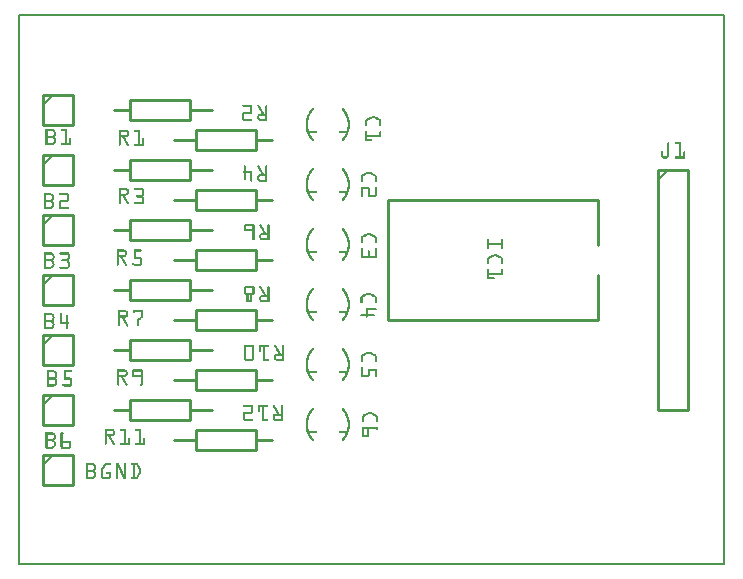
<source format=gto>
G04 MADE WITH FRITZING*
G04 WWW.FRITZING.ORG*
G04 SINGLE SIDED*
G04 HOLES NOT PLATED*
G04 CONTOUR ON CENTER OF CONTOUR VECTOR*
%ASAXBY*%
%FSLAX23Y23*%
%MOIN*%
%OFA0B0*%
%SFA1.0B1.0*%
%ADD10R,2.359390X1.838570X2.343390X1.822570*%
%ADD11C,0.008000*%
%ADD12C,0.010000*%
%ADD13C,0.005000*%
%ADD14R,0.001000X0.001000*%
%LNSILK1*%
G90*
G70*
G54D11*
X4Y1835D02*
X2355Y1835D01*
X2355Y4D01*
X4Y4D01*
X4Y1835D01*
D02*
G54D12*
X1934Y1218D02*
X1234Y1218D01*
D02*
X1234Y1218D02*
X1234Y818D01*
D02*
X1234Y818D02*
X1934Y818D01*
D02*
X1934Y1218D02*
X1934Y1068D01*
D02*
X1934Y968D02*
X1934Y818D01*
D02*
X2134Y1318D02*
X2134Y518D01*
D02*
X2134Y518D02*
X2234Y518D01*
D02*
X2234Y518D02*
X2234Y1318D01*
D02*
X2234Y1318D02*
X2134Y1318D01*
G54D13*
D02*
X2134Y1283D02*
X2169Y1318D01*
G54D12*
D02*
X522Y418D02*
X594Y418D01*
D02*
X794Y418D02*
X847Y418D01*
D02*
X594Y451D02*
X794Y451D01*
D02*
X794Y451D02*
X794Y385D01*
D02*
X794Y385D02*
X594Y385D01*
D02*
X594Y385D02*
X594Y451D01*
D02*
X522Y618D02*
X594Y618D01*
D02*
X794Y618D02*
X847Y618D01*
D02*
X594Y651D02*
X794Y651D01*
D02*
X794Y651D02*
X794Y585D01*
D02*
X794Y585D02*
X594Y585D01*
D02*
X594Y585D02*
X594Y651D01*
D02*
X522Y818D02*
X594Y818D01*
D02*
X794Y818D02*
X847Y818D01*
D02*
X594Y851D02*
X794Y851D01*
D02*
X794Y851D02*
X794Y785D01*
D02*
X794Y785D02*
X594Y785D01*
D02*
X594Y785D02*
X594Y851D01*
D02*
X522Y1018D02*
X594Y1018D01*
D02*
X794Y1018D02*
X847Y1018D01*
D02*
X594Y1051D02*
X794Y1051D01*
D02*
X794Y1051D02*
X794Y985D01*
D02*
X794Y985D02*
X594Y985D01*
D02*
X594Y985D02*
X594Y1051D01*
D02*
X522Y1218D02*
X594Y1218D01*
D02*
X794Y1218D02*
X847Y1218D01*
D02*
X594Y1251D02*
X794Y1251D01*
D02*
X794Y1251D02*
X794Y1185D01*
D02*
X794Y1185D02*
X594Y1185D01*
D02*
X594Y1185D02*
X594Y1251D01*
D02*
X522Y1418D02*
X594Y1418D01*
D02*
X794Y1418D02*
X847Y1418D01*
D02*
X594Y1451D02*
X794Y1451D01*
D02*
X794Y1451D02*
X794Y1385D01*
D02*
X794Y1385D02*
X594Y1385D01*
D02*
X594Y1385D02*
X594Y1451D01*
D02*
X647Y518D02*
X575Y518D01*
D02*
X375Y518D02*
X322Y518D01*
D02*
X575Y485D02*
X375Y485D01*
D02*
X375Y485D02*
X375Y551D01*
D02*
X375Y551D02*
X575Y551D01*
D02*
X575Y551D02*
X575Y485D01*
D02*
X647Y718D02*
X575Y718D01*
D02*
X375Y718D02*
X322Y718D01*
D02*
X575Y685D02*
X375Y685D01*
D02*
X375Y685D02*
X375Y751D01*
D02*
X375Y751D02*
X575Y751D01*
D02*
X575Y751D02*
X575Y685D01*
D02*
X647Y918D02*
X575Y918D01*
D02*
X375Y918D02*
X322Y918D01*
D02*
X575Y885D02*
X375Y885D01*
D02*
X375Y885D02*
X375Y951D01*
D02*
X375Y951D02*
X575Y951D01*
D02*
X575Y951D02*
X575Y885D01*
D02*
X647Y1118D02*
X575Y1118D01*
D02*
X375Y1118D02*
X322Y1118D01*
D02*
X575Y1085D02*
X375Y1085D01*
D02*
X375Y1085D02*
X375Y1151D01*
D02*
X375Y1151D02*
X575Y1151D01*
D02*
X575Y1151D02*
X575Y1085D01*
D02*
X647Y1318D02*
X575Y1318D01*
D02*
X375Y1318D02*
X322Y1318D01*
D02*
X575Y1285D02*
X375Y1285D01*
D02*
X375Y1285D02*
X375Y1351D01*
D02*
X375Y1351D02*
X575Y1351D01*
D02*
X575Y1351D02*
X575Y1285D01*
D02*
X647Y1518D02*
X575Y1518D01*
D02*
X375Y1518D02*
X322Y1518D01*
D02*
X575Y1485D02*
X375Y1485D01*
D02*
X375Y1485D02*
X375Y1551D01*
D02*
X375Y1551D02*
X575Y1551D01*
D02*
X575Y1551D02*
X575Y1485D01*
D02*
X84Y368D02*
X84Y268D01*
D02*
X84Y268D02*
X184Y268D01*
D02*
X184Y268D02*
X184Y368D01*
D02*
X184Y368D02*
X84Y368D01*
G54D13*
D02*
X84Y333D02*
X119Y368D01*
G54D12*
D02*
X84Y568D02*
X84Y468D01*
D02*
X84Y468D02*
X184Y468D01*
D02*
X184Y468D02*
X184Y568D01*
D02*
X184Y568D02*
X84Y568D01*
G54D13*
D02*
X84Y533D02*
X119Y568D01*
G54D12*
D02*
X84Y768D02*
X84Y668D01*
D02*
X84Y668D02*
X184Y668D01*
D02*
X184Y668D02*
X184Y768D01*
D02*
X184Y768D02*
X84Y768D01*
G54D13*
D02*
X84Y733D02*
X119Y768D01*
G54D12*
D02*
X84Y968D02*
X84Y868D01*
D02*
X84Y868D02*
X184Y868D01*
D02*
X184Y868D02*
X184Y968D01*
D02*
X184Y968D02*
X84Y968D01*
G54D13*
D02*
X84Y933D02*
X119Y968D01*
G54D12*
D02*
X84Y1168D02*
X84Y1068D01*
D02*
X84Y1068D02*
X184Y1068D01*
D02*
X184Y1068D02*
X184Y1168D01*
D02*
X184Y1168D02*
X84Y1168D01*
G54D13*
D02*
X84Y1133D02*
X119Y1168D01*
G54D12*
D02*
X84Y1368D02*
X84Y1268D01*
D02*
X84Y1268D02*
X184Y1268D01*
D02*
X184Y1268D02*
X184Y1368D01*
D02*
X184Y1368D02*
X84Y1368D01*
G54D13*
D02*
X84Y1333D02*
X119Y1368D01*
G54D12*
D02*
X84Y1568D02*
X84Y1468D01*
D02*
X84Y1468D02*
X184Y1468D01*
D02*
X184Y1468D02*
X184Y1568D01*
D02*
X184Y1568D02*
X84Y1568D01*
G54D13*
D02*
X84Y1533D02*
X119Y1568D01*
G54D14*
X750Y1534D02*
X782Y1534D01*
X800Y1534D02*
X804Y1534D01*
X828Y1534D02*
X831Y1534D01*
X749Y1533D02*
X782Y1533D01*
X799Y1533D02*
X804Y1533D01*
X827Y1533D02*
X832Y1533D01*
X749Y1532D02*
X782Y1532D01*
X799Y1532D02*
X805Y1532D01*
X827Y1532D02*
X832Y1532D01*
X749Y1531D02*
X782Y1531D01*
X799Y1531D02*
X806Y1531D01*
X826Y1531D02*
X832Y1531D01*
X749Y1530D02*
X782Y1530D01*
X799Y1530D02*
X806Y1530D01*
X826Y1530D02*
X832Y1530D01*
X750Y1529D02*
X782Y1529D01*
X800Y1529D02*
X807Y1529D01*
X826Y1529D02*
X832Y1529D01*
X751Y1528D02*
X782Y1528D01*
X800Y1528D02*
X807Y1528D01*
X826Y1528D02*
X832Y1528D01*
X776Y1527D02*
X782Y1527D01*
X801Y1527D02*
X808Y1527D01*
X826Y1527D02*
X832Y1527D01*
X776Y1526D02*
X782Y1526D01*
X801Y1526D02*
X809Y1526D01*
X826Y1526D02*
X832Y1526D01*
X776Y1525D02*
X782Y1525D01*
X802Y1525D02*
X809Y1525D01*
X826Y1525D02*
X832Y1525D01*
X776Y1524D02*
X782Y1524D01*
X803Y1524D02*
X810Y1524D01*
X826Y1524D02*
X832Y1524D01*
X776Y1523D02*
X782Y1523D01*
X803Y1523D02*
X810Y1523D01*
X826Y1523D02*
X832Y1523D01*
X982Y1523D02*
X985Y1523D01*
X1082Y1523D02*
X1085Y1523D01*
X776Y1522D02*
X782Y1522D01*
X804Y1522D02*
X811Y1522D01*
X826Y1522D02*
X832Y1522D01*
X981Y1522D02*
X986Y1522D01*
X1081Y1522D02*
X1086Y1522D01*
X776Y1521D02*
X782Y1521D01*
X804Y1521D02*
X811Y1521D01*
X826Y1521D02*
X832Y1521D01*
X980Y1521D02*
X987Y1521D01*
X1080Y1521D02*
X1087Y1521D01*
X776Y1520D02*
X782Y1520D01*
X805Y1520D02*
X812Y1520D01*
X826Y1520D02*
X832Y1520D01*
X979Y1520D02*
X987Y1520D01*
X1080Y1520D02*
X1088Y1520D01*
X776Y1519D02*
X782Y1519D01*
X805Y1519D02*
X813Y1519D01*
X826Y1519D02*
X832Y1519D01*
X978Y1519D02*
X987Y1519D01*
X1080Y1519D02*
X1089Y1519D01*
X776Y1518D02*
X782Y1518D01*
X806Y1518D02*
X813Y1518D01*
X826Y1518D02*
X832Y1518D01*
X977Y1518D02*
X987Y1518D01*
X1080Y1518D02*
X1089Y1518D01*
X776Y1517D02*
X782Y1517D01*
X807Y1517D02*
X814Y1517D01*
X826Y1517D02*
X832Y1517D01*
X977Y1517D02*
X986Y1517D01*
X1081Y1517D02*
X1090Y1517D01*
X776Y1516D02*
X782Y1516D01*
X807Y1516D02*
X814Y1516D01*
X826Y1516D02*
X832Y1516D01*
X976Y1516D02*
X985Y1516D01*
X1082Y1516D02*
X1091Y1516D01*
X776Y1515D02*
X782Y1515D01*
X808Y1515D02*
X815Y1515D01*
X826Y1515D02*
X832Y1515D01*
X975Y1515D02*
X984Y1515D01*
X1083Y1515D02*
X1092Y1515D01*
X776Y1514D02*
X782Y1514D01*
X808Y1514D02*
X816Y1514D01*
X826Y1514D02*
X832Y1514D01*
X974Y1514D02*
X984Y1514D01*
X1083Y1514D02*
X1092Y1514D01*
X776Y1513D02*
X782Y1513D01*
X809Y1513D02*
X816Y1513D01*
X826Y1513D02*
X832Y1513D01*
X974Y1513D02*
X983Y1513D01*
X1084Y1513D02*
X1093Y1513D01*
X776Y1512D02*
X782Y1512D01*
X810Y1512D02*
X817Y1512D01*
X826Y1512D02*
X832Y1512D01*
X973Y1512D02*
X982Y1512D01*
X1085Y1512D02*
X1094Y1512D01*
X754Y1511D02*
X782Y1511D01*
X810Y1511D02*
X817Y1511D01*
X826Y1511D02*
X832Y1511D01*
X972Y1511D02*
X981Y1511D01*
X1086Y1511D02*
X1095Y1511D01*
X752Y1510D02*
X782Y1510D01*
X811Y1510D02*
X818Y1510D01*
X826Y1510D02*
X832Y1510D01*
X972Y1510D02*
X980Y1510D01*
X1087Y1510D02*
X1095Y1510D01*
X751Y1509D02*
X782Y1509D01*
X811Y1509D02*
X819Y1509D01*
X826Y1509D02*
X832Y1509D01*
X971Y1509D02*
X980Y1509D01*
X1087Y1509D02*
X1096Y1509D01*
X750Y1508D02*
X782Y1508D01*
X812Y1508D02*
X819Y1508D01*
X826Y1508D02*
X832Y1508D01*
X971Y1508D02*
X979Y1508D01*
X1088Y1508D02*
X1096Y1508D01*
X749Y1507D02*
X781Y1507D01*
X812Y1507D02*
X820Y1507D01*
X826Y1507D02*
X832Y1507D01*
X970Y1507D02*
X978Y1507D01*
X1089Y1507D02*
X1097Y1507D01*
X749Y1506D02*
X780Y1506D01*
X813Y1506D02*
X820Y1506D01*
X826Y1506D02*
X832Y1506D01*
X970Y1506D02*
X978Y1506D01*
X1089Y1506D02*
X1097Y1506D01*
X749Y1505D02*
X778Y1505D01*
X807Y1505D02*
X832Y1505D01*
X969Y1505D02*
X977Y1505D01*
X1090Y1505D02*
X1098Y1505D01*
X749Y1504D02*
X755Y1504D01*
X804Y1504D02*
X832Y1504D01*
X968Y1504D02*
X976Y1504D01*
X1090Y1504D02*
X1098Y1504D01*
X749Y1503D02*
X755Y1503D01*
X803Y1503D02*
X832Y1503D01*
X968Y1503D02*
X976Y1503D01*
X1091Y1503D02*
X1099Y1503D01*
X749Y1502D02*
X755Y1502D01*
X802Y1502D02*
X832Y1502D01*
X968Y1502D02*
X975Y1502D01*
X1092Y1502D02*
X1099Y1502D01*
X749Y1501D02*
X755Y1501D01*
X801Y1501D02*
X832Y1501D01*
X967Y1501D02*
X975Y1501D01*
X1092Y1501D02*
X1100Y1501D01*
X749Y1500D02*
X755Y1500D01*
X800Y1500D02*
X832Y1500D01*
X967Y1500D02*
X974Y1500D01*
X1093Y1500D02*
X1100Y1500D01*
X749Y1499D02*
X755Y1499D01*
X800Y1499D02*
X832Y1499D01*
X966Y1499D02*
X974Y1499D01*
X1093Y1499D02*
X1101Y1499D01*
X749Y1498D02*
X755Y1498D01*
X799Y1498D02*
X807Y1498D01*
X826Y1498D02*
X832Y1498D01*
X966Y1498D02*
X973Y1498D01*
X1094Y1498D02*
X1101Y1498D01*
X749Y1497D02*
X755Y1497D01*
X799Y1497D02*
X806Y1497D01*
X826Y1497D02*
X832Y1497D01*
X965Y1497D02*
X973Y1497D01*
X1094Y1497D02*
X1102Y1497D01*
X1184Y1497D02*
X1187Y1497D01*
X749Y1496D02*
X755Y1496D01*
X799Y1496D02*
X805Y1496D01*
X826Y1496D02*
X832Y1496D01*
X965Y1496D02*
X972Y1496D01*
X1094Y1496D02*
X1102Y1496D01*
X1180Y1496D02*
X1190Y1496D01*
X749Y1495D02*
X755Y1495D01*
X799Y1495D02*
X805Y1495D01*
X826Y1495D02*
X832Y1495D01*
X965Y1495D02*
X972Y1495D01*
X1095Y1495D02*
X1102Y1495D01*
X1177Y1495D02*
X1193Y1495D01*
X749Y1494D02*
X755Y1494D01*
X799Y1494D02*
X805Y1494D01*
X826Y1494D02*
X832Y1494D01*
X964Y1494D02*
X972Y1494D01*
X1095Y1494D02*
X1103Y1494D01*
X1175Y1494D02*
X1195Y1494D01*
X749Y1493D02*
X755Y1493D01*
X799Y1493D02*
X805Y1493D01*
X826Y1493D02*
X832Y1493D01*
X964Y1493D02*
X971Y1493D01*
X1096Y1493D02*
X1103Y1493D01*
X1173Y1493D02*
X1197Y1493D01*
X749Y1492D02*
X755Y1492D01*
X799Y1492D02*
X805Y1492D01*
X826Y1492D02*
X832Y1492D01*
X964Y1492D02*
X971Y1492D01*
X1096Y1492D02*
X1103Y1492D01*
X1172Y1492D02*
X1199Y1492D01*
X749Y1491D02*
X755Y1491D01*
X799Y1491D02*
X805Y1491D01*
X826Y1491D02*
X832Y1491D01*
X963Y1491D02*
X971Y1491D01*
X1096Y1491D02*
X1104Y1491D01*
X1170Y1491D02*
X1201Y1491D01*
X749Y1490D02*
X755Y1490D01*
X799Y1490D02*
X805Y1490D01*
X826Y1490D02*
X832Y1490D01*
X963Y1490D02*
X970Y1490D01*
X1097Y1490D02*
X1104Y1490D01*
X1168Y1490D02*
X1183Y1490D01*
X1187Y1490D02*
X1203Y1490D01*
X749Y1489D02*
X755Y1489D01*
X799Y1489D02*
X806Y1489D01*
X826Y1489D02*
X832Y1489D01*
X963Y1489D02*
X970Y1489D01*
X1097Y1489D02*
X1104Y1489D01*
X1166Y1489D02*
X1180Y1489D01*
X1190Y1489D02*
X1205Y1489D01*
X749Y1488D02*
X755Y1488D01*
X799Y1488D02*
X807Y1488D01*
X826Y1488D02*
X832Y1488D01*
X963Y1488D02*
X970Y1488D01*
X1097Y1488D02*
X1104Y1488D01*
X1164Y1488D02*
X1178Y1488D01*
X1192Y1488D02*
X1207Y1488D01*
X749Y1487D02*
X781Y1487D01*
X800Y1487D02*
X832Y1487D01*
X962Y1487D02*
X969Y1487D01*
X1098Y1487D02*
X1105Y1487D01*
X1162Y1487D02*
X1176Y1487D01*
X1194Y1487D02*
X1208Y1487D01*
X749Y1486D02*
X782Y1486D01*
X800Y1486D02*
X832Y1486D01*
X962Y1486D02*
X969Y1486D01*
X1098Y1486D02*
X1105Y1486D01*
X1161Y1486D02*
X1174Y1486D01*
X1196Y1486D02*
X1209Y1486D01*
X749Y1485D02*
X782Y1485D01*
X801Y1485D02*
X832Y1485D01*
X962Y1485D02*
X969Y1485D01*
X1098Y1485D02*
X1105Y1485D01*
X1161Y1485D02*
X1172Y1485D01*
X1198Y1485D02*
X1210Y1485D01*
X750Y1484D02*
X782Y1484D01*
X802Y1484D02*
X832Y1484D01*
X962Y1484D02*
X969Y1484D01*
X1098Y1484D02*
X1105Y1484D01*
X1160Y1484D02*
X1170Y1484D01*
X1200Y1484D02*
X1210Y1484D01*
X751Y1483D02*
X782Y1483D01*
X803Y1483D02*
X832Y1483D01*
X961Y1483D02*
X968Y1483D01*
X1098Y1483D02*
X1106Y1483D01*
X1159Y1483D02*
X1168Y1483D01*
X1202Y1483D02*
X1211Y1483D01*
X752Y1482D02*
X782Y1482D01*
X804Y1482D02*
X832Y1482D01*
X961Y1482D02*
X968Y1482D01*
X1099Y1482D02*
X1106Y1482D01*
X1159Y1482D02*
X1166Y1482D01*
X1204Y1482D02*
X1211Y1482D01*
X754Y1481D02*
X780Y1481D01*
X807Y1481D02*
X832Y1481D01*
X961Y1481D02*
X968Y1481D01*
X1099Y1481D02*
X1106Y1481D01*
X1159Y1481D02*
X1165Y1481D01*
X1205Y1481D02*
X1211Y1481D01*
X961Y1480D02*
X968Y1480D01*
X1099Y1480D02*
X1106Y1480D01*
X1159Y1480D02*
X1165Y1480D01*
X1206Y1480D02*
X1212Y1480D01*
X961Y1479D02*
X968Y1479D01*
X1099Y1479D02*
X1106Y1479D01*
X1159Y1479D02*
X1165Y1479D01*
X1206Y1479D02*
X1212Y1479D01*
X961Y1478D02*
X968Y1478D01*
X1099Y1478D02*
X1106Y1478D01*
X1159Y1478D02*
X1165Y1478D01*
X1206Y1478D02*
X1212Y1478D01*
X960Y1477D02*
X968Y1477D01*
X1099Y1477D02*
X1106Y1477D01*
X1159Y1477D02*
X1165Y1477D01*
X1206Y1477D02*
X1212Y1477D01*
X960Y1476D02*
X967Y1476D01*
X1100Y1476D02*
X1107Y1476D01*
X1159Y1476D02*
X1165Y1476D01*
X1206Y1476D02*
X1212Y1476D01*
X960Y1475D02*
X967Y1475D01*
X1100Y1475D02*
X1107Y1475D01*
X1159Y1475D02*
X1165Y1475D01*
X1206Y1475D02*
X1212Y1475D01*
X960Y1474D02*
X967Y1474D01*
X1100Y1474D02*
X1107Y1474D01*
X1159Y1474D02*
X1165Y1474D01*
X1206Y1474D02*
X1212Y1474D01*
X960Y1473D02*
X967Y1473D01*
X1100Y1473D02*
X1107Y1473D01*
X1159Y1473D02*
X1165Y1473D01*
X1206Y1473D02*
X1212Y1473D01*
X960Y1472D02*
X967Y1472D01*
X1100Y1472D02*
X1107Y1472D01*
X1159Y1472D02*
X1165Y1472D01*
X1206Y1472D02*
X1212Y1472D01*
X960Y1471D02*
X967Y1471D01*
X1100Y1471D02*
X1107Y1471D01*
X1159Y1471D02*
X1165Y1471D01*
X1206Y1471D02*
X1212Y1471D01*
X960Y1470D02*
X967Y1470D01*
X1100Y1470D02*
X1107Y1470D01*
X1159Y1470D02*
X1165Y1470D01*
X1206Y1470D02*
X1212Y1470D01*
X960Y1469D02*
X967Y1469D01*
X1100Y1469D02*
X1107Y1469D01*
X1159Y1469D02*
X1165Y1469D01*
X1206Y1469D02*
X1212Y1469D01*
X960Y1468D02*
X967Y1468D01*
X1100Y1468D02*
X1107Y1468D01*
X1159Y1468D02*
X1165Y1468D01*
X1206Y1468D02*
X1212Y1468D01*
X960Y1467D02*
X967Y1467D01*
X1100Y1467D02*
X1107Y1467D01*
X1159Y1467D02*
X1165Y1467D01*
X1206Y1467D02*
X1212Y1467D01*
X960Y1466D02*
X967Y1466D01*
X1100Y1466D02*
X1107Y1466D01*
X1159Y1466D02*
X1164Y1466D01*
X1206Y1466D02*
X1212Y1466D01*
X960Y1465D02*
X967Y1465D01*
X1100Y1465D02*
X1107Y1465D01*
X1159Y1465D02*
X1164Y1465D01*
X1206Y1465D02*
X1211Y1465D01*
X960Y1464D02*
X967Y1464D01*
X1100Y1464D02*
X1107Y1464D01*
X1159Y1464D02*
X1164Y1464D01*
X1206Y1464D02*
X1211Y1464D01*
X960Y1463D02*
X967Y1463D01*
X1100Y1463D02*
X1107Y1463D01*
X1160Y1463D02*
X1163Y1463D01*
X1208Y1463D02*
X1210Y1463D01*
X960Y1462D02*
X967Y1462D01*
X1100Y1462D02*
X1107Y1462D01*
X960Y1461D02*
X967Y1461D01*
X1100Y1461D02*
X1107Y1461D01*
X961Y1460D02*
X968Y1460D01*
X1099Y1460D02*
X1106Y1460D01*
X961Y1459D02*
X968Y1459D01*
X1099Y1459D02*
X1106Y1459D01*
X961Y1458D02*
X968Y1458D01*
X1099Y1458D02*
X1106Y1458D01*
X961Y1457D02*
X968Y1457D01*
X1099Y1457D02*
X1106Y1457D01*
X961Y1456D02*
X968Y1456D01*
X1099Y1456D02*
X1106Y1456D01*
X961Y1455D02*
X968Y1455D01*
X1099Y1455D02*
X1106Y1455D01*
X961Y1454D02*
X968Y1454D01*
X1098Y1454D02*
X1106Y1454D01*
X93Y1453D02*
X117Y1453D01*
X145Y1453D02*
X163Y1453D01*
X962Y1453D02*
X969Y1453D01*
X1098Y1453D02*
X1105Y1453D01*
X93Y1452D02*
X120Y1452D01*
X144Y1452D02*
X163Y1452D01*
X962Y1452D02*
X969Y1452D01*
X1098Y1452D02*
X1105Y1452D01*
X93Y1451D02*
X121Y1451D01*
X144Y1451D02*
X163Y1451D01*
X337Y1451D02*
X364Y1451D01*
X388Y1451D02*
X407Y1451D01*
X962Y1451D02*
X969Y1451D01*
X1098Y1451D02*
X1105Y1451D01*
X93Y1450D02*
X122Y1450D01*
X144Y1450D02*
X163Y1450D01*
X337Y1450D02*
X366Y1450D01*
X387Y1450D02*
X407Y1450D01*
X962Y1450D02*
X969Y1450D01*
X1098Y1450D02*
X1105Y1450D01*
X93Y1449D02*
X123Y1449D01*
X144Y1449D02*
X163Y1449D01*
X337Y1449D02*
X367Y1449D01*
X387Y1449D02*
X407Y1449D01*
X963Y1449D02*
X970Y1449D01*
X1097Y1449D02*
X1104Y1449D01*
X93Y1448D02*
X124Y1448D01*
X144Y1448D02*
X163Y1448D01*
X337Y1448D02*
X368Y1448D01*
X387Y1448D02*
X407Y1448D01*
X963Y1448D02*
X970Y1448D01*
X1097Y1448D02*
X1104Y1448D01*
X93Y1447D02*
X125Y1447D01*
X146Y1447D02*
X163Y1447D01*
X337Y1447D02*
X369Y1447D01*
X387Y1447D02*
X407Y1447D01*
X963Y1447D02*
X995Y1447D01*
X1072Y1447D02*
X1104Y1447D01*
X1161Y1447D02*
X1162Y1447D01*
X1208Y1447D02*
X1209Y1447D01*
X93Y1446D02*
X99Y1446D01*
X117Y1446D02*
X125Y1446D01*
X157Y1446D02*
X163Y1446D01*
X337Y1446D02*
X369Y1446D01*
X388Y1446D02*
X407Y1446D01*
X963Y1446D02*
X996Y1446D01*
X1071Y1446D02*
X1104Y1446D01*
X1159Y1446D02*
X1164Y1446D01*
X1207Y1446D02*
X1211Y1446D01*
X93Y1445D02*
X99Y1445D01*
X119Y1445D02*
X126Y1445D01*
X157Y1445D02*
X163Y1445D01*
X337Y1445D02*
X370Y1445D01*
X390Y1445D02*
X407Y1445D01*
X964Y1445D02*
X997Y1445D01*
X1070Y1445D02*
X1103Y1445D01*
X1159Y1445D02*
X1164Y1445D01*
X1206Y1445D02*
X1211Y1445D01*
X93Y1444D02*
X99Y1444D01*
X119Y1444D02*
X126Y1444D01*
X157Y1444D02*
X163Y1444D01*
X337Y1444D02*
X343Y1444D01*
X363Y1444D02*
X370Y1444D01*
X401Y1444D02*
X407Y1444D01*
X964Y1444D02*
X997Y1444D01*
X1070Y1444D02*
X1103Y1444D01*
X1159Y1444D02*
X1164Y1444D01*
X1206Y1444D02*
X1212Y1444D01*
X93Y1443D02*
X99Y1443D01*
X120Y1443D02*
X127Y1443D01*
X157Y1443D02*
X163Y1443D01*
X337Y1443D02*
X343Y1443D01*
X364Y1443D02*
X370Y1443D01*
X401Y1443D02*
X407Y1443D01*
X964Y1443D02*
X997Y1443D01*
X1070Y1443D02*
X1103Y1443D01*
X1159Y1443D02*
X1165Y1443D01*
X1206Y1443D02*
X1212Y1443D01*
X93Y1442D02*
X99Y1442D01*
X121Y1442D02*
X127Y1442D01*
X157Y1442D02*
X163Y1442D01*
X337Y1442D02*
X343Y1442D01*
X364Y1442D02*
X370Y1442D01*
X401Y1442D02*
X407Y1442D01*
X965Y1442D02*
X997Y1442D01*
X1070Y1442D02*
X1102Y1442D01*
X1159Y1442D02*
X1165Y1442D01*
X1206Y1442D02*
X1212Y1442D01*
X93Y1441D02*
X99Y1441D01*
X121Y1441D02*
X127Y1441D01*
X157Y1441D02*
X163Y1441D01*
X337Y1441D02*
X343Y1441D01*
X364Y1441D02*
X370Y1441D01*
X401Y1441D02*
X407Y1441D01*
X965Y1441D02*
X996Y1441D01*
X1071Y1441D02*
X1102Y1441D01*
X1159Y1441D02*
X1165Y1441D01*
X1206Y1441D02*
X1212Y1441D01*
X93Y1440D02*
X99Y1440D01*
X121Y1440D02*
X127Y1440D01*
X157Y1440D02*
X163Y1440D01*
X337Y1440D02*
X343Y1440D01*
X364Y1440D02*
X370Y1440D01*
X401Y1440D02*
X407Y1440D01*
X965Y1440D02*
X995Y1440D01*
X1072Y1440D02*
X1102Y1440D01*
X1159Y1440D02*
X1165Y1440D01*
X1206Y1440D02*
X1212Y1440D01*
X93Y1439D02*
X99Y1439D01*
X121Y1439D02*
X127Y1439D01*
X157Y1439D02*
X163Y1439D01*
X337Y1439D02*
X343Y1439D01*
X364Y1439D02*
X370Y1439D01*
X401Y1439D02*
X407Y1439D01*
X966Y1439D02*
X973Y1439D01*
X1094Y1439D02*
X1101Y1439D01*
X1159Y1439D02*
X1165Y1439D01*
X1206Y1439D02*
X1212Y1439D01*
X93Y1438D02*
X99Y1438D01*
X121Y1438D02*
X127Y1438D01*
X157Y1438D02*
X163Y1438D01*
X337Y1438D02*
X343Y1438D01*
X364Y1438D02*
X370Y1438D01*
X401Y1438D02*
X407Y1438D01*
X966Y1438D02*
X974Y1438D01*
X1093Y1438D02*
X1101Y1438D01*
X1159Y1438D02*
X1165Y1438D01*
X1206Y1438D02*
X1212Y1438D01*
X93Y1437D02*
X99Y1437D01*
X121Y1437D02*
X127Y1437D01*
X157Y1437D02*
X163Y1437D01*
X337Y1437D02*
X343Y1437D01*
X364Y1437D02*
X370Y1437D01*
X401Y1437D02*
X407Y1437D01*
X967Y1437D02*
X974Y1437D01*
X1093Y1437D02*
X1100Y1437D01*
X1159Y1437D02*
X1165Y1437D01*
X1206Y1437D02*
X1212Y1437D01*
X93Y1436D02*
X99Y1436D01*
X121Y1436D02*
X127Y1436D01*
X157Y1436D02*
X163Y1436D01*
X337Y1436D02*
X343Y1436D01*
X364Y1436D02*
X370Y1436D01*
X401Y1436D02*
X407Y1436D01*
X967Y1436D02*
X975Y1436D01*
X1092Y1436D02*
X1100Y1436D01*
X1159Y1436D02*
X1165Y1436D01*
X1206Y1436D02*
X1212Y1436D01*
X93Y1435D02*
X99Y1435D01*
X121Y1435D02*
X127Y1435D01*
X157Y1435D02*
X163Y1435D01*
X337Y1435D02*
X343Y1435D01*
X363Y1435D02*
X370Y1435D01*
X401Y1435D02*
X407Y1435D01*
X968Y1435D02*
X975Y1435D01*
X1092Y1435D02*
X1099Y1435D01*
X1159Y1435D02*
X1165Y1435D01*
X1206Y1435D02*
X1212Y1435D01*
X93Y1434D02*
X99Y1434D01*
X120Y1434D02*
X127Y1434D01*
X157Y1434D02*
X163Y1434D01*
X337Y1434D02*
X370Y1434D01*
X401Y1434D02*
X407Y1434D01*
X968Y1434D02*
X976Y1434D01*
X1091Y1434D02*
X1099Y1434D01*
X1159Y1434D02*
X1165Y1434D01*
X1206Y1434D02*
X1212Y1434D01*
X93Y1433D02*
X99Y1433D01*
X120Y1433D02*
X126Y1433D01*
X157Y1433D02*
X163Y1433D01*
X337Y1433D02*
X369Y1433D01*
X401Y1433D02*
X407Y1433D01*
X969Y1433D02*
X977Y1433D01*
X1090Y1433D02*
X1098Y1433D01*
X1159Y1433D02*
X1212Y1433D01*
X93Y1432D02*
X99Y1432D01*
X119Y1432D02*
X126Y1432D01*
X157Y1432D02*
X163Y1432D01*
X337Y1432D02*
X369Y1432D01*
X401Y1432D02*
X407Y1432D01*
X969Y1432D02*
X977Y1432D01*
X1090Y1432D02*
X1098Y1432D01*
X1159Y1432D02*
X1212Y1432D01*
X93Y1431D02*
X99Y1431D01*
X117Y1431D02*
X126Y1431D01*
X157Y1431D02*
X163Y1431D01*
X337Y1431D02*
X368Y1431D01*
X401Y1431D02*
X407Y1431D01*
X970Y1431D02*
X978Y1431D01*
X1089Y1431D02*
X1097Y1431D01*
X1159Y1431D02*
X1212Y1431D01*
X93Y1430D02*
X125Y1430D01*
X157Y1430D02*
X163Y1430D01*
X337Y1430D02*
X367Y1430D01*
X401Y1430D02*
X407Y1430D01*
X970Y1430D02*
X978Y1430D01*
X1089Y1430D02*
X1097Y1430D01*
X1159Y1430D02*
X1212Y1430D01*
X93Y1429D02*
X124Y1429D01*
X157Y1429D02*
X163Y1429D01*
X337Y1429D02*
X366Y1429D01*
X401Y1429D02*
X407Y1429D01*
X971Y1429D02*
X979Y1429D01*
X1088Y1429D02*
X1096Y1429D01*
X1159Y1429D02*
X1212Y1429D01*
X93Y1428D02*
X123Y1428D01*
X157Y1428D02*
X163Y1428D01*
X337Y1428D02*
X364Y1428D01*
X401Y1428D02*
X407Y1428D01*
X971Y1428D02*
X980Y1428D01*
X1087Y1428D02*
X1096Y1428D01*
X1159Y1428D02*
X1212Y1428D01*
X93Y1427D02*
X123Y1427D01*
X157Y1427D02*
X163Y1427D01*
X337Y1427D02*
X343Y1427D01*
X349Y1427D02*
X356Y1427D01*
X401Y1427D02*
X407Y1427D01*
X972Y1427D02*
X980Y1427D01*
X1086Y1427D02*
X1095Y1427D01*
X1159Y1427D02*
X1212Y1427D01*
X93Y1426D02*
X123Y1426D01*
X157Y1426D02*
X163Y1426D01*
X337Y1426D02*
X343Y1426D01*
X349Y1426D02*
X357Y1426D01*
X401Y1426D02*
X407Y1426D01*
X973Y1426D02*
X981Y1426D01*
X1086Y1426D02*
X1094Y1426D01*
X1159Y1426D02*
X1165Y1426D01*
X93Y1425D02*
X124Y1425D01*
X157Y1425D02*
X163Y1425D01*
X337Y1425D02*
X343Y1425D01*
X350Y1425D02*
X357Y1425D01*
X401Y1425D02*
X407Y1425D01*
X973Y1425D02*
X982Y1425D01*
X1085Y1425D02*
X1094Y1425D01*
X1159Y1425D02*
X1165Y1425D01*
X93Y1424D02*
X125Y1424D01*
X157Y1424D02*
X163Y1424D01*
X173Y1424D02*
X175Y1424D01*
X337Y1424D02*
X343Y1424D01*
X351Y1424D02*
X358Y1424D01*
X401Y1424D02*
X407Y1424D01*
X974Y1424D02*
X983Y1424D01*
X1084Y1424D02*
X1093Y1424D01*
X1159Y1424D02*
X1165Y1424D01*
X93Y1423D02*
X100Y1423D01*
X116Y1423D02*
X125Y1423D01*
X157Y1423D02*
X163Y1423D01*
X172Y1423D02*
X176Y1423D01*
X337Y1423D02*
X343Y1423D01*
X351Y1423D02*
X358Y1423D01*
X401Y1423D02*
X407Y1423D01*
X975Y1423D02*
X984Y1423D01*
X1083Y1423D02*
X1092Y1423D01*
X1159Y1423D02*
X1165Y1423D01*
X93Y1422D02*
X99Y1422D01*
X118Y1422D02*
X126Y1422D01*
X157Y1422D02*
X163Y1422D01*
X171Y1422D02*
X177Y1422D01*
X337Y1422D02*
X343Y1422D01*
X352Y1422D02*
X359Y1422D01*
X401Y1422D02*
X407Y1422D01*
X416Y1422D02*
X419Y1422D01*
X975Y1422D02*
X984Y1422D01*
X1082Y1422D02*
X1092Y1422D01*
X1159Y1422D02*
X1165Y1422D01*
X93Y1421D02*
X99Y1421D01*
X119Y1421D02*
X126Y1421D01*
X157Y1421D02*
X163Y1421D01*
X171Y1421D02*
X177Y1421D01*
X337Y1421D02*
X343Y1421D01*
X352Y1421D02*
X360Y1421D01*
X401Y1421D02*
X407Y1421D01*
X415Y1421D02*
X420Y1421D01*
X976Y1421D02*
X985Y1421D01*
X1082Y1421D02*
X1091Y1421D01*
X1159Y1421D02*
X1165Y1421D01*
X93Y1420D02*
X99Y1420D01*
X120Y1420D02*
X126Y1420D01*
X157Y1420D02*
X163Y1420D01*
X171Y1420D02*
X177Y1420D01*
X337Y1420D02*
X343Y1420D01*
X353Y1420D02*
X360Y1420D01*
X401Y1420D02*
X407Y1420D01*
X415Y1420D02*
X420Y1420D01*
X977Y1420D02*
X986Y1420D01*
X1081Y1420D02*
X1090Y1420D01*
X1159Y1420D02*
X1165Y1420D01*
X93Y1419D02*
X99Y1419D01*
X120Y1419D02*
X127Y1419D01*
X157Y1419D02*
X163Y1419D01*
X171Y1419D02*
X177Y1419D01*
X337Y1419D02*
X343Y1419D01*
X354Y1419D02*
X361Y1419D01*
X401Y1419D02*
X407Y1419D01*
X414Y1419D02*
X420Y1419D01*
X978Y1419D02*
X987Y1419D01*
X1080Y1419D02*
X1089Y1419D01*
X1159Y1419D02*
X1181Y1419D01*
X93Y1418D02*
X99Y1418D01*
X121Y1418D02*
X127Y1418D01*
X157Y1418D02*
X163Y1418D01*
X171Y1418D02*
X177Y1418D01*
X337Y1418D02*
X343Y1418D01*
X354Y1418D02*
X361Y1418D01*
X401Y1418D02*
X407Y1418D01*
X414Y1418D02*
X420Y1418D01*
X978Y1418D02*
X987Y1418D01*
X1080Y1418D02*
X1089Y1418D01*
X1159Y1418D02*
X1182Y1418D01*
X93Y1417D02*
X99Y1417D01*
X121Y1417D02*
X127Y1417D01*
X157Y1417D02*
X163Y1417D01*
X171Y1417D02*
X177Y1417D01*
X337Y1417D02*
X343Y1417D01*
X355Y1417D02*
X362Y1417D01*
X401Y1417D02*
X407Y1417D01*
X414Y1417D02*
X420Y1417D01*
X979Y1417D02*
X987Y1417D01*
X1080Y1417D02*
X1088Y1417D01*
X1159Y1417D02*
X1182Y1417D01*
X93Y1416D02*
X99Y1416D01*
X121Y1416D02*
X127Y1416D01*
X157Y1416D02*
X163Y1416D01*
X171Y1416D02*
X177Y1416D01*
X337Y1416D02*
X343Y1416D01*
X355Y1416D02*
X362Y1416D01*
X401Y1416D02*
X407Y1416D01*
X414Y1416D02*
X420Y1416D01*
X980Y1416D02*
X987Y1416D01*
X1080Y1416D02*
X1087Y1416D01*
X1159Y1416D02*
X1182Y1416D01*
X93Y1415D02*
X99Y1415D01*
X121Y1415D02*
X127Y1415D01*
X157Y1415D02*
X163Y1415D01*
X171Y1415D02*
X177Y1415D01*
X337Y1415D02*
X343Y1415D01*
X356Y1415D02*
X363Y1415D01*
X401Y1415D02*
X407Y1415D01*
X414Y1415D02*
X420Y1415D01*
X981Y1415D02*
X986Y1415D01*
X1081Y1415D02*
X1086Y1415D01*
X1159Y1415D02*
X1182Y1415D01*
X93Y1414D02*
X99Y1414D01*
X121Y1414D02*
X127Y1414D01*
X157Y1414D02*
X163Y1414D01*
X171Y1414D02*
X177Y1414D01*
X337Y1414D02*
X343Y1414D01*
X356Y1414D02*
X364Y1414D01*
X401Y1414D02*
X407Y1414D01*
X414Y1414D02*
X420Y1414D01*
X982Y1414D02*
X984Y1414D01*
X1082Y1414D02*
X1085Y1414D01*
X1159Y1414D02*
X1181Y1414D01*
X93Y1413D02*
X99Y1413D01*
X121Y1413D02*
X127Y1413D01*
X157Y1413D02*
X163Y1413D01*
X171Y1413D02*
X177Y1413D01*
X337Y1413D02*
X343Y1413D01*
X357Y1413D02*
X364Y1413D01*
X401Y1413D02*
X407Y1413D01*
X414Y1413D02*
X420Y1413D01*
X1161Y1413D02*
X1180Y1413D01*
X93Y1412D02*
X99Y1412D01*
X121Y1412D02*
X127Y1412D01*
X157Y1412D02*
X163Y1412D01*
X171Y1412D02*
X177Y1412D01*
X337Y1412D02*
X343Y1412D01*
X358Y1412D02*
X365Y1412D01*
X401Y1412D02*
X407Y1412D01*
X414Y1412D02*
X420Y1412D01*
X93Y1411D02*
X99Y1411D01*
X120Y1411D02*
X127Y1411D01*
X157Y1411D02*
X163Y1411D01*
X171Y1411D02*
X177Y1411D01*
X337Y1411D02*
X343Y1411D01*
X358Y1411D02*
X365Y1411D01*
X401Y1411D02*
X407Y1411D01*
X414Y1411D02*
X420Y1411D01*
X93Y1410D02*
X99Y1410D01*
X120Y1410D02*
X127Y1410D01*
X157Y1410D02*
X163Y1410D01*
X171Y1410D02*
X177Y1410D01*
X337Y1410D02*
X343Y1410D01*
X359Y1410D02*
X366Y1410D01*
X401Y1410D02*
X407Y1410D01*
X414Y1410D02*
X420Y1410D01*
X93Y1409D02*
X99Y1409D01*
X119Y1409D02*
X126Y1409D01*
X157Y1409D02*
X163Y1409D01*
X171Y1409D02*
X177Y1409D01*
X337Y1409D02*
X343Y1409D01*
X359Y1409D02*
X367Y1409D01*
X401Y1409D02*
X407Y1409D01*
X414Y1409D02*
X420Y1409D01*
X2167Y1409D02*
X2169Y1409D01*
X2193Y1409D02*
X2211Y1409D01*
X93Y1408D02*
X99Y1408D01*
X118Y1408D02*
X126Y1408D01*
X157Y1408D02*
X163Y1408D01*
X171Y1408D02*
X177Y1408D01*
X337Y1408D02*
X343Y1408D01*
X360Y1408D02*
X367Y1408D01*
X401Y1408D02*
X407Y1408D01*
X414Y1408D02*
X420Y1408D01*
X2166Y1408D02*
X2170Y1408D01*
X2192Y1408D02*
X2211Y1408D01*
X93Y1407D02*
X100Y1407D01*
X116Y1407D02*
X125Y1407D01*
X157Y1407D02*
X163Y1407D01*
X171Y1407D02*
X177Y1407D01*
X337Y1407D02*
X343Y1407D01*
X361Y1407D02*
X368Y1407D01*
X401Y1407D02*
X407Y1407D01*
X414Y1407D02*
X420Y1407D01*
X2165Y1407D02*
X2171Y1407D01*
X2191Y1407D02*
X2211Y1407D01*
X93Y1406D02*
X125Y1406D01*
X145Y1406D02*
X177Y1406D01*
X337Y1406D02*
X343Y1406D01*
X361Y1406D02*
X368Y1406D01*
X401Y1406D02*
X407Y1406D01*
X414Y1406D02*
X420Y1406D01*
X2165Y1406D02*
X2171Y1406D01*
X2191Y1406D02*
X2211Y1406D01*
X93Y1405D02*
X124Y1405D01*
X144Y1405D02*
X177Y1405D01*
X337Y1405D02*
X343Y1405D01*
X362Y1405D02*
X369Y1405D01*
X400Y1405D02*
X407Y1405D01*
X414Y1405D02*
X420Y1405D01*
X2165Y1405D02*
X2171Y1405D01*
X2191Y1405D02*
X2211Y1405D01*
X93Y1404D02*
X123Y1404D01*
X144Y1404D02*
X177Y1404D01*
X337Y1404D02*
X343Y1404D01*
X362Y1404D02*
X369Y1404D01*
X388Y1404D02*
X420Y1404D01*
X2165Y1404D02*
X2171Y1404D01*
X2192Y1404D02*
X2211Y1404D01*
X93Y1403D02*
X122Y1403D01*
X144Y1403D02*
X177Y1403D01*
X337Y1403D02*
X343Y1403D01*
X363Y1403D02*
X370Y1403D01*
X387Y1403D02*
X420Y1403D01*
X2165Y1403D02*
X2171Y1403D01*
X2193Y1403D02*
X2211Y1403D01*
X93Y1402D02*
X121Y1402D01*
X144Y1402D02*
X177Y1402D01*
X337Y1402D02*
X343Y1402D01*
X363Y1402D02*
X370Y1402D01*
X387Y1402D02*
X420Y1402D01*
X2165Y1402D02*
X2171Y1402D01*
X2205Y1402D02*
X2211Y1402D01*
X93Y1401D02*
X119Y1401D01*
X144Y1401D02*
X176Y1401D01*
X337Y1401D02*
X343Y1401D01*
X364Y1401D02*
X370Y1401D01*
X387Y1401D02*
X420Y1401D01*
X2165Y1401D02*
X2171Y1401D01*
X2205Y1401D02*
X2211Y1401D01*
X94Y1400D02*
X116Y1400D01*
X145Y1400D02*
X175Y1400D01*
X337Y1400D02*
X343Y1400D01*
X365Y1400D02*
X370Y1400D01*
X387Y1400D02*
X420Y1400D01*
X2165Y1400D02*
X2171Y1400D01*
X2205Y1400D02*
X2211Y1400D01*
X338Y1399D02*
X342Y1399D01*
X365Y1399D02*
X369Y1399D01*
X388Y1399D02*
X419Y1399D01*
X2165Y1399D02*
X2171Y1399D01*
X2205Y1399D02*
X2211Y1399D01*
X340Y1398D02*
X340Y1398D01*
X367Y1398D02*
X368Y1398D01*
X390Y1398D02*
X418Y1398D01*
X2165Y1398D02*
X2171Y1398D01*
X2205Y1398D02*
X2211Y1398D01*
X2165Y1397D02*
X2171Y1397D01*
X2205Y1397D02*
X2211Y1397D01*
X2165Y1396D02*
X2171Y1396D01*
X2205Y1396D02*
X2211Y1396D01*
X2165Y1395D02*
X2171Y1395D01*
X2205Y1395D02*
X2211Y1395D01*
X2165Y1394D02*
X2171Y1394D01*
X2205Y1394D02*
X2211Y1394D01*
X2165Y1393D02*
X2171Y1393D01*
X2205Y1393D02*
X2211Y1393D01*
X2165Y1392D02*
X2171Y1392D01*
X2205Y1392D02*
X2211Y1392D01*
X2165Y1391D02*
X2171Y1391D01*
X2205Y1391D02*
X2211Y1391D01*
X2165Y1390D02*
X2171Y1390D01*
X2205Y1390D02*
X2211Y1390D01*
X2165Y1389D02*
X2171Y1389D01*
X2205Y1389D02*
X2211Y1389D01*
X2165Y1388D02*
X2171Y1388D01*
X2205Y1388D02*
X2211Y1388D01*
X2165Y1387D02*
X2171Y1387D01*
X2205Y1387D02*
X2211Y1387D01*
X2165Y1386D02*
X2171Y1386D01*
X2205Y1386D02*
X2211Y1386D01*
X2165Y1385D02*
X2171Y1385D01*
X2205Y1385D02*
X2211Y1385D01*
X2165Y1384D02*
X2171Y1384D01*
X2205Y1384D02*
X2211Y1384D01*
X2165Y1383D02*
X2171Y1383D01*
X2205Y1383D02*
X2211Y1383D01*
X2165Y1382D02*
X2171Y1382D01*
X2205Y1382D02*
X2211Y1382D01*
X2165Y1381D02*
X2171Y1381D01*
X2205Y1381D02*
X2211Y1381D01*
X2165Y1380D02*
X2171Y1380D01*
X2205Y1380D02*
X2211Y1380D01*
X2145Y1379D02*
X2149Y1379D01*
X2165Y1379D02*
X2171Y1379D01*
X2205Y1379D02*
X2211Y1379D01*
X2220Y1379D02*
X2223Y1379D01*
X2145Y1378D02*
X2150Y1378D01*
X2165Y1378D02*
X2171Y1378D01*
X2205Y1378D02*
X2211Y1378D01*
X2219Y1378D02*
X2224Y1378D01*
X2144Y1377D02*
X2150Y1377D01*
X2165Y1377D02*
X2171Y1377D01*
X2205Y1377D02*
X2211Y1377D01*
X2219Y1377D02*
X2224Y1377D01*
X2144Y1376D02*
X2150Y1376D01*
X2165Y1376D02*
X2171Y1376D01*
X2205Y1376D02*
X2211Y1376D01*
X2218Y1376D02*
X2224Y1376D01*
X2144Y1375D02*
X2150Y1375D01*
X2165Y1375D02*
X2171Y1375D01*
X2205Y1375D02*
X2211Y1375D01*
X2218Y1375D02*
X2224Y1375D01*
X2144Y1374D02*
X2150Y1374D01*
X2165Y1374D02*
X2171Y1374D01*
X2205Y1374D02*
X2211Y1374D01*
X2218Y1374D02*
X2224Y1374D01*
X2144Y1373D02*
X2150Y1373D01*
X2165Y1373D02*
X2171Y1373D01*
X2205Y1373D02*
X2211Y1373D01*
X2218Y1373D02*
X2224Y1373D01*
X2144Y1372D02*
X2150Y1372D01*
X2165Y1372D02*
X2171Y1372D01*
X2205Y1372D02*
X2211Y1372D01*
X2218Y1372D02*
X2224Y1372D01*
X2144Y1371D02*
X2150Y1371D01*
X2165Y1371D02*
X2171Y1371D01*
X2205Y1371D02*
X2211Y1371D01*
X2218Y1371D02*
X2224Y1371D01*
X2144Y1370D02*
X2150Y1370D01*
X2165Y1370D02*
X2171Y1370D01*
X2205Y1370D02*
X2211Y1370D01*
X2218Y1370D02*
X2224Y1370D01*
X2144Y1369D02*
X2150Y1369D01*
X2165Y1369D02*
X2171Y1369D01*
X2205Y1369D02*
X2211Y1369D01*
X2218Y1369D02*
X2224Y1369D01*
X2144Y1368D02*
X2150Y1368D01*
X2165Y1368D02*
X2171Y1368D01*
X2205Y1368D02*
X2211Y1368D01*
X2218Y1368D02*
X2224Y1368D01*
X2144Y1367D02*
X2150Y1367D01*
X2165Y1367D02*
X2171Y1367D01*
X2205Y1367D02*
X2211Y1367D01*
X2218Y1367D02*
X2224Y1367D01*
X2144Y1366D02*
X2150Y1366D01*
X2165Y1366D02*
X2171Y1366D01*
X2205Y1366D02*
X2211Y1366D01*
X2218Y1366D02*
X2224Y1366D01*
X2144Y1365D02*
X2150Y1365D01*
X2165Y1365D02*
X2171Y1365D01*
X2205Y1365D02*
X2211Y1365D01*
X2218Y1365D02*
X2224Y1365D01*
X2144Y1364D02*
X2151Y1364D01*
X2164Y1364D02*
X2171Y1364D01*
X2205Y1364D02*
X2211Y1364D01*
X2218Y1364D02*
X2224Y1364D01*
X2145Y1363D02*
X2152Y1363D01*
X2163Y1363D02*
X2171Y1363D01*
X2205Y1363D02*
X2211Y1363D01*
X2218Y1363D02*
X2224Y1363D01*
X2145Y1362D02*
X2170Y1362D01*
X2193Y1362D02*
X2224Y1362D01*
X2146Y1361D02*
X2170Y1361D01*
X2192Y1361D02*
X2224Y1361D01*
X2146Y1360D02*
X2169Y1360D01*
X2191Y1360D02*
X2224Y1360D01*
X2147Y1359D02*
X2168Y1359D01*
X2191Y1359D02*
X2224Y1359D01*
X2148Y1358D02*
X2167Y1358D01*
X2191Y1358D02*
X2224Y1358D01*
X2149Y1357D02*
X2166Y1357D01*
X2191Y1357D02*
X2224Y1357D01*
X2151Y1356D02*
X2164Y1356D01*
X2192Y1356D02*
X2223Y1356D01*
X756Y1332D02*
X758Y1332D01*
X800Y1332D02*
X803Y1332D01*
X828Y1332D02*
X831Y1332D01*
X755Y1331D02*
X759Y1331D01*
X799Y1331D02*
X804Y1331D01*
X827Y1331D02*
X832Y1331D01*
X754Y1330D02*
X760Y1330D01*
X799Y1330D02*
X805Y1330D01*
X827Y1330D02*
X832Y1330D01*
X754Y1329D02*
X760Y1329D01*
X799Y1329D02*
X806Y1329D01*
X826Y1329D02*
X832Y1329D01*
X754Y1328D02*
X760Y1328D01*
X799Y1328D02*
X806Y1328D01*
X826Y1328D02*
X832Y1328D01*
X754Y1327D02*
X760Y1327D01*
X800Y1327D02*
X807Y1327D01*
X826Y1327D02*
X832Y1327D01*
X754Y1326D02*
X760Y1326D01*
X800Y1326D02*
X807Y1326D01*
X826Y1326D02*
X832Y1326D01*
X754Y1325D02*
X760Y1325D01*
X801Y1325D02*
X808Y1325D01*
X826Y1325D02*
X832Y1325D01*
X754Y1324D02*
X760Y1324D01*
X801Y1324D02*
X808Y1324D01*
X826Y1324D02*
X832Y1324D01*
X754Y1323D02*
X760Y1323D01*
X802Y1323D02*
X809Y1323D01*
X826Y1323D02*
X832Y1323D01*
X982Y1323D02*
X985Y1323D01*
X1082Y1323D02*
X1085Y1323D01*
X754Y1322D02*
X760Y1322D01*
X802Y1322D02*
X810Y1322D01*
X826Y1322D02*
X832Y1322D01*
X981Y1322D02*
X986Y1322D01*
X1081Y1322D02*
X1086Y1322D01*
X754Y1321D02*
X760Y1321D01*
X803Y1321D02*
X810Y1321D01*
X826Y1321D02*
X832Y1321D01*
X980Y1321D02*
X987Y1321D01*
X1080Y1321D02*
X1087Y1321D01*
X754Y1320D02*
X760Y1320D01*
X804Y1320D02*
X811Y1320D01*
X826Y1320D02*
X832Y1320D01*
X979Y1320D02*
X987Y1320D01*
X1080Y1320D02*
X1088Y1320D01*
X754Y1319D02*
X760Y1319D01*
X804Y1319D02*
X811Y1319D01*
X826Y1319D02*
X832Y1319D01*
X978Y1319D02*
X987Y1319D01*
X1080Y1319D02*
X1089Y1319D01*
X754Y1318D02*
X760Y1318D01*
X805Y1318D02*
X812Y1318D01*
X826Y1318D02*
X832Y1318D01*
X977Y1318D02*
X987Y1318D01*
X1080Y1318D02*
X1090Y1318D01*
X754Y1317D02*
X760Y1317D01*
X805Y1317D02*
X813Y1317D01*
X826Y1317D02*
X832Y1317D01*
X977Y1317D02*
X986Y1317D01*
X1081Y1317D02*
X1090Y1317D01*
X754Y1316D02*
X760Y1316D01*
X806Y1316D02*
X813Y1316D01*
X826Y1316D02*
X832Y1316D01*
X976Y1316D02*
X985Y1316D01*
X1082Y1316D02*
X1091Y1316D01*
X754Y1315D02*
X760Y1315D01*
X807Y1315D02*
X814Y1315D01*
X826Y1315D02*
X832Y1315D01*
X975Y1315D02*
X984Y1315D01*
X1083Y1315D02*
X1092Y1315D01*
X752Y1314D02*
X781Y1314D01*
X807Y1314D02*
X814Y1314D01*
X826Y1314D02*
X832Y1314D01*
X974Y1314D02*
X983Y1314D01*
X1083Y1314D02*
X1092Y1314D01*
X751Y1313D02*
X781Y1313D01*
X808Y1313D02*
X815Y1313D01*
X826Y1313D02*
X832Y1313D01*
X974Y1313D02*
X983Y1313D01*
X1084Y1313D02*
X1093Y1313D01*
X751Y1312D02*
X781Y1312D01*
X808Y1312D02*
X815Y1312D01*
X826Y1312D02*
X832Y1312D01*
X973Y1312D02*
X982Y1312D01*
X1085Y1312D02*
X1094Y1312D01*
X751Y1311D02*
X781Y1311D01*
X809Y1311D02*
X816Y1311D01*
X826Y1311D02*
X832Y1311D01*
X972Y1311D02*
X981Y1311D01*
X1086Y1311D02*
X1095Y1311D01*
X1166Y1311D02*
X1174Y1311D01*
X751Y1310D02*
X781Y1310D01*
X809Y1310D02*
X817Y1310D01*
X826Y1310D02*
X832Y1310D01*
X972Y1310D02*
X980Y1310D01*
X1087Y1310D02*
X1095Y1310D01*
X1164Y1310D02*
X1177Y1310D01*
X752Y1309D02*
X781Y1309D01*
X810Y1309D02*
X817Y1309D01*
X826Y1309D02*
X832Y1309D01*
X971Y1309D02*
X980Y1309D01*
X1087Y1309D02*
X1096Y1309D01*
X1162Y1309D02*
X1179Y1309D01*
X754Y1308D02*
X781Y1308D01*
X811Y1308D02*
X818Y1308D01*
X826Y1308D02*
X832Y1308D01*
X971Y1308D02*
X979Y1308D01*
X1088Y1308D02*
X1096Y1308D01*
X1160Y1308D02*
X1181Y1308D01*
X754Y1307D02*
X760Y1307D01*
X775Y1307D02*
X781Y1307D01*
X811Y1307D02*
X818Y1307D01*
X826Y1307D02*
X832Y1307D01*
X970Y1307D02*
X978Y1307D01*
X1089Y1307D02*
X1097Y1307D01*
X1158Y1307D02*
X1183Y1307D01*
X754Y1306D02*
X760Y1306D01*
X775Y1306D02*
X781Y1306D01*
X812Y1306D02*
X819Y1306D01*
X826Y1306D02*
X832Y1306D01*
X970Y1306D02*
X978Y1306D01*
X1089Y1306D02*
X1097Y1306D01*
X1156Y1306D02*
X1185Y1306D01*
X754Y1305D02*
X760Y1305D01*
X775Y1305D02*
X781Y1305D01*
X812Y1305D02*
X820Y1305D01*
X826Y1305D02*
X832Y1305D01*
X969Y1305D02*
X977Y1305D01*
X1090Y1305D02*
X1098Y1305D01*
X1154Y1305D02*
X1187Y1305D01*
X754Y1304D02*
X760Y1304D01*
X775Y1304D02*
X781Y1304D01*
X813Y1304D02*
X820Y1304D01*
X826Y1304D02*
X832Y1304D01*
X968Y1304D02*
X976Y1304D01*
X1090Y1304D02*
X1099Y1304D01*
X1152Y1304D02*
X1166Y1304D01*
X1174Y1304D02*
X1189Y1304D01*
X754Y1303D02*
X760Y1303D01*
X775Y1303D02*
X781Y1303D01*
X807Y1303D02*
X832Y1303D01*
X968Y1303D02*
X976Y1303D01*
X1091Y1303D02*
X1099Y1303D01*
X1150Y1303D02*
X1164Y1303D01*
X1176Y1303D02*
X1191Y1303D01*
X754Y1302D02*
X760Y1302D01*
X775Y1302D02*
X781Y1302D01*
X805Y1302D02*
X832Y1302D01*
X968Y1302D02*
X975Y1302D01*
X1092Y1302D02*
X1099Y1302D01*
X1148Y1302D02*
X1162Y1302D01*
X1178Y1302D02*
X1192Y1302D01*
X754Y1301D02*
X760Y1301D01*
X775Y1301D02*
X781Y1301D01*
X803Y1301D02*
X832Y1301D01*
X967Y1301D02*
X975Y1301D01*
X1092Y1301D02*
X1100Y1301D01*
X1147Y1301D02*
X1160Y1301D01*
X1180Y1301D02*
X1194Y1301D01*
X754Y1300D02*
X760Y1300D01*
X775Y1300D02*
X781Y1300D01*
X802Y1300D02*
X832Y1300D01*
X967Y1300D02*
X974Y1300D01*
X1093Y1300D02*
X1100Y1300D01*
X1146Y1300D02*
X1158Y1300D01*
X1182Y1300D02*
X1194Y1300D01*
X754Y1299D02*
X760Y1299D01*
X775Y1299D02*
X781Y1299D01*
X801Y1299D02*
X832Y1299D01*
X966Y1299D02*
X974Y1299D01*
X1093Y1299D02*
X1101Y1299D01*
X1145Y1299D02*
X1156Y1299D01*
X1184Y1299D02*
X1195Y1299D01*
X754Y1298D02*
X760Y1298D01*
X775Y1298D02*
X781Y1298D01*
X800Y1298D02*
X832Y1298D01*
X966Y1298D02*
X973Y1298D01*
X1094Y1298D02*
X1101Y1298D01*
X1145Y1298D02*
X1154Y1298D01*
X1186Y1298D02*
X1196Y1298D01*
X754Y1297D02*
X760Y1297D01*
X775Y1297D02*
X781Y1297D01*
X800Y1297D02*
X832Y1297D01*
X965Y1297D02*
X973Y1297D01*
X1094Y1297D02*
X1102Y1297D01*
X1144Y1297D02*
X1152Y1297D01*
X1188Y1297D02*
X1196Y1297D01*
X754Y1296D02*
X760Y1296D01*
X775Y1296D02*
X781Y1296D01*
X799Y1296D02*
X808Y1296D01*
X826Y1296D02*
X832Y1296D01*
X965Y1296D02*
X972Y1296D01*
X1094Y1296D02*
X1102Y1296D01*
X1144Y1296D02*
X1151Y1296D01*
X1190Y1296D02*
X1196Y1296D01*
X754Y1295D02*
X760Y1295D01*
X775Y1295D02*
X781Y1295D01*
X799Y1295D02*
X806Y1295D01*
X826Y1295D02*
X832Y1295D01*
X965Y1295D02*
X972Y1295D01*
X1095Y1295D02*
X1102Y1295D01*
X1144Y1295D02*
X1150Y1295D01*
X1190Y1295D02*
X1197Y1295D01*
X754Y1294D02*
X760Y1294D01*
X775Y1294D02*
X781Y1294D01*
X799Y1294D02*
X805Y1294D01*
X826Y1294D02*
X832Y1294D01*
X964Y1294D02*
X972Y1294D01*
X1095Y1294D02*
X1103Y1294D01*
X1144Y1294D02*
X1150Y1294D01*
X1191Y1294D02*
X1197Y1294D01*
X754Y1293D02*
X760Y1293D01*
X775Y1293D02*
X781Y1293D01*
X799Y1293D02*
X805Y1293D01*
X826Y1293D02*
X832Y1293D01*
X964Y1293D02*
X971Y1293D01*
X1096Y1293D02*
X1103Y1293D01*
X1144Y1293D02*
X1150Y1293D01*
X1191Y1293D02*
X1197Y1293D01*
X754Y1292D02*
X760Y1292D01*
X775Y1292D02*
X781Y1292D01*
X799Y1292D02*
X805Y1292D01*
X826Y1292D02*
X832Y1292D01*
X964Y1292D02*
X971Y1292D01*
X1096Y1292D02*
X1103Y1292D01*
X1144Y1292D02*
X1150Y1292D01*
X1191Y1292D02*
X1197Y1292D01*
X754Y1291D02*
X760Y1291D01*
X775Y1291D02*
X781Y1291D01*
X799Y1291D02*
X805Y1291D01*
X826Y1291D02*
X832Y1291D01*
X963Y1291D02*
X971Y1291D01*
X1096Y1291D02*
X1104Y1291D01*
X1144Y1291D02*
X1150Y1291D01*
X1191Y1291D02*
X1197Y1291D01*
X754Y1290D02*
X760Y1290D01*
X775Y1290D02*
X781Y1290D01*
X799Y1290D02*
X805Y1290D01*
X826Y1290D02*
X832Y1290D01*
X963Y1290D02*
X970Y1290D01*
X1097Y1290D02*
X1104Y1290D01*
X1144Y1290D02*
X1150Y1290D01*
X1191Y1290D02*
X1197Y1290D01*
X754Y1289D02*
X760Y1289D01*
X775Y1289D02*
X781Y1289D01*
X799Y1289D02*
X805Y1289D01*
X826Y1289D02*
X832Y1289D01*
X963Y1289D02*
X970Y1289D01*
X1097Y1289D02*
X1104Y1289D01*
X1144Y1289D02*
X1150Y1289D01*
X1191Y1289D02*
X1197Y1289D01*
X754Y1288D02*
X760Y1288D01*
X775Y1288D02*
X781Y1288D01*
X799Y1288D02*
X805Y1288D01*
X826Y1288D02*
X832Y1288D01*
X963Y1288D02*
X970Y1288D01*
X1097Y1288D02*
X1104Y1288D01*
X1144Y1288D02*
X1150Y1288D01*
X1191Y1288D02*
X1197Y1288D01*
X754Y1287D02*
X760Y1287D01*
X775Y1287D02*
X781Y1287D01*
X799Y1287D02*
X806Y1287D01*
X826Y1287D02*
X832Y1287D01*
X962Y1287D02*
X969Y1287D01*
X1098Y1287D02*
X1105Y1287D01*
X1144Y1287D02*
X1150Y1287D01*
X1191Y1287D02*
X1197Y1287D01*
X755Y1286D02*
X759Y1286D01*
X775Y1286D02*
X781Y1286D01*
X799Y1286D02*
X807Y1286D01*
X826Y1286D02*
X832Y1286D01*
X962Y1286D02*
X969Y1286D01*
X1098Y1286D02*
X1105Y1286D01*
X1144Y1286D02*
X1150Y1286D01*
X1191Y1286D02*
X1197Y1286D01*
X756Y1285D02*
X758Y1285D01*
X775Y1285D02*
X781Y1285D01*
X800Y1285D02*
X832Y1285D01*
X962Y1285D02*
X969Y1285D01*
X1098Y1285D02*
X1105Y1285D01*
X1144Y1285D02*
X1150Y1285D01*
X1191Y1285D02*
X1197Y1285D01*
X775Y1284D02*
X781Y1284D01*
X800Y1284D02*
X832Y1284D01*
X962Y1284D02*
X969Y1284D01*
X1098Y1284D02*
X1105Y1284D01*
X1144Y1284D02*
X1150Y1284D01*
X1191Y1284D02*
X1197Y1284D01*
X775Y1283D02*
X781Y1283D01*
X801Y1283D02*
X832Y1283D01*
X961Y1283D02*
X968Y1283D01*
X1098Y1283D02*
X1106Y1283D01*
X1144Y1283D02*
X1150Y1283D01*
X1191Y1283D02*
X1197Y1283D01*
X775Y1282D02*
X781Y1282D01*
X802Y1282D02*
X832Y1282D01*
X961Y1282D02*
X968Y1282D01*
X1099Y1282D02*
X1106Y1282D01*
X1144Y1282D02*
X1150Y1282D01*
X1191Y1282D02*
X1197Y1282D01*
X775Y1281D02*
X781Y1281D01*
X803Y1281D02*
X832Y1281D01*
X961Y1281D02*
X968Y1281D01*
X1099Y1281D02*
X1106Y1281D01*
X1144Y1281D02*
X1150Y1281D01*
X1191Y1281D02*
X1197Y1281D01*
X775Y1280D02*
X780Y1280D01*
X804Y1280D02*
X832Y1280D01*
X961Y1280D02*
X968Y1280D01*
X1099Y1280D02*
X1106Y1280D01*
X1144Y1280D02*
X1149Y1280D01*
X1191Y1280D02*
X1197Y1280D01*
X777Y1279D02*
X779Y1279D01*
X806Y1279D02*
X832Y1279D01*
X961Y1279D02*
X968Y1279D01*
X1099Y1279D02*
X1106Y1279D01*
X1144Y1279D02*
X1149Y1279D01*
X1191Y1279D02*
X1196Y1279D01*
X961Y1278D02*
X968Y1278D01*
X1099Y1278D02*
X1106Y1278D01*
X1145Y1278D02*
X1148Y1278D01*
X1192Y1278D02*
X1196Y1278D01*
X960Y1277D02*
X968Y1277D01*
X1099Y1277D02*
X1106Y1277D01*
X960Y1276D02*
X967Y1276D01*
X1100Y1276D02*
X1107Y1276D01*
X960Y1275D02*
X967Y1275D01*
X1100Y1275D02*
X1107Y1275D01*
X960Y1274D02*
X967Y1274D01*
X1100Y1274D02*
X1107Y1274D01*
X960Y1273D02*
X967Y1273D01*
X1100Y1273D02*
X1107Y1273D01*
X960Y1272D02*
X967Y1272D01*
X1100Y1272D02*
X1107Y1272D01*
X960Y1271D02*
X967Y1271D01*
X1100Y1271D02*
X1107Y1271D01*
X960Y1270D02*
X967Y1270D01*
X1100Y1270D02*
X1107Y1270D01*
X960Y1269D02*
X967Y1269D01*
X1100Y1269D02*
X1107Y1269D01*
X960Y1268D02*
X967Y1268D01*
X1100Y1268D02*
X1107Y1268D01*
X960Y1267D02*
X967Y1267D01*
X1100Y1267D02*
X1107Y1267D01*
X960Y1266D02*
X967Y1266D01*
X1100Y1266D02*
X1107Y1266D01*
X960Y1265D02*
X967Y1265D01*
X1100Y1265D02*
X1107Y1265D01*
X960Y1264D02*
X967Y1264D01*
X1100Y1264D02*
X1107Y1264D01*
X960Y1263D02*
X967Y1263D01*
X1100Y1263D02*
X1107Y1263D01*
X960Y1262D02*
X967Y1262D01*
X1100Y1262D02*
X1107Y1262D01*
X960Y1261D02*
X967Y1261D01*
X1100Y1261D02*
X1107Y1261D01*
X1144Y1261D02*
X1169Y1261D01*
X1192Y1261D02*
X1195Y1261D01*
X961Y1260D02*
X968Y1260D01*
X1099Y1260D02*
X1106Y1260D01*
X1144Y1260D02*
X1171Y1260D01*
X1191Y1260D02*
X1196Y1260D01*
X961Y1259D02*
X968Y1259D01*
X1099Y1259D02*
X1106Y1259D01*
X1144Y1259D02*
X1172Y1259D01*
X1191Y1259D02*
X1197Y1259D01*
X961Y1258D02*
X968Y1258D01*
X1099Y1258D02*
X1106Y1258D01*
X1144Y1258D02*
X1172Y1258D01*
X1191Y1258D02*
X1197Y1258D01*
X961Y1257D02*
X968Y1257D01*
X1099Y1257D02*
X1106Y1257D01*
X1144Y1257D02*
X1173Y1257D01*
X1191Y1257D02*
X1197Y1257D01*
X337Y1256D02*
X363Y1256D01*
X389Y1256D02*
X416Y1256D01*
X961Y1256D02*
X968Y1256D01*
X1099Y1256D02*
X1106Y1256D01*
X1144Y1256D02*
X1173Y1256D01*
X1191Y1256D02*
X1197Y1256D01*
X337Y1255D02*
X365Y1255D01*
X388Y1255D02*
X418Y1255D01*
X961Y1255D02*
X968Y1255D01*
X1099Y1255D02*
X1106Y1255D01*
X1144Y1255D02*
X1173Y1255D01*
X1191Y1255D02*
X1197Y1255D01*
X337Y1254D02*
X367Y1254D01*
X387Y1254D02*
X419Y1254D01*
X961Y1254D02*
X969Y1254D01*
X1098Y1254D02*
X1106Y1254D01*
X1144Y1254D02*
X1150Y1254D01*
X1167Y1254D02*
X1173Y1254D01*
X1191Y1254D02*
X1197Y1254D01*
X337Y1253D02*
X368Y1253D01*
X387Y1253D02*
X419Y1253D01*
X962Y1253D02*
X969Y1253D01*
X1098Y1253D02*
X1105Y1253D01*
X1144Y1253D02*
X1150Y1253D01*
X1167Y1253D02*
X1173Y1253D01*
X1191Y1253D02*
X1197Y1253D01*
X337Y1252D02*
X369Y1252D01*
X387Y1252D02*
X420Y1252D01*
X962Y1252D02*
X969Y1252D01*
X1098Y1252D02*
X1105Y1252D01*
X1144Y1252D02*
X1150Y1252D01*
X1167Y1252D02*
X1173Y1252D01*
X1191Y1252D02*
X1197Y1252D01*
X337Y1251D02*
X369Y1251D01*
X388Y1251D02*
X420Y1251D01*
X962Y1251D02*
X969Y1251D01*
X1098Y1251D02*
X1105Y1251D01*
X1144Y1251D02*
X1150Y1251D01*
X1167Y1251D02*
X1173Y1251D01*
X1191Y1251D02*
X1197Y1251D01*
X337Y1250D02*
X370Y1250D01*
X389Y1250D02*
X420Y1250D01*
X962Y1250D02*
X969Y1250D01*
X1098Y1250D02*
X1105Y1250D01*
X1144Y1250D02*
X1150Y1250D01*
X1167Y1250D02*
X1173Y1250D01*
X1191Y1250D02*
X1197Y1250D01*
X337Y1249D02*
X343Y1249D01*
X363Y1249D02*
X370Y1249D01*
X414Y1249D02*
X420Y1249D01*
X963Y1249D02*
X970Y1249D01*
X1097Y1249D02*
X1104Y1249D01*
X1144Y1249D02*
X1150Y1249D01*
X1167Y1249D02*
X1173Y1249D01*
X1191Y1249D02*
X1197Y1249D01*
X337Y1248D02*
X343Y1248D01*
X364Y1248D02*
X370Y1248D01*
X414Y1248D02*
X420Y1248D01*
X963Y1248D02*
X970Y1248D01*
X1097Y1248D02*
X1104Y1248D01*
X1144Y1248D02*
X1150Y1248D01*
X1167Y1248D02*
X1173Y1248D01*
X1191Y1248D02*
X1197Y1248D01*
X337Y1247D02*
X343Y1247D01*
X364Y1247D02*
X370Y1247D01*
X414Y1247D02*
X420Y1247D01*
X963Y1247D02*
X995Y1247D01*
X1072Y1247D02*
X1104Y1247D01*
X1144Y1247D02*
X1150Y1247D01*
X1167Y1247D02*
X1173Y1247D01*
X1191Y1247D02*
X1197Y1247D01*
X337Y1246D02*
X343Y1246D01*
X364Y1246D02*
X370Y1246D01*
X414Y1246D02*
X420Y1246D01*
X963Y1246D02*
X996Y1246D01*
X1071Y1246D02*
X1104Y1246D01*
X1144Y1246D02*
X1150Y1246D01*
X1167Y1246D02*
X1173Y1246D01*
X1191Y1246D02*
X1197Y1246D01*
X337Y1245D02*
X343Y1245D01*
X364Y1245D02*
X370Y1245D01*
X414Y1245D02*
X420Y1245D01*
X964Y1245D02*
X997Y1245D01*
X1070Y1245D02*
X1103Y1245D01*
X1144Y1245D02*
X1150Y1245D01*
X1167Y1245D02*
X1173Y1245D01*
X1191Y1245D02*
X1197Y1245D01*
X337Y1244D02*
X343Y1244D01*
X364Y1244D02*
X370Y1244D01*
X414Y1244D02*
X420Y1244D01*
X964Y1244D02*
X997Y1244D01*
X1070Y1244D02*
X1103Y1244D01*
X1144Y1244D02*
X1150Y1244D01*
X1167Y1244D02*
X1173Y1244D01*
X1191Y1244D02*
X1197Y1244D01*
X337Y1243D02*
X343Y1243D01*
X364Y1243D02*
X370Y1243D01*
X414Y1243D02*
X420Y1243D01*
X964Y1243D02*
X997Y1243D01*
X1070Y1243D02*
X1103Y1243D01*
X1144Y1243D02*
X1150Y1243D01*
X1167Y1243D02*
X1173Y1243D01*
X1191Y1243D02*
X1197Y1243D01*
X337Y1242D02*
X343Y1242D01*
X364Y1242D02*
X370Y1242D01*
X414Y1242D02*
X420Y1242D01*
X965Y1242D02*
X997Y1242D01*
X1070Y1242D02*
X1102Y1242D01*
X1144Y1242D02*
X1150Y1242D01*
X1167Y1242D02*
X1173Y1242D01*
X1191Y1242D02*
X1197Y1242D01*
X337Y1241D02*
X343Y1241D01*
X364Y1241D02*
X370Y1241D01*
X414Y1241D02*
X420Y1241D01*
X965Y1241D02*
X996Y1241D01*
X1071Y1241D02*
X1102Y1241D01*
X1144Y1241D02*
X1150Y1241D01*
X1167Y1241D02*
X1173Y1241D01*
X1191Y1241D02*
X1197Y1241D01*
X87Y1240D02*
X110Y1240D01*
X139Y1240D02*
X166Y1240D01*
X337Y1240D02*
X343Y1240D01*
X363Y1240D02*
X370Y1240D01*
X414Y1240D02*
X420Y1240D01*
X965Y1240D02*
X995Y1240D01*
X1072Y1240D02*
X1102Y1240D01*
X1144Y1240D02*
X1150Y1240D01*
X1167Y1240D02*
X1173Y1240D01*
X1191Y1240D02*
X1197Y1240D01*
X87Y1239D02*
X112Y1239D01*
X137Y1239D02*
X167Y1239D01*
X337Y1239D02*
X343Y1239D01*
X362Y1239D02*
X370Y1239D01*
X414Y1239D02*
X420Y1239D01*
X966Y1239D02*
X973Y1239D01*
X1093Y1239D02*
X1101Y1239D01*
X1144Y1239D02*
X1150Y1239D01*
X1167Y1239D02*
X1173Y1239D01*
X1191Y1239D02*
X1197Y1239D01*
X87Y1238D02*
X114Y1238D01*
X137Y1238D02*
X169Y1238D01*
X337Y1238D02*
X370Y1238D01*
X414Y1238D02*
X420Y1238D01*
X966Y1238D02*
X974Y1238D01*
X1093Y1238D02*
X1101Y1238D01*
X1144Y1238D02*
X1150Y1238D01*
X1167Y1238D02*
X1173Y1238D01*
X1191Y1238D02*
X1197Y1238D01*
X87Y1237D02*
X115Y1237D01*
X137Y1237D02*
X169Y1237D01*
X337Y1237D02*
X369Y1237D01*
X414Y1237D02*
X420Y1237D01*
X967Y1237D02*
X974Y1237D01*
X1093Y1237D02*
X1100Y1237D01*
X1144Y1237D02*
X1150Y1237D01*
X1167Y1237D02*
X1173Y1237D01*
X1191Y1237D02*
X1197Y1237D01*
X87Y1236D02*
X116Y1236D01*
X137Y1236D02*
X170Y1236D01*
X337Y1236D02*
X368Y1236D01*
X414Y1236D02*
X420Y1236D01*
X967Y1236D02*
X975Y1236D01*
X1092Y1236D02*
X1100Y1236D01*
X1144Y1236D02*
X1150Y1236D01*
X1167Y1236D02*
X1173Y1236D01*
X1191Y1236D02*
X1197Y1236D01*
X87Y1235D02*
X117Y1235D01*
X137Y1235D02*
X170Y1235D01*
X337Y1235D02*
X367Y1235D01*
X414Y1235D02*
X420Y1235D01*
X968Y1235D02*
X975Y1235D01*
X1091Y1235D02*
X1099Y1235D01*
X1144Y1235D02*
X1150Y1235D01*
X1167Y1235D02*
X1173Y1235D01*
X1191Y1235D02*
X1197Y1235D01*
X87Y1234D02*
X118Y1234D01*
X138Y1234D02*
X170Y1234D01*
X337Y1234D02*
X366Y1234D01*
X413Y1234D02*
X420Y1234D01*
X968Y1234D02*
X976Y1234D01*
X1091Y1234D02*
X1099Y1234D01*
X1144Y1234D02*
X1150Y1234D01*
X1167Y1234D02*
X1197Y1234D01*
X87Y1233D02*
X93Y1233D01*
X110Y1233D02*
X119Y1233D01*
X164Y1233D02*
X170Y1233D01*
X337Y1233D02*
X365Y1233D01*
X411Y1233D02*
X420Y1233D01*
X969Y1233D02*
X977Y1233D01*
X1090Y1233D02*
X1098Y1233D01*
X1144Y1233D02*
X1150Y1233D01*
X1167Y1233D02*
X1197Y1233D01*
X87Y1232D02*
X93Y1232D01*
X111Y1232D02*
X119Y1232D01*
X164Y1232D02*
X170Y1232D01*
X337Y1232D02*
X362Y1232D01*
X395Y1232D02*
X419Y1232D01*
X969Y1232D02*
X977Y1232D01*
X1090Y1232D02*
X1098Y1232D01*
X1144Y1232D02*
X1150Y1232D01*
X1168Y1232D02*
X1196Y1232D01*
X87Y1231D02*
X93Y1231D01*
X112Y1231D02*
X120Y1231D01*
X164Y1231D02*
X170Y1231D01*
X337Y1231D02*
X343Y1231D01*
X349Y1231D02*
X356Y1231D01*
X394Y1231D02*
X419Y1231D01*
X970Y1231D02*
X978Y1231D01*
X1089Y1231D02*
X1097Y1231D01*
X1144Y1231D02*
X1150Y1231D01*
X1168Y1231D02*
X1196Y1231D01*
X87Y1230D02*
X93Y1230D01*
X113Y1230D02*
X120Y1230D01*
X164Y1230D02*
X170Y1230D01*
X337Y1230D02*
X343Y1230D01*
X350Y1230D02*
X357Y1230D01*
X394Y1230D02*
X418Y1230D01*
X970Y1230D02*
X978Y1230D01*
X1089Y1230D02*
X1097Y1230D01*
X1144Y1230D02*
X1149Y1230D01*
X1169Y1230D02*
X1195Y1230D01*
X87Y1229D02*
X93Y1229D01*
X114Y1229D02*
X120Y1229D01*
X164Y1229D02*
X170Y1229D01*
X337Y1229D02*
X343Y1229D01*
X350Y1229D02*
X358Y1229D01*
X394Y1229D02*
X418Y1229D01*
X971Y1229D02*
X979Y1229D01*
X1088Y1229D02*
X1096Y1229D01*
X1144Y1229D02*
X1149Y1229D01*
X1169Y1229D02*
X1194Y1229D01*
X87Y1228D02*
X93Y1228D01*
X114Y1228D02*
X120Y1228D01*
X164Y1228D02*
X170Y1228D01*
X337Y1228D02*
X343Y1228D01*
X351Y1228D02*
X358Y1228D01*
X394Y1228D02*
X419Y1228D01*
X971Y1228D02*
X980Y1228D01*
X1087Y1228D02*
X1096Y1228D01*
X1145Y1228D02*
X1148Y1228D01*
X1171Y1228D02*
X1193Y1228D01*
X87Y1227D02*
X93Y1227D01*
X114Y1227D02*
X120Y1227D01*
X164Y1227D02*
X170Y1227D01*
X337Y1227D02*
X343Y1227D01*
X352Y1227D02*
X359Y1227D01*
X395Y1227D02*
X419Y1227D01*
X972Y1227D02*
X981Y1227D01*
X1086Y1227D02*
X1095Y1227D01*
X87Y1226D02*
X93Y1226D01*
X114Y1226D02*
X120Y1226D01*
X164Y1226D02*
X170Y1226D01*
X337Y1226D02*
X343Y1226D01*
X352Y1226D02*
X359Y1226D01*
X397Y1226D02*
X420Y1226D01*
X973Y1226D02*
X981Y1226D01*
X1086Y1226D02*
X1094Y1226D01*
X87Y1225D02*
X93Y1225D01*
X114Y1225D02*
X120Y1225D01*
X164Y1225D02*
X170Y1225D01*
X337Y1225D02*
X343Y1225D01*
X353Y1225D02*
X360Y1225D01*
X413Y1225D02*
X420Y1225D01*
X973Y1225D02*
X982Y1225D01*
X1085Y1225D02*
X1094Y1225D01*
X87Y1224D02*
X93Y1224D01*
X114Y1224D02*
X120Y1224D01*
X164Y1224D02*
X170Y1224D01*
X337Y1224D02*
X343Y1224D01*
X353Y1224D02*
X360Y1224D01*
X414Y1224D02*
X420Y1224D01*
X974Y1224D02*
X983Y1224D01*
X1084Y1224D02*
X1093Y1224D01*
X87Y1223D02*
X93Y1223D01*
X114Y1223D02*
X120Y1223D01*
X164Y1223D02*
X170Y1223D01*
X337Y1223D02*
X343Y1223D01*
X354Y1223D02*
X361Y1223D01*
X414Y1223D02*
X420Y1223D01*
X975Y1223D02*
X984Y1223D01*
X1083Y1223D02*
X1092Y1223D01*
X87Y1222D02*
X93Y1222D01*
X114Y1222D02*
X120Y1222D01*
X164Y1222D02*
X170Y1222D01*
X337Y1222D02*
X343Y1222D01*
X354Y1222D02*
X362Y1222D01*
X414Y1222D02*
X420Y1222D01*
X975Y1222D02*
X985Y1222D01*
X1082Y1222D02*
X1092Y1222D01*
X87Y1221D02*
X93Y1221D01*
X114Y1221D02*
X120Y1221D01*
X164Y1221D02*
X170Y1221D01*
X337Y1221D02*
X343Y1221D01*
X355Y1221D02*
X362Y1221D01*
X414Y1221D02*
X420Y1221D01*
X976Y1221D02*
X985Y1221D01*
X1082Y1221D02*
X1091Y1221D01*
X87Y1220D02*
X93Y1220D01*
X113Y1220D02*
X120Y1220D01*
X164Y1220D02*
X170Y1220D01*
X337Y1220D02*
X343Y1220D01*
X356Y1220D02*
X363Y1220D01*
X414Y1220D02*
X420Y1220D01*
X977Y1220D02*
X986Y1220D01*
X1081Y1220D02*
X1090Y1220D01*
X87Y1219D02*
X93Y1219D01*
X112Y1219D02*
X119Y1219D01*
X164Y1219D02*
X170Y1219D01*
X337Y1219D02*
X343Y1219D01*
X356Y1219D02*
X363Y1219D01*
X414Y1219D02*
X420Y1219D01*
X978Y1219D02*
X987Y1219D01*
X1080Y1219D02*
X1089Y1219D01*
X87Y1218D02*
X93Y1218D01*
X111Y1218D02*
X119Y1218D01*
X164Y1218D02*
X170Y1218D01*
X337Y1218D02*
X343Y1218D01*
X357Y1218D02*
X364Y1218D01*
X414Y1218D02*
X420Y1218D01*
X978Y1218D02*
X987Y1218D01*
X1080Y1218D02*
X1088Y1218D01*
X87Y1217D02*
X93Y1217D01*
X108Y1217D02*
X118Y1217D01*
X164Y1217D02*
X170Y1217D01*
X337Y1217D02*
X343Y1217D01*
X357Y1217D02*
X365Y1217D01*
X414Y1217D02*
X420Y1217D01*
X979Y1217D02*
X987Y1217D01*
X1080Y1217D02*
X1088Y1217D01*
X87Y1216D02*
X118Y1216D01*
X141Y1216D02*
X170Y1216D01*
X337Y1216D02*
X343Y1216D01*
X358Y1216D02*
X365Y1216D01*
X414Y1216D02*
X420Y1216D01*
X980Y1216D02*
X986Y1216D01*
X1080Y1216D02*
X1087Y1216D01*
X87Y1215D02*
X117Y1215D01*
X139Y1215D02*
X170Y1215D01*
X337Y1215D02*
X343Y1215D01*
X359Y1215D02*
X366Y1215D01*
X414Y1215D02*
X420Y1215D01*
X981Y1215D02*
X986Y1215D01*
X1081Y1215D02*
X1086Y1215D01*
X87Y1214D02*
X116Y1214D01*
X138Y1214D02*
X170Y1214D01*
X337Y1214D02*
X343Y1214D01*
X359Y1214D02*
X366Y1214D01*
X414Y1214D02*
X420Y1214D01*
X983Y1214D02*
X984Y1214D01*
X1082Y1214D02*
X1084Y1214D01*
X87Y1213D02*
X116Y1213D01*
X138Y1213D02*
X169Y1213D01*
X337Y1213D02*
X343Y1213D01*
X360Y1213D02*
X367Y1213D01*
X414Y1213D02*
X420Y1213D01*
X87Y1212D02*
X117Y1212D01*
X137Y1212D02*
X168Y1212D01*
X337Y1212D02*
X343Y1212D01*
X360Y1212D02*
X367Y1212D01*
X414Y1212D02*
X420Y1212D01*
X87Y1211D02*
X118Y1211D01*
X137Y1211D02*
X167Y1211D01*
X337Y1211D02*
X343Y1211D01*
X361Y1211D02*
X368Y1211D01*
X414Y1211D02*
X420Y1211D01*
X87Y1210D02*
X118Y1210D01*
X137Y1210D02*
X164Y1210D01*
X337Y1210D02*
X343Y1210D01*
X361Y1210D02*
X369Y1210D01*
X414Y1210D02*
X420Y1210D01*
X87Y1209D02*
X93Y1209D01*
X111Y1209D02*
X119Y1209D01*
X137Y1209D02*
X143Y1209D01*
X337Y1209D02*
X343Y1209D01*
X362Y1209D02*
X369Y1209D01*
X389Y1209D02*
X420Y1209D01*
X87Y1208D02*
X93Y1208D01*
X112Y1208D02*
X119Y1208D01*
X137Y1208D02*
X143Y1208D01*
X337Y1208D02*
X343Y1208D01*
X363Y1208D02*
X370Y1208D01*
X388Y1208D02*
X420Y1208D01*
X87Y1207D02*
X93Y1207D01*
X113Y1207D02*
X120Y1207D01*
X137Y1207D02*
X143Y1207D01*
X337Y1207D02*
X343Y1207D01*
X363Y1207D02*
X370Y1207D01*
X387Y1207D02*
X420Y1207D01*
X87Y1206D02*
X93Y1206D01*
X114Y1206D02*
X120Y1206D01*
X137Y1206D02*
X143Y1206D01*
X337Y1206D02*
X343Y1206D01*
X364Y1206D02*
X370Y1206D01*
X387Y1206D02*
X420Y1206D01*
X87Y1205D02*
X93Y1205D01*
X114Y1205D02*
X120Y1205D01*
X137Y1205D02*
X143Y1205D01*
X337Y1205D02*
X343Y1205D01*
X364Y1205D02*
X370Y1205D01*
X387Y1205D02*
X419Y1205D01*
X87Y1204D02*
X93Y1204D01*
X114Y1204D02*
X120Y1204D01*
X137Y1204D02*
X143Y1204D01*
X338Y1204D02*
X342Y1204D01*
X365Y1204D02*
X370Y1204D01*
X388Y1204D02*
X418Y1204D01*
X87Y1203D02*
X93Y1203D01*
X114Y1203D02*
X120Y1203D01*
X137Y1203D02*
X143Y1203D01*
X339Y1203D02*
X341Y1203D01*
X366Y1203D02*
X369Y1203D01*
X389Y1203D02*
X416Y1203D01*
X87Y1202D02*
X93Y1202D01*
X114Y1202D02*
X120Y1202D01*
X137Y1202D02*
X143Y1202D01*
X87Y1201D02*
X93Y1201D01*
X114Y1201D02*
X120Y1201D01*
X137Y1201D02*
X143Y1201D01*
X87Y1200D02*
X93Y1200D01*
X114Y1200D02*
X120Y1200D01*
X137Y1200D02*
X143Y1200D01*
X87Y1199D02*
X93Y1199D01*
X114Y1199D02*
X120Y1199D01*
X137Y1199D02*
X143Y1199D01*
X87Y1198D02*
X93Y1198D01*
X114Y1198D02*
X120Y1198D01*
X137Y1198D02*
X143Y1198D01*
X87Y1197D02*
X93Y1197D01*
X113Y1197D02*
X120Y1197D01*
X137Y1197D02*
X143Y1197D01*
X87Y1196D02*
X93Y1196D01*
X113Y1196D02*
X120Y1196D01*
X137Y1196D02*
X143Y1196D01*
X87Y1195D02*
X93Y1195D01*
X112Y1195D02*
X119Y1195D01*
X137Y1195D02*
X143Y1195D01*
X87Y1194D02*
X93Y1194D01*
X110Y1194D02*
X119Y1194D01*
X137Y1194D02*
X143Y1194D01*
X87Y1193D02*
X118Y1193D01*
X137Y1193D02*
X168Y1193D01*
X87Y1192D02*
X117Y1192D01*
X137Y1192D02*
X169Y1192D01*
X87Y1191D02*
X117Y1191D01*
X137Y1191D02*
X170Y1191D01*
X87Y1190D02*
X116Y1190D01*
X137Y1190D02*
X170Y1190D01*
X87Y1189D02*
X114Y1189D01*
X137Y1189D02*
X170Y1189D01*
X87Y1188D02*
X113Y1188D01*
X137Y1188D02*
X170Y1188D01*
X87Y1187D02*
X111Y1187D01*
X137Y1187D02*
X169Y1187D01*
X758Y1137D02*
X787Y1137D01*
X808Y1137D02*
X809Y1137D01*
X836Y1137D02*
X837Y1137D01*
X757Y1136D02*
X788Y1136D01*
X807Y1136D02*
X811Y1136D01*
X834Y1136D02*
X838Y1136D01*
X756Y1135D02*
X789Y1135D01*
X806Y1135D02*
X811Y1135D01*
X833Y1135D02*
X839Y1135D01*
X756Y1134D02*
X789Y1134D01*
X806Y1134D02*
X812Y1134D01*
X833Y1134D02*
X839Y1134D01*
X756Y1133D02*
X789Y1133D01*
X806Y1133D02*
X813Y1133D01*
X833Y1133D02*
X839Y1133D01*
X756Y1132D02*
X789Y1132D01*
X806Y1132D02*
X813Y1132D01*
X833Y1132D02*
X839Y1132D01*
X756Y1131D02*
X789Y1131D01*
X807Y1131D02*
X814Y1131D01*
X833Y1131D02*
X839Y1131D01*
X756Y1130D02*
X762Y1130D01*
X783Y1130D02*
X789Y1130D01*
X807Y1130D02*
X814Y1130D01*
X833Y1130D02*
X839Y1130D01*
X756Y1129D02*
X762Y1129D01*
X783Y1129D02*
X789Y1129D01*
X808Y1129D02*
X815Y1129D01*
X833Y1129D02*
X839Y1129D01*
X756Y1128D02*
X762Y1128D01*
X783Y1128D02*
X789Y1128D01*
X808Y1128D02*
X815Y1128D01*
X833Y1128D02*
X839Y1128D01*
X756Y1127D02*
X762Y1127D01*
X783Y1127D02*
X789Y1127D01*
X809Y1127D02*
X816Y1127D01*
X833Y1127D02*
X839Y1127D01*
X756Y1126D02*
X762Y1126D01*
X783Y1126D02*
X789Y1126D01*
X809Y1126D02*
X817Y1126D01*
X833Y1126D02*
X839Y1126D01*
X756Y1125D02*
X762Y1125D01*
X783Y1125D02*
X789Y1125D01*
X810Y1125D02*
X817Y1125D01*
X833Y1125D02*
X839Y1125D01*
X756Y1124D02*
X762Y1124D01*
X783Y1124D02*
X789Y1124D01*
X811Y1124D02*
X818Y1124D01*
X833Y1124D02*
X839Y1124D01*
X756Y1123D02*
X762Y1123D01*
X783Y1123D02*
X789Y1123D01*
X811Y1123D02*
X818Y1123D01*
X833Y1123D02*
X839Y1123D01*
X982Y1123D02*
X985Y1123D01*
X1082Y1123D02*
X1085Y1123D01*
X756Y1122D02*
X762Y1122D01*
X783Y1122D02*
X789Y1122D01*
X812Y1122D02*
X819Y1122D01*
X833Y1122D02*
X839Y1122D01*
X981Y1122D02*
X986Y1122D01*
X1081Y1122D02*
X1086Y1122D01*
X756Y1121D02*
X762Y1121D01*
X783Y1121D02*
X789Y1121D01*
X812Y1121D02*
X820Y1121D01*
X833Y1121D02*
X839Y1121D01*
X980Y1121D02*
X987Y1121D01*
X1080Y1121D02*
X1087Y1121D01*
X756Y1120D02*
X762Y1120D01*
X783Y1120D02*
X789Y1120D01*
X813Y1120D02*
X820Y1120D01*
X833Y1120D02*
X839Y1120D01*
X979Y1120D02*
X987Y1120D01*
X1080Y1120D02*
X1088Y1120D01*
X756Y1119D02*
X789Y1119D01*
X814Y1119D02*
X821Y1119D01*
X833Y1119D02*
X839Y1119D01*
X978Y1119D02*
X987Y1119D01*
X1080Y1119D02*
X1089Y1119D01*
X756Y1118D02*
X789Y1118D01*
X814Y1118D02*
X821Y1118D01*
X833Y1118D02*
X839Y1118D01*
X977Y1118D02*
X987Y1118D01*
X1080Y1118D02*
X1090Y1118D01*
X756Y1117D02*
X789Y1117D01*
X815Y1117D02*
X822Y1117D01*
X833Y1117D02*
X839Y1117D01*
X977Y1117D02*
X986Y1117D01*
X1081Y1117D02*
X1090Y1117D01*
X756Y1116D02*
X789Y1116D01*
X815Y1116D02*
X822Y1116D01*
X833Y1116D02*
X839Y1116D01*
X976Y1116D02*
X985Y1116D01*
X1082Y1116D02*
X1091Y1116D01*
X756Y1115D02*
X789Y1115D01*
X816Y1115D02*
X823Y1115D01*
X833Y1115D02*
X839Y1115D01*
X975Y1115D02*
X984Y1115D01*
X1083Y1115D02*
X1092Y1115D01*
X756Y1114D02*
X789Y1114D01*
X816Y1114D02*
X824Y1114D01*
X833Y1114D02*
X839Y1114D01*
X974Y1114D02*
X983Y1114D01*
X1084Y1114D02*
X1093Y1114D01*
X757Y1113D02*
X789Y1113D01*
X817Y1113D02*
X824Y1113D01*
X833Y1113D02*
X839Y1113D01*
X974Y1113D02*
X983Y1113D01*
X1084Y1113D02*
X1093Y1113D01*
X783Y1112D02*
X789Y1112D01*
X818Y1112D02*
X825Y1112D01*
X833Y1112D02*
X839Y1112D01*
X973Y1112D02*
X982Y1112D01*
X1085Y1112D02*
X1094Y1112D01*
X783Y1111D02*
X789Y1111D01*
X818Y1111D02*
X825Y1111D01*
X833Y1111D02*
X839Y1111D01*
X972Y1111D02*
X981Y1111D01*
X1086Y1111D02*
X1095Y1111D01*
X783Y1110D02*
X789Y1110D01*
X819Y1110D02*
X826Y1110D01*
X833Y1110D02*
X839Y1110D01*
X972Y1110D02*
X980Y1110D01*
X1087Y1110D02*
X1095Y1110D01*
X783Y1109D02*
X789Y1109D01*
X819Y1109D02*
X827Y1109D01*
X833Y1109D02*
X839Y1109D01*
X971Y1109D02*
X980Y1109D01*
X1087Y1109D02*
X1096Y1109D01*
X783Y1108D02*
X789Y1108D01*
X820Y1108D02*
X827Y1108D01*
X833Y1108D02*
X839Y1108D01*
X971Y1108D02*
X979Y1108D01*
X1088Y1108D02*
X1096Y1108D01*
X783Y1107D02*
X789Y1107D01*
X812Y1107D02*
X839Y1107D01*
X970Y1107D02*
X978Y1107D01*
X1089Y1107D02*
X1097Y1107D01*
X1168Y1107D02*
X1172Y1107D01*
X783Y1106D02*
X789Y1106D01*
X810Y1106D02*
X839Y1106D01*
X969Y1106D02*
X978Y1106D01*
X1089Y1106D02*
X1097Y1106D01*
X1165Y1106D02*
X1176Y1106D01*
X783Y1105D02*
X789Y1105D01*
X809Y1105D02*
X839Y1105D01*
X969Y1105D02*
X977Y1105D01*
X1090Y1105D02*
X1098Y1105D01*
X1162Y1105D02*
X1178Y1105D01*
X783Y1104D02*
X789Y1104D01*
X808Y1104D02*
X839Y1104D01*
X968Y1104D02*
X976Y1104D01*
X1091Y1104D02*
X1099Y1104D01*
X1160Y1104D02*
X1180Y1104D01*
X783Y1103D02*
X789Y1103D01*
X807Y1103D02*
X839Y1103D01*
X968Y1103D02*
X976Y1103D01*
X1091Y1103D02*
X1099Y1103D01*
X1158Y1103D02*
X1182Y1103D01*
X783Y1102D02*
X789Y1102D01*
X807Y1102D02*
X839Y1102D01*
X967Y1102D02*
X975Y1102D01*
X1092Y1102D02*
X1099Y1102D01*
X1156Y1102D02*
X1184Y1102D01*
X783Y1101D02*
X789Y1101D01*
X806Y1101D02*
X839Y1101D01*
X967Y1101D02*
X975Y1101D01*
X1092Y1101D02*
X1100Y1101D01*
X1154Y1101D02*
X1186Y1101D01*
X783Y1100D02*
X789Y1100D01*
X806Y1100D02*
X813Y1100D01*
X833Y1100D02*
X839Y1100D01*
X967Y1100D02*
X974Y1100D01*
X1093Y1100D02*
X1100Y1100D01*
X1152Y1100D02*
X1168Y1100D01*
X1172Y1100D02*
X1188Y1100D01*
X783Y1099D02*
X789Y1099D01*
X806Y1099D02*
X812Y1099D01*
X833Y1099D02*
X839Y1099D01*
X966Y1099D02*
X974Y1099D01*
X1093Y1099D02*
X1101Y1099D01*
X1150Y1099D02*
X1165Y1099D01*
X1175Y1099D02*
X1190Y1099D01*
X783Y1098D02*
X789Y1098D01*
X806Y1098D02*
X812Y1098D01*
X833Y1098D02*
X839Y1098D01*
X966Y1098D02*
X973Y1098D01*
X1094Y1098D02*
X1101Y1098D01*
X1149Y1098D02*
X1163Y1098D01*
X1177Y1098D02*
X1192Y1098D01*
X783Y1097D02*
X789Y1097D01*
X806Y1097D02*
X812Y1097D01*
X833Y1097D02*
X839Y1097D01*
X965Y1097D02*
X973Y1097D01*
X1094Y1097D02*
X1102Y1097D01*
X1147Y1097D02*
X1161Y1097D01*
X1179Y1097D02*
X1193Y1097D01*
X783Y1096D02*
X789Y1096D01*
X806Y1096D02*
X812Y1096D01*
X833Y1096D02*
X839Y1096D01*
X965Y1096D02*
X972Y1096D01*
X1095Y1096D02*
X1102Y1096D01*
X1146Y1096D02*
X1159Y1096D01*
X1181Y1096D02*
X1194Y1096D01*
X783Y1095D02*
X789Y1095D01*
X806Y1095D02*
X812Y1095D01*
X833Y1095D02*
X839Y1095D01*
X965Y1095D02*
X972Y1095D01*
X1095Y1095D02*
X1102Y1095D01*
X1146Y1095D02*
X1157Y1095D01*
X1183Y1095D02*
X1195Y1095D01*
X783Y1094D02*
X789Y1094D01*
X806Y1094D02*
X812Y1094D01*
X833Y1094D02*
X839Y1094D01*
X964Y1094D02*
X972Y1094D01*
X1095Y1094D02*
X1103Y1094D01*
X1145Y1094D02*
X1155Y1094D01*
X1185Y1094D02*
X1195Y1094D01*
X783Y1093D02*
X789Y1093D01*
X806Y1093D02*
X812Y1093D01*
X833Y1093D02*
X839Y1093D01*
X964Y1093D02*
X971Y1093D01*
X1096Y1093D02*
X1103Y1093D01*
X1144Y1093D02*
X1153Y1093D01*
X1187Y1093D02*
X1196Y1093D01*
X783Y1092D02*
X789Y1092D01*
X806Y1092D02*
X812Y1092D01*
X833Y1092D02*
X839Y1092D01*
X964Y1092D02*
X971Y1092D01*
X1096Y1092D02*
X1103Y1092D01*
X1144Y1092D02*
X1151Y1092D01*
X1189Y1092D02*
X1196Y1092D01*
X783Y1091D02*
X789Y1091D01*
X806Y1091D02*
X813Y1091D01*
X833Y1091D02*
X839Y1091D01*
X963Y1091D02*
X971Y1091D01*
X1096Y1091D02*
X1104Y1091D01*
X1144Y1091D02*
X1150Y1091D01*
X1190Y1091D02*
X1196Y1091D01*
X783Y1090D02*
X789Y1090D01*
X806Y1090D02*
X839Y1090D01*
X963Y1090D02*
X970Y1090D01*
X1097Y1090D02*
X1104Y1090D01*
X1144Y1090D02*
X1150Y1090D01*
X1191Y1090D02*
X1197Y1090D01*
X781Y1089D02*
X789Y1089D01*
X807Y1089D02*
X839Y1089D01*
X963Y1089D02*
X970Y1089D01*
X1097Y1089D02*
X1104Y1089D01*
X1144Y1089D02*
X1150Y1089D01*
X1191Y1089D02*
X1197Y1089D01*
X780Y1088D02*
X789Y1088D01*
X807Y1088D02*
X839Y1088D01*
X962Y1088D02*
X970Y1088D01*
X1097Y1088D02*
X1104Y1088D01*
X1144Y1088D02*
X1150Y1088D01*
X1191Y1088D02*
X1197Y1088D01*
X780Y1087D02*
X789Y1087D01*
X808Y1087D02*
X839Y1087D01*
X962Y1087D02*
X969Y1087D01*
X1098Y1087D02*
X1105Y1087D01*
X1144Y1087D02*
X1150Y1087D01*
X1191Y1087D02*
X1197Y1087D01*
X780Y1086D02*
X789Y1086D01*
X809Y1086D02*
X839Y1086D01*
X962Y1086D02*
X969Y1086D01*
X1098Y1086D02*
X1105Y1086D01*
X1144Y1086D02*
X1150Y1086D01*
X1191Y1086D02*
X1197Y1086D01*
X1566Y1086D02*
X1570Y1086D01*
X1613Y1086D02*
X1617Y1086D01*
X780Y1085D02*
X789Y1085D01*
X810Y1085D02*
X839Y1085D01*
X962Y1085D02*
X969Y1085D01*
X1098Y1085D02*
X1105Y1085D01*
X1144Y1085D02*
X1150Y1085D01*
X1191Y1085D02*
X1197Y1085D01*
X1565Y1085D02*
X1571Y1085D01*
X1612Y1085D02*
X1618Y1085D01*
X781Y1084D02*
X788Y1084D01*
X812Y1084D02*
X839Y1084D01*
X962Y1084D02*
X969Y1084D01*
X1098Y1084D02*
X1105Y1084D01*
X1144Y1084D02*
X1150Y1084D01*
X1191Y1084D02*
X1197Y1084D01*
X1565Y1084D02*
X1571Y1084D01*
X1612Y1084D02*
X1618Y1084D01*
X961Y1083D02*
X968Y1083D01*
X1098Y1083D02*
X1106Y1083D01*
X1144Y1083D02*
X1150Y1083D01*
X1191Y1083D02*
X1197Y1083D01*
X1565Y1083D02*
X1571Y1083D01*
X1612Y1083D02*
X1618Y1083D01*
X961Y1082D02*
X968Y1082D01*
X1099Y1082D02*
X1106Y1082D01*
X1144Y1082D02*
X1150Y1082D01*
X1191Y1082D02*
X1197Y1082D01*
X1565Y1082D02*
X1571Y1082D01*
X1612Y1082D02*
X1618Y1082D01*
X961Y1081D02*
X968Y1081D01*
X1099Y1081D02*
X1106Y1081D01*
X1144Y1081D02*
X1150Y1081D01*
X1191Y1081D02*
X1197Y1081D01*
X1565Y1081D02*
X1571Y1081D01*
X1612Y1081D02*
X1618Y1081D01*
X961Y1080D02*
X968Y1080D01*
X1099Y1080D02*
X1106Y1080D01*
X1144Y1080D02*
X1150Y1080D01*
X1191Y1080D02*
X1197Y1080D01*
X1565Y1080D02*
X1571Y1080D01*
X1612Y1080D02*
X1618Y1080D01*
X961Y1079D02*
X968Y1079D01*
X1099Y1079D02*
X1106Y1079D01*
X1144Y1079D02*
X1150Y1079D01*
X1191Y1079D02*
X1197Y1079D01*
X1565Y1079D02*
X1571Y1079D01*
X1612Y1079D02*
X1618Y1079D01*
X961Y1078D02*
X968Y1078D01*
X1099Y1078D02*
X1106Y1078D01*
X1144Y1078D02*
X1150Y1078D01*
X1191Y1078D02*
X1197Y1078D01*
X1565Y1078D02*
X1571Y1078D01*
X1612Y1078D02*
X1618Y1078D01*
X960Y1077D02*
X968Y1077D01*
X1099Y1077D02*
X1106Y1077D01*
X1144Y1077D02*
X1150Y1077D01*
X1191Y1077D02*
X1197Y1077D01*
X1565Y1077D02*
X1571Y1077D01*
X1612Y1077D02*
X1618Y1077D01*
X960Y1076D02*
X967Y1076D01*
X1100Y1076D02*
X1107Y1076D01*
X1144Y1076D02*
X1150Y1076D01*
X1191Y1076D02*
X1197Y1076D01*
X1565Y1076D02*
X1571Y1076D01*
X1612Y1076D02*
X1618Y1076D01*
X960Y1075D02*
X967Y1075D01*
X1100Y1075D02*
X1107Y1075D01*
X1144Y1075D02*
X1149Y1075D01*
X1191Y1075D02*
X1197Y1075D01*
X1565Y1075D02*
X1571Y1075D01*
X1612Y1075D02*
X1618Y1075D01*
X960Y1074D02*
X967Y1074D01*
X1100Y1074D02*
X1107Y1074D01*
X1144Y1074D02*
X1149Y1074D01*
X1192Y1074D02*
X1196Y1074D01*
X1565Y1074D02*
X1571Y1074D01*
X1612Y1074D02*
X1618Y1074D01*
X960Y1073D02*
X967Y1073D01*
X1100Y1073D02*
X1107Y1073D01*
X1146Y1073D02*
X1148Y1073D01*
X1193Y1073D02*
X1195Y1073D01*
X1565Y1073D02*
X1618Y1073D01*
X960Y1072D02*
X967Y1072D01*
X1100Y1072D02*
X1107Y1072D01*
X1565Y1072D02*
X1618Y1072D01*
X960Y1071D02*
X967Y1071D01*
X1100Y1071D02*
X1107Y1071D01*
X1565Y1071D02*
X1618Y1071D01*
X960Y1070D02*
X967Y1070D01*
X1100Y1070D02*
X1107Y1070D01*
X1565Y1070D02*
X1618Y1070D01*
X960Y1069D02*
X967Y1069D01*
X1100Y1069D02*
X1107Y1069D01*
X1565Y1069D02*
X1618Y1069D01*
X960Y1068D02*
X967Y1068D01*
X1100Y1068D02*
X1107Y1068D01*
X1565Y1068D02*
X1618Y1068D01*
X960Y1067D02*
X967Y1067D01*
X1100Y1067D02*
X1107Y1067D01*
X1565Y1067D02*
X1618Y1067D01*
X960Y1066D02*
X967Y1066D01*
X1100Y1066D02*
X1107Y1066D01*
X1565Y1066D02*
X1571Y1066D01*
X1612Y1066D02*
X1618Y1066D01*
X960Y1065D02*
X967Y1065D01*
X1100Y1065D02*
X1107Y1065D01*
X1565Y1065D02*
X1571Y1065D01*
X1612Y1065D02*
X1618Y1065D01*
X960Y1064D02*
X967Y1064D01*
X1100Y1064D02*
X1107Y1064D01*
X1565Y1064D02*
X1571Y1064D01*
X1612Y1064D02*
X1618Y1064D01*
X960Y1063D02*
X967Y1063D01*
X1100Y1063D02*
X1107Y1063D01*
X1565Y1063D02*
X1571Y1063D01*
X1612Y1063D02*
X1618Y1063D01*
X960Y1062D02*
X967Y1062D01*
X1100Y1062D02*
X1107Y1062D01*
X1565Y1062D02*
X1571Y1062D01*
X1612Y1062D02*
X1618Y1062D01*
X960Y1061D02*
X967Y1061D01*
X1100Y1061D02*
X1107Y1061D01*
X1565Y1061D02*
X1571Y1061D01*
X1612Y1061D02*
X1618Y1061D01*
X961Y1060D02*
X968Y1060D01*
X1099Y1060D02*
X1106Y1060D01*
X1565Y1060D02*
X1571Y1060D01*
X1612Y1060D02*
X1618Y1060D01*
X961Y1059D02*
X968Y1059D01*
X1099Y1059D02*
X1106Y1059D01*
X1565Y1059D02*
X1571Y1059D01*
X1612Y1059D02*
X1618Y1059D01*
X961Y1058D02*
X968Y1058D01*
X1099Y1058D02*
X1106Y1058D01*
X1565Y1058D02*
X1571Y1058D01*
X1612Y1058D02*
X1618Y1058D01*
X961Y1057D02*
X968Y1057D01*
X1099Y1057D02*
X1106Y1057D01*
X1146Y1057D02*
X1147Y1057D01*
X1193Y1057D02*
X1194Y1057D01*
X1565Y1057D02*
X1571Y1057D01*
X1612Y1057D02*
X1618Y1057D01*
X961Y1056D02*
X968Y1056D01*
X1099Y1056D02*
X1106Y1056D01*
X1145Y1056D02*
X1149Y1056D01*
X1192Y1056D02*
X1196Y1056D01*
X1565Y1056D02*
X1571Y1056D01*
X1612Y1056D02*
X1618Y1056D01*
X961Y1055D02*
X968Y1055D01*
X1099Y1055D02*
X1106Y1055D01*
X1144Y1055D02*
X1149Y1055D01*
X1191Y1055D02*
X1196Y1055D01*
X1565Y1055D02*
X1571Y1055D01*
X1612Y1055D02*
X1618Y1055D01*
X961Y1054D02*
X969Y1054D01*
X1098Y1054D02*
X1106Y1054D01*
X1144Y1054D02*
X1150Y1054D01*
X1191Y1054D02*
X1197Y1054D01*
X1566Y1054D02*
X1570Y1054D01*
X1613Y1054D02*
X1617Y1054D01*
X962Y1053D02*
X969Y1053D01*
X1098Y1053D02*
X1105Y1053D01*
X1144Y1053D02*
X1150Y1053D01*
X1191Y1053D02*
X1197Y1053D01*
X1567Y1053D02*
X1569Y1053D01*
X1614Y1053D02*
X1616Y1053D01*
X331Y1052D02*
X355Y1052D01*
X387Y1052D02*
X411Y1052D01*
X962Y1052D02*
X969Y1052D01*
X1098Y1052D02*
X1105Y1052D01*
X1144Y1052D02*
X1150Y1052D01*
X1191Y1052D02*
X1197Y1052D01*
X330Y1051D02*
X358Y1051D01*
X387Y1051D02*
X413Y1051D01*
X962Y1051D02*
X969Y1051D01*
X1098Y1051D02*
X1105Y1051D01*
X1144Y1051D02*
X1150Y1051D01*
X1191Y1051D02*
X1197Y1051D01*
X330Y1050D02*
X359Y1050D01*
X387Y1050D02*
X413Y1050D01*
X962Y1050D02*
X969Y1050D01*
X1097Y1050D02*
X1105Y1050D01*
X1144Y1050D02*
X1150Y1050D01*
X1169Y1050D02*
X1171Y1050D01*
X1191Y1050D02*
X1197Y1050D01*
X330Y1049D02*
X361Y1049D01*
X387Y1049D02*
X414Y1049D01*
X963Y1049D02*
X970Y1049D01*
X1097Y1049D02*
X1104Y1049D01*
X1144Y1049D02*
X1150Y1049D01*
X1168Y1049D02*
X1172Y1049D01*
X1191Y1049D02*
X1197Y1049D01*
X330Y1048D02*
X361Y1048D01*
X387Y1048D02*
X414Y1048D01*
X963Y1048D02*
X970Y1048D01*
X1097Y1048D02*
X1104Y1048D01*
X1144Y1048D02*
X1150Y1048D01*
X1167Y1048D02*
X1173Y1048D01*
X1191Y1048D02*
X1197Y1048D01*
X330Y1047D02*
X362Y1047D01*
X387Y1047D02*
X413Y1047D01*
X963Y1047D02*
X995Y1047D01*
X1072Y1047D02*
X1104Y1047D01*
X1144Y1047D02*
X1150Y1047D01*
X1167Y1047D02*
X1173Y1047D01*
X1191Y1047D02*
X1197Y1047D01*
X330Y1046D02*
X363Y1046D01*
X387Y1046D02*
X412Y1046D01*
X963Y1046D02*
X996Y1046D01*
X1071Y1046D02*
X1104Y1046D01*
X1144Y1046D02*
X1150Y1046D01*
X1167Y1046D02*
X1173Y1046D01*
X1191Y1046D02*
X1197Y1046D01*
X330Y1045D02*
X337Y1045D01*
X355Y1045D02*
X363Y1045D01*
X387Y1045D02*
X393Y1045D01*
X964Y1045D02*
X997Y1045D01*
X1070Y1045D02*
X1103Y1045D01*
X1144Y1045D02*
X1150Y1045D01*
X1167Y1045D02*
X1173Y1045D01*
X1191Y1045D02*
X1197Y1045D01*
X330Y1044D02*
X336Y1044D01*
X357Y1044D02*
X363Y1044D01*
X387Y1044D02*
X393Y1044D01*
X964Y1044D02*
X997Y1044D01*
X1070Y1044D02*
X1103Y1044D01*
X1144Y1044D02*
X1150Y1044D01*
X1167Y1044D02*
X1173Y1044D01*
X1191Y1044D02*
X1197Y1044D01*
X330Y1043D02*
X336Y1043D01*
X357Y1043D02*
X364Y1043D01*
X387Y1043D02*
X393Y1043D01*
X964Y1043D02*
X997Y1043D01*
X1070Y1043D02*
X1103Y1043D01*
X1144Y1043D02*
X1150Y1043D01*
X1167Y1043D02*
X1173Y1043D01*
X1191Y1043D02*
X1197Y1043D01*
X89Y1042D02*
X113Y1042D01*
X140Y1042D02*
X169Y1042D01*
X330Y1042D02*
X336Y1042D01*
X358Y1042D02*
X364Y1042D01*
X387Y1042D02*
X393Y1042D01*
X965Y1042D02*
X997Y1042D01*
X1070Y1042D02*
X1102Y1042D01*
X1144Y1042D02*
X1150Y1042D01*
X1167Y1042D02*
X1173Y1042D01*
X1191Y1042D02*
X1197Y1042D01*
X89Y1041D02*
X115Y1041D01*
X140Y1041D02*
X170Y1041D01*
X330Y1041D02*
X336Y1041D01*
X358Y1041D02*
X364Y1041D01*
X387Y1041D02*
X393Y1041D01*
X965Y1041D02*
X996Y1041D01*
X1071Y1041D02*
X1102Y1041D01*
X1144Y1041D02*
X1150Y1041D01*
X1167Y1041D02*
X1173Y1041D01*
X1191Y1041D02*
X1197Y1041D01*
X89Y1040D02*
X117Y1040D01*
X139Y1040D02*
X171Y1040D01*
X330Y1040D02*
X336Y1040D01*
X358Y1040D02*
X364Y1040D01*
X387Y1040D02*
X393Y1040D01*
X965Y1040D02*
X994Y1040D01*
X1073Y1040D02*
X1101Y1040D01*
X1144Y1040D02*
X1150Y1040D01*
X1167Y1040D02*
X1173Y1040D01*
X1191Y1040D02*
X1197Y1040D01*
X89Y1039D02*
X118Y1039D01*
X139Y1039D02*
X172Y1039D01*
X330Y1039D02*
X336Y1039D01*
X358Y1039D02*
X364Y1039D01*
X387Y1039D02*
X393Y1039D01*
X966Y1039D02*
X973Y1039D01*
X1093Y1039D02*
X1101Y1039D01*
X1144Y1039D02*
X1150Y1039D01*
X1167Y1039D02*
X1173Y1039D01*
X1191Y1039D02*
X1197Y1039D01*
X89Y1038D02*
X119Y1038D01*
X139Y1038D02*
X172Y1038D01*
X330Y1038D02*
X336Y1038D01*
X358Y1038D02*
X364Y1038D01*
X387Y1038D02*
X393Y1038D01*
X966Y1038D02*
X974Y1038D01*
X1093Y1038D02*
X1101Y1038D01*
X1144Y1038D02*
X1150Y1038D01*
X1167Y1038D02*
X1173Y1038D01*
X1191Y1038D02*
X1197Y1038D01*
X89Y1037D02*
X120Y1037D01*
X140Y1037D02*
X172Y1037D01*
X330Y1037D02*
X336Y1037D01*
X358Y1037D02*
X364Y1037D01*
X387Y1037D02*
X393Y1037D01*
X967Y1037D02*
X974Y1037D01*
X1093Y1037D02*
X1100Y1037D01*
X1144Y1037D02*
X1150Y1037D01*
X1167Y1037D02*
X1173Y1037D01*
X1191Y1037D02*
X1197Y1037D01*
X1591Y1037D02*
X1592Y1037D01*
X89Y1036D02*
X120Y1036D01*
X141Y1036D02*
X173Y1036D01*
X330Y1036D02*
X336Y1036D01*
X357Y1036D02*
X364Y1036D01*
X387Y1036D02*
X393Y1036D01*
X967Y1036D02*
X975Y1036D01*
X1092Y1036D02*
X1100Y1036D01*
X1144Y1036D02*
X1150Y1036D01*
X1167Y1036D02*
X1173Y1036D01*
X1191Y1036D02*
X1197Y1036D01*
X1587Y1036D02*
X1596Y1036D01*
X89Y1035D02*
X95Y1035D01*
X113Y1035D02*
X121Y1035D01*
X167Y1035D02*
X173Y1035D01*
X330Y1035D02*
X336Y1035D01*
X356Y1035D02*
X363Y1035D01*
X387Y1035D02*
X393Y1035D01*
X968Y1035D02*
X975Y1035D01*
X1091Y1035D02*
X1099Y1035D01*
X1144Y1035D02*
X1150Y1035D01*
X1167Y1035D02*
X1173Y1035D01*
X1191Y1035D02*
X1197Y1035D01*
X1584Y1035D02*
X1599Y1035D01*
X89Y1034D02*
X95Y1034D01*
X114Y1034D02*
X122Y1034D01*
X167Y1034D02*
X173Y1034D01*
X330Y1034D02*
X363Y1034D01*
X387Y1034D02*
X393Y1034D01*
X968Y1034D02*
X976Y1034D01*
X1091Y1034D02*
X1099Y1034D01*
X1144Y1034D02*
X1150Y1034D01*
X1167Y1034D02*
X1173Y1034D01*
X1191Y1034D02*
X1197Y1034D01*
X1582Y1034D02*
X1601Y1034D01*
X89Y1033D02*
X95Y1033D01*
X115Y1033D02*
X122Y1033D01*
X167Y1033D02*
X173Y1033D01*
X330Y1033D02*
X362Y1033D01*
X387Y1033D02*
X393Y1033D01*
X969Y1033D02*
X977Y1033D01*
X1090Y1033D02*
X1098Y1033D01*
X1144Y1033D02*
X1150Y1033D01*
X1167Y1033D02*
X1173Y1033D01*
X1191Y1033D02*
X1197Y1033D01*
X1580Y1033D02*
X1603Y1033D01*
X89Y1032D02*
X95Y1032D01*
X116Y1032D02*
X122Y1032D01*
X167Y1032D02*
X173Y1032D01*
X330Y1032D02*
X362Y1032D01*
X387Y1032D02*
X393Y1032D01*
X969Y1032D02*
X977Y1032D01*
X1090Y1032D02*
X1098Y1032D01*
X1144Y1032D02*
X1150Y1032D01*
X1167Y1032D02*
X1173Y1032D01*
X1191Y1032D02*
X1197Y1032D01*
X1578Y1032D02*
X1605Y1032D01*
X89Y1031D02*
X95Y1031D01*
X116Y1031D02*
X122Y1031D01*
X167Y1031D02*
X173Y1031D01*
X330Y1031D02*
X361Y1031D01*
X387Y1031D02*
X393Y1031D01*
X970Y1031D02*
X978Y1031D01*
X1089Y1031D02*
X1097Y1031D01*
X1144Y1031D02*
X1150Y1031D01*
X1166Y1031D02*
X1174Y1031D01*
X1191Y1031D02*
X1197Y1031D01*
X1576Y1031D02*
X1607Y1031D01*
X89Y1030D02*
X95Y1030D01*
X116Y1030D02*
X122Y1030D01*
X167Y1030D02*
X173Y1030D01*
X330Y1030D02*
X360Y1030D01*
X387Y1030D02*
X393Y1030D01*
X970Y1030D02*
X978Y1030D01*
X1088Y1030D02*
X1097Y1030D01*
X1144Y1030D02*
X1150Y1030D01*
X1165Y1030D02*
X1175Y1030D01*
X1191Y1030D02*
X1197Y1030D01*
X1574Y1030D02*
X1609Y1030D01*
X89Y1029D02*
X95Y1029D01*
X117Y1029D02*
X123Y1029D01*
X167Y1029D02*
X173Y1029D01*
X330Y1029D02*
X359Y1029D01*
X387Y1029D02*
X393Y1029D01*
X971Y1029D02*
X979Y1029D01*
X1088Y1029D02*
X1096Y1029D01*
X1144Y1029D02*
X1197Y1029D01*
X1572Y1029D02*
X1587Y1029D01*
X1596Y1029D02*
X1611Y1029D01*
X89Y1028D02*
X95Y1028D01*
X117Y1028D02*
X123Y1028D01*
X167Y1028D02*
X173Y1028D01*
X330Y1028D02*
X357Y1028D01*
X387Y1028D02*
X409Y1028D01*
X971Y1028D02*
X980Y1028D01*
X1087Y1028D02*
X1096Y1028D01*
X1144Y1028D02*
X1197Y1028D01*
X1570Y1028D02*
X1585Y1028D01*
X1598Y1028D02*
X1613Y1028D01*
X89Y1027D02*
X95Y1027D01*
X117Y1027D02*
X123Y1027D01*
X167Y1027D02*
X173Y1027D01*
X330Y1027D02*
X336Y1027D01*
X342Y1027D02*
X350Y1027D01*
X387Y1027D02*
X411Y1027D01*
X972Y1027D02*
X981Y1027D01*
X1086Y1027D02*
X1095Y1027D01*
X1144Y1027D02*
X1196Y1027D01*
X1569Y1027D02*
X1583Y1027D01*
X1600Y1027D02*
X1614Y1027D01*
X89Y1026D02*
X95Y1026D01*
X117Y1026D02*
X123Y1026D01*
X167Y1026D02*
X173Y1026D01*
X330Y1026D02*
X336Y1026D01*
X343Y1026D02*
X350Y1026D01*
X387Y1026D02*
X412Y1026D01*
X973Y1026D02*
X981Y1026D01*
X1086Y1026D02*
X1094Y1026D01*
X1145Y1026D02*
X1196Y1026D01*
X1568Y1026D02*
X1581Y1026D01*
X1602Y1026D02*
X1615Y1026D01*
X89Y1025D02*
X95Y1025D01*
X116Y1025D02*
X122Y1025D01*
X167Y1025D02*
X173Y1025D01*
X330Y1025D02*
X336Y1025D01*
X343Y1025D02*
X351Y1025D01*
X387Y1025D02*
X413Y1025D01*
X973Y1025D02*
X982Y1025D01*
X1085Y1025D02*
X1094Y1025D01*
X1146Y1025D02*
X1169Y1025D01*
X1171Y1025D02*
X1195Y1025D01*
X1567Y1025D02*
X1579Y1025D01*
X1604Y1025D02*
X1616Y1025D01*
X89Y1024D02*
X95Y1024D01*
X116Y1024D02*
X122Y1024D01*
X167Y1024D02*
X173Y1024D01*
X330Y1024D02*
X336Y1024D01*
X344Y1024D02*
X351Y1024D01*
X387Y1024D02*
X413Y1024D01*
X974Y1024D02*
X983Y1024D01*
X1084Y1024D02*
X1093Y1024D01*
X1147Y1024D02*
X1168Y1024D01*
X1173Y1024D02*
X1194Y1024D01*
X1566Y1024D02*
X1577Y1024D01*
X1606Y1024D02*
X1617Y1024D01*
X89Y1023D02*
X95Y1023D01*
X116Y1023D02*
X122Y1023D01*
X167Y1023D02*
X173Y1023D01*
X330Y1023D02*
X336Y1023D01*
X345Y1023D02*
X352Y1023D01*
X387Y1023D02*
X414Y1023D01*
X975Y1023D02*
X984Y1023D01*
X1083Y1023D02*
X1092Y1023D01*
X1149Y1023D02*
X1165Y1023D01*
X1175Y1023D02*
X1192Y1023D01*
X1566Y1023D02*
X1575Y1023D01*
X1608Y1023D02*
X1617Y1023D01*
X89Y1022D02*
X95Y1022D01*
X115Y1022D02*
X122Y1022D01*
X166Y1022D02*
X173Y1022D01*
X330Y1022D02*
X336Y1022D01*
X345Y1022D02*
X352Y1022D01*
X387Y1022D02*
X414Y1022D01*
X975Y1022D02*
X985Y1022D01*
X1082Y1022D02*
X1092Y1022D01*
X1565Y1022D02*
X1573Y1022D01*
X1610Y1022D02*
X1618Y1022D01*
X89Y1021D02*
X95Y1021D01*
X114Y1021D02*
X122Y1021D01*
X166Y1021D02*
X172Y1021D01*
X330Y1021D02*
X336Y1021D01*
X346Y1021D02*
X353Y1021D01*
X408Y1021D02*
X414Y1021D01*
X976Y1021D02*
X985Y1021D01*
X1081Y1021D02*
X1091Y1021D01*
X1565Y1021D02*
X1572Y1021D01*
X1611Y1021D02*
X1618Y1021D01*
X89Y1020D02*
X95Y1020D01*
X113Y1020D02*
X121Y1020D01*
X165Y1020D02*
X172Y1020D01*
X330Y1020D02*
X336Y1020D01*
X346Y1020D02*
X354Y1020D01*
X408Y1020D02*
X414Y1020D01*
X977Y1020D02*
X986Y1020D01*
X1081Y1020D02*
X1090Y1020D01*
X1565Y1020D02*
X1571Y1020D01*
X1612Y1020D02*
X1618Y1020D01*
X89Y1019D02*
X120Y1019D01*
X148Y1019D02*
X172Y1019D01*
X330Y1019D02*
X336Y1019D01*
X347Y1019D02*
X354Y1019D01*
X408Y1019D02*
X414Y1019D01*
X978Y1019D02*
X987Y1019D01*
X1080Y1019D02*
X1089Y1019D01*
X1565Y1019D02*
X1571Y1019D01*
X1612Y1019D02*
X1618Y1019D01*
X89Y1018D02*
X120Y1018D01*
X147Y1018D02*
X171Y1018D01*
X330Y1018D02*
X336Y1018D01*
X347Y1018D02*
X355Y1018D01*
X408Y1018D02*
X414Y1018D01*
X979Y1018D02*
X987Y1018D01*
X1080Y1018D02*
X1088Y1018D01*
X1565Y1018D02*
X1571Y1018D01*
X1612Y1018D02*
X1618Y1018D01*
X89Y1017D02*
X119Y1017D01*
X146Y1017D02*
X171Y1017D01*
X330Y1017D02*
X336Y1017D01*
X348Y1017D02*
X355Y1017D01*
X408Y1017D02*
X414Y1017D01*
X979Y1017D02*
X987Y1017D01*
X1080Y1017D02*
X1088Y1017D01*
X1565Y1017D02*
X1571Y1017D01*
X1612Y1017D02*
X1618Y1017D01*
X89Y1016D02*
X118Y1016D01*
X146Y1016D02*
X170Y1016D01*
X330Y1016D02*
X336Y1016D01*
X349Y1016D02*
X356Y1016D01*
X408Y1016D02*
X414Y1016D01*
X980Y1016D02*
X986Y1016D01*
X1080Y1016D02*
X1087Y1016D01*
X1565Y1016D02*
X1571Y1016D01*
X1612Y1016D02*
X1618Y1016D01*
X89Y1015D02*
X118Y1015D01*
X146Y1015D02*
X170Y1015D01*
X330Y1015D02*
X336Y1015D01*
X349Y1015D02*
X356Y1015D01*
X408Y1015D02*
X414Y1015D01*
X981Y1015D02*
X986Y1015D01*
X1081Y1015D02*
X1086Y1015D01*
X1565Y1015D02*
X1571Y1015D01*
X1612Y1015D02*
X1618Y1015D01*
X89Y1014D02*
X119Y1014D01*
X146Y1014D02*
X171Y1014D01*
X330Y1014D02*
X336Y1014D01*
X350Y1014D02*
X357Y1014D01*
X408Y1014D02*
X414Y1014D01*
X983Y1014D02*
X984Y1014D01*
X1083Y1014D02*
X1084Y1014D01*
X1565Y1014D02*
X1571Y1014D01*
X1612Y1014D02*
X1618Y1014D01*
X89Y1013D02*
X120Y1013D01*
X147Y1013D02*
X172Y1013D01*
X330Y1013D02*
X336Y1013D01*
X350Y1013D02*
X358Y1013D01*
X408Y1013D02*
X414Y1013D01*
X1565Y1013D02*
X1571Y1013D01*
X1612Y1013D02*
X1618Y1013D01*
X89Y1012D02*
X95Y1012D01*
X111Y1012D02*
X121Y1012D01*
X164Y1012D02*
X172Y1012D01*
X330Y1012D02*
X336Y1012D01*
X351Y1012D02*
X358Y1012D01*
X408Y1012D02*
X414Y1012D01*
X1565Y1012D02*
X1571Y1012D01*
X1612Y1012D02*
X1618Y1012D01*
X89Y1011D02*
X95Y1011D01*
X113Y1011D02*
X121Y1011D01*
X165Y1011D02*
X172Y1011D01*
X330Y1011D02*
X336Y1011D01*
X352Y1011D02*
X359Y1011D01*
X408Y1011D02*
X414Y1011D01*
X1565Y1011D02*
X1571Y1011D01*
X1612Y1011D02*
X1618Y1011D01*
X89Y1010D02*
X95Y1010D01*
X115Y1010D02*
X122Y1010D01*
X166Y1010D02*
X172Y1010D01*
X330Y1010D02*
X336Y1010D01*
X352Y1010D02*
X359Y1010D01*
X408Y1010D02*
X414Y1010D01*
X1565Y1010D02*
X1571Y1010D01*
X1612Y1010D02*
X1618Y1010D01*
X89Y1009D02*
X95Y1009D01*
X115Y1009D02*
X122Y1009D01*
X166Y1009D02*
X173Y1009D01*
X330Y1009D02*
X336Y1009D01*
X353Y1009D02*
X360Y1009D01*
X408Y1009D02*
X414Y1009D01*
X1565Y1009D02*
X1571Y1009D01*
X1612Y1009D02*
X1618Y1009D01*
X89Y1008D02*
X95Y1008D01*
X116Y1008D02*
X122Y1008D01*
X167Y1008D02*
X173Y1008D01*
X330Y1008D02*
X336Y1008D01*
X353Y1008D02*
X361Y1008D01*
X408Y1008D02*
X414Y1008D01*
X1565Y1008D02*
X1571Y1008D01*
X1612Y1008D02*
X1618Y1008D01*
X89Y1007D02*
X95Y1007D01*
X116Y1007D02*
X122Y1007D01*
X167Y1007D02*
X173Y1007D01*
X330Y1007D02*
X336Y1007D01*
X354Y1007D02*
X361Y1007D01*
X381Y1007D02*
X386Y1007D01*
X408Y1007D02*
X414Y1007D01*
X1565Y1007D02*
X1571Y1007D01*
X1612Y1007D02*
X1618Y1007D01*
X89Y1006D02*
X95Y1006D01*
X116Y1006D02*
X122Y1006D01*
X167Y1006D02*
X173Y1006D01*
X330Y1006D02*
X336Y1006D01*
X355Y1006D02*
X362Y1006D01*
X381Y1006D02*
X388Y1006D01*
X408Y1006D02*
X414Y1006D01*
X1565Y1006D02*
X1571Y1006D01*
X1612Y1006D02*
X1618Y1006D01*
X89Y1005D02*
X95Y1005D01*
X117Y1005D02*
X123Y1005D01*
X167Y1005D02*
X173Y1005D01*
X330Y1005D02*
X336Y1005D01*
X355Y1005D02*
X362Y1005D01*
X380Y1005D02*
X391Y1005D01*
X407Y1005D02*
X414Y1005D01*
X1565Y1005D02*
X1571Y1005D01*
X1612Y1005D02*
X1618Y1005D01*
X89Y1004D02*
X95Y1004D01*
X117Y1004D02*
X123Y1004D01*
X167Y1004D02*
X173Y1004D01*
X330Y1004D02*
X336Y1004D01*
X356Y1004D02*
X363Y1004D01*
X380Y1004D02*
X414Y1004D01*
X1566Y1004D02*
X1570Y1004D01*
X1613Y1004D02*
X1617Y1004D01*
X89Y1003D02*
X95Y1003D01*
X117Y1003D02*
X123Y1003D01*
X167Y1003D02*
X173Y1003D01*
X330Y1003D02*
X336Y1003D01*
X356Y1003D02*
X363Y1003D01*
X380Y1003D02*
X413Y1003D01*
X1567Y1003D02*
X1569Y1003D01*
X1614Y1003D02*
X1616Y1003D01*
X89Y1002D02*
X95Y1002D01*
X117Y1002D02*
X123Y1002D01*
X167Y1002D02*
X173Y1002D01*
X330Y1002D02*
X336Y1002D01*
X357Y1002D02*
X364Y1002D01*
X381Y1002D02*
X413Y1002D01*
X89Y1001D02*
X95Y1001D01*
X116Y1001D02*
X122Y1001D01*
X167Y1001D02*
X173Y1001D01*
X330Y1001D02*
X336Y1001D01*
X357Y1001D02*
X364Y1001D01*
X383Y1001D02*
X412Y1001D01*
X89Y1000D02*
X95Y1000D01*
X116Y1000D02*
X122Y1000D01*
X167Y1000D02*
X173Y1000D01*
X331Y1000D02*
X336Y1000D01*
X358Y1000D02*
X363Y1000D01*
X385Y1000D02*
X412Y1000D01*
X89Y999D02*
X95Y999D01*
X115Y999D02*
X122Y999D01*
X167Y999D02*
X173Y999D01*
X331Y999D02*
X335Y999D01*
X359Y999D02*
X363Y999D01*
X387Y999D02*
X410Y999D01*
X89Y998D02*
X95Y998D01*
X115Y998D02*
X122Y998D01*
X167Y998D02*
X173Y998D01*
X392Y998D02*
X407Y998D01*
X89Y997D02*
X95Y997D01*
X114Y997D02*
X121Y997D01*
X167Y997D02*
X173Y997D01*
X89Y996D02*
X95Y996D01*
X112Y996D02*
X121Y996D01*
X167Y996D02*
X173Y996D01*
X89Y995D02*
X120Y995D01*
X141Y995D02*
X173Y995D01*
X89Y994D02*
X119Y994D01*
X140Y994D02*
X172Y994D01*
X89Y993D02*
X119Y993D01*
X139Y993D02*
X172Y993D01*
X89Y992D02*
X118Y992D01*
X139Y992D02*
X172Y992D01*
X89Y991D02*
X116Y991D01*
X139Y991D02*
X171Y991D01*
X89Y990D02*
X115Y990D01*
X140Y990D02*
X170Y990D01*
X89Y989D02*
X112Y989D01*
X141Y989D02*
X168Y989D01*
X1568Y987D02*
X1568Y987D01*
X1615Y987D02*
X1615Y987D01*
X1566Y986D02*
X1570Y986D01*
X1613Y986D02*
X1617Y986D01*
X1565Y985D02*
X1571Y985D01*
X1612Y985D02*
X1618Y985D01*
X1565Y984D02*
X1571Y984D01*
X1612Y984D02*
X1618Y984D01*
X1565Y983D02*
X1571Y983D01*
X1612Y983D02*
X1618Y983D01*
X1565Y982D02*
X1571Y982D01*
X1612Y982D02*
X1618Y982D01*
X1565Y981D02*
X1571Y981D01*
X1612Y981D02*
X1618Y981D01*
X1565Y980D02*
X1571Y980D01*
X1612Y980D02*
X1618Y980D01*
X1565Y979D02*
X1571Y979D01*
X1612Y979D02*
X1618Y979D01*
X1565Y978D02*
X1571Y978D01*
X1612Y978D02*
X1618Y978D01*
X1565Y977D02*
X1571Y977D01*
X1612Y977D02*
X1618Y977D01*
X1565Y976D02*
X1571Y976D01*
X1612Y976D02*
X1618Y976D01*
X1565Y975D02*
X1571Y975D01*
X1612Y975D02*
X1618Y975D01*
X1565Y974D02*
X1571Y974D01*
X1612Y974D02*
X1618Y974D01*
X1565Y973D02*
X1618Y973D01*
X1565Y972D02*
X1618Y972D01*
X1565Y971D02*
X1618Y971D01*
X1565Y970D02*
X1618Y970D01*
X1565Y969D02*
X1618Y969D01*
X1565Y968D02*
X1618Y968D01*
X1565Y967D02*
X1618Y967D01*
X1565Y966D02*
X1571Y966D01*
X1565Y965D02*
X1571Y965D01*
X1565Y964D02*
X1571Y964D01*
X1565Y963D02*
X1571Y963D01*
X1565Y962D02*
X1571Y962D01*
X1565Y961D02*
X1571Y961D01*
X1565Y960D02*
X1571Y960D01*
X1565Y959D02*
X1587Y959D01*
X1565Y958D02*
X1588Y958D01*
X1565Y957D02*
X1588Y957D01*
X1565Y956D02*
X1589Y956D01*
X1565Y955D02*
X1588Y955D01*
X1566Y954D02*
X1588Y954D01*
X1567Y953D02*
X1587Y953D01*
X760Y930D02*
X785Y930D01*
X807Y930D02*
X810Y930D01*
X835Y930D02*
X837Y930D01*
X758Y929D02*
X786Y929D01*
X806Y929D02*
X811Y929D01*
X834Y929D02*
X838Y929D01*
X757Y928D02*
X787Y928D01*
X806Y928D02*
X812Y928D01*
X833Y928D02*
X839Y928D01*
X757Y927D02*
X788Y927D01*
X806Y927D02*
X812Y927D01*
X833Y927D02*
X839Y927D01*
X756Y926D02*
X789Y926D01*
X806Y926D02*
X813Y926D01*
X833Y926D02*
X839Y926D01*
X756Y925D02*
X789Y925D01*
X806Y925D02*
X813Y925D01*
X833Y925D02*
X839Y925D01*
X756Y924D02*
X789Y924D01*
X807Y924D02*
X814Y924D01*
X833Y924D02*
X839Y924D01*
X756Y923D02*
X762Y923D01*
X783Y923D02*
X789Y923D01*
X807Y923D02*
X815Y923D01*
X833Y923D02*
X839Y923D01*
X982Y923D02*
X985Y923D01*
X1082Y923D02*
X1085Y923D01*
X756Y922D02*
X762Y922D01*
X783Y922D02*
X789Y922D01*
X808Y922D02*
X815Y922D01*
X833Y922D02*
X839Y922D01*
X981Y922D02*
X986Y922D01*
X1081Y922D02*
X1086Y922D01*
X756Y921D02*
X762Y921D01*
X783Y921D02*
X789Y921D01*
X809Y921D02*
X816Y921D01*
X833Y921D02*
X839Y921D01*
X980Y921D02*
X987Y921D01*
X1080Y921D02*
X1087Y921D01*
X756Y920D02*
X762Y920D01*
X783Y920D02*
X789Y920D01*
X809Y920D02*
X816Y920D01*
X833Y920D02*
X839Y920D01*
X979Y920D02*
X987Y920D01*
X1080Y920D02*
X1088Y920D01*
X756Y919D02*
X762Y919D01*
X783Y919D02*
X789Y919D01*
X810Y919D02*
X817Y919D01*
X833Y919D02*
X839Y919D01*
X978Y919D02*
X987Y919D01*
X1080Y919D02*
X1089Y919D01*
X756Y918D02*
X762Y918D01*
X783Y918D02*
X789Y918D01*
X810Y918D02*
X817Y918D01*
X833Y918D02*
X839Y918D01*
X977Y918D02*
X987Y918D01*
X1080Y918D02*
X1090Y918D01*
X756Y917D02*
X762Y917D01*
X783Y917D02*
X789Y917D01*
X811Y917D02*
X818Y917D01*
X833Y917D02*
X839Y917D01*
X976Y917D02*
X986Y917D01*
X1081Y917D02*
X1090Y917D01*
X756Y916D02*
X762Y916D01*
X783Y916D02*
X789Y916D01*
X811Y916D02*
X819Y916D01*
X833Y916D02*
X839Y916D01*
X976Y916D02*
X985Y916D01*
X1082Y916D02*
X1091Y916D01*
X756Y915D02*
X762Y915D01*
X783Y915D02*
X789Y915D01*
X812Y915D02*
X819Y915D01*
X833Y915D02*
X839Y915D01*
X975Y915D02*
X984Y915D01*
X1083Y915D02*
X1092Y915D01*
X756Y914D02*
X762Y914D01*
X783Y914D02*
X789Y914D01*
X813Y914D02*
X820Y914D01*
X833Y914D02*
X839Y914D01*
X974Y914D02*
X983Y914D01*
X1084Y914D02*
X1093Y914D01*
X756Y913D02*
X762Y913D01*
X783Y913D02*
X789Y913D01*
X813Y913D02*
X820Y913D01*
X833Y913D02*
X839Y913D01*
X974Y913D02*
X983Y913D01*
X1084Y913D02*
X1093Y913D01*
X756Y912D02*
X762Y912D01*
X783Y912D02*
X789Y912D01*
X814Y912D02*
X821Y912D01*
X833Y912D02*
X839Y912D01*
X973Y912D02*
X982Y912D01*
X1085Y912D02*
X1094Y912D01*
X756Y911D02*
X762Y911D01*
X783Y911D02*
X789Y911D01*
X814Y911D02*
X822Y911D01*
X833Y911D02*
X839Y911D01*
X972Y911D02*
X981Y911D01*
X1086Y911D02*
X1095Y911D01*
X756Y910D02*
X762Y910D01*
X783Y910D02*
X789Y910D01*
X815Y910D02*
X822Y910D01*
X833Y910D02*
X839Y910D01*
X972Y910D02*
X980Y910D01*
X1087Y910D02*
X1095Y910D01*
X756Y909D02*
X762Y909D01*
X783Y909D02*
X789Y909D01*
X816Y909D02*
X823Y909D01*
X833Y909D02*
X839Y909D01*
X971Y909D02*
X980Y909D01*
X1087Y909D02*
X1096Y909D01*
X756Y908D02*
X762Y908D01*
X783Y908D02*
X789Y908D01*
X816Y908D02*
X823Y908D01*
X833Y908D02*
X839Y908D01*
X971Y908D02*
X979Y908D01*
X1088Y908D02*
X1096Y908D01*
X1166Y908D02*
X1173Y908D01*
X756Y907D02*
X762Y907D01*
X783Y907D02*
X789Y907D01*
X817Y907D02*
X824Y907D01*
X833Y907D02*
X839Y907D01*
X970Y907D02*
X978Y907D01*
X1089Y907D02*
X1097Y907D01*
X1163Y907D02*
X1176Y907D01*
X756Y906D02*
X789Y906D01*
X817Y906D02*
X824Y906D01*
X833Y906D02*
X839Y906D01*
X969Y906D02*
X978Y906D01*
X1089Y906D02*
X1097Y906D01*
X1161Y906D02*
X1178Y906D01*
X756Y905D02*
X789Y905D01*
X818Y905D02*
X825Y905D01*
X833Y905D02*
X839Y905D01*
X969Y905D02*
X977Y905D01*
X1090Y905D02*
X1098Y905D01*
X1159Y905D02*
X1180Y905D01*
X756Y904D02*
X788Y904D01*
X818Y904D02*
X826Y904D01*
X833Y904D02*
X839Y904D01*
X968Y904D02*
X976Y904D01*
X1091Y904D02*
X1099Y904D01*
X1157Y904D02*
X1182Y904D01*
X757Y903D02*
X788Y903D01*
X819Y903D02*
X826Y903D01*
X833Y903D02*
X839Y903D01*
X968Y903D02*
X976Y903D01*
X1091Y903D02*
X1099Y903D01*
X1155Y903D02*
X1184Y903D01*
X758Y902D02*
X787Y902D01*
X820Y902D02*
X827Y902D01*
X833Y902D02*
X839Y902D01*
X967Y902D02*
X975Y902D01*
X1092Y902D02*
X1099Y902D01*
X1153Y902D02*
X1186Y902D01*
X759Y901D02*
X786Y901D01*
X815Y901D02*
X839Y901D01*
X967Y901D02*
X975Y901D01*
X1092Y901D02*
X1100Y901D01*
X1151Y901D02*
X1166Y901D01*
X1173Y901D02*
X1188Y901D01*
X762Y900D02*
X783Y900D01*
X812Y900D02*
X839Y900D01*
X967Y900D02*
X974Y900D01*
X1093Y900D02*
X1100Y900D01*
X1149Y900D02*
X1164Y900D01*
X1175Y900D02*
X1190Y900D01*
X763Y899D02*
X769Y899D01*
X776Y899D02*
X782Y899D01*
X810Y899D02*
X839Y899D01*
X966Y899D02*
X974Y899D01*
X1093Y899D02*
X1101Y899D01*
X1148Y899D02*
X1162Y899D01*
X1177Y899D02*
X1192Y899D01*
X763Y898D02*
X769Y898D01*
X776Y898D02*
X782Y898D01*
X809Y898D02*
X839Y898D01*
X966Y898D02*
X973Y898D01*
X1094Y898D02*
X1101Y898D01*
X1146Y898D02*
X1160Y898D01*
X1179Y898D02*
X1193Y898D01*
X763Y897D02*
X769Y897D01*
X776Y897D02*
X782Y897D01*
X808Y897D02*
X839Y897D01*
X965Y897D02*
X973Y897D01*
X1094Y897D02*
X1102Y897D01*
X1145Y897D02*
X1158Y897D01*
X1181Y897D02*
X1194Y897D01*
X763Y896D02*
X769Y896D01*
X776Y896D02*
X782Y896D01*
X807Y896D02*
X839Y896D01*
X965Y896D02*
X972Y896D01*
X1095Y896D02*
X1102Y896D01*
X1145Y896D02*
X1156Y896D01*
X1183Y896D02*
X1194Y896D01*
X763Y895D02*
X769Y895D01*
X776Y895D02*
X782Y895D01*
X807Y895D02*
X839Y895D01*
X965Y895D02*
X972Y895D01*
X1095Y895D02*
X1102Y895D01*
X1144Y895D02*
X1154Y895D01*
X1185Y895D02*
X1195Y895D01*
X763Y894D02*
X769Y894D01*
X776Y894D02*
X782Y894D01*
X806Y894D02*
X815Y894D01*
X833Y894D02*
X839Y894D01*
X964Y894D02*
X972Y894D01*
X1095Y894D02*
X1103Y894D01*
X1144Y894D02*
X1152Y894D01*
X1187Y894D02*
X1195Y894D01*
X763Y893D02*
X769Y893D01*
X776Y893D02*
X782Y893D01*
X806Y893D02*
X813Y893D01*
X833Y893D02*
X839Y893D01*
X964Y893D02*
X971Y893D01*
X1096Y893D02*
X1103Y893D01*
X1143Y893D02*
X1150Y893D01*
X1189Y893D02*
X1196Y893D01*
X763Y892D02*
X769Y892D01*
X776Y892D02*
X782Y892D01*
X806Y892D02*
X812Y892D01*
X833Y892D02*
X839Y892D01*
X964Y892D02*
X971Y892D01*
X1096Y892D02*
X1103Y892D01*
X1143Y892D02*
X1149Y892D01*
X1190Y892D02*
X1196Y892D01*
X763Y891D02*
X769Y891D01*
X776Y891D02*
X782Y891D01*
X806Y891D02*
X812Y891D01*
X833Y891D02*
X839Y891D01*
X963Y891D02*
X971Y891D01*
X1096Y891D02*
X1104Y891D01*
X1143Y891D02*
X1149Y891D01*
X1190Y891D02*
X1196Y891D01*
X763Y890D02*
X769Y890D01*
X776Y890D02*
X782Y890D01*
X806Y890D02*
X812Y890D01*
X833Y890D02*
X839Y890D01*
X963Y890D02*
X970Y890D01*
X1097Y890D02*
X1104Y890D01*
X1143Y890D02*
X1149Y890D01*
X1190Y890D02*
X1196Y890D01*
X763Y889D02*
X769Y889D01*
X776Y889D02*
X782Y889D01*
X806Y889D02*
X812Y889D01*
X833Y889D02*
X839Y889D01*
X963Y889D02*
X970Y889D01*
X1097Y889D02*
X1104Y889D01*
X1143Y889D02*
X1149Y889D01*
X1190Y889D02*
X1196Y889D01*
X763Y888D02*
X769Y888D01*
X776Y888D02*
X782Y888D01*
X806Y888D02*
X812Y888D01*
X833Y888D02*
X839Y888D01*
X962Y888D02*
X970Y888D01*
X1097Y888D02*
X1104Y888D01*
X1143Y888D02*
X1149Y888D01*
X1190Y888D02*
X1196Y888D01*
X763Y887D02*
X769Y887D01*
X776Y887D02*
X782Y887D01*
X806Y887D02*
X812Y887D01*
X833Y887D02*
X839Y887D01*
X962Y887D02*
X969Y887D01*
X1098Y887D02*
X1105Y887D01*
X1143Y887D02*
X1149Y887D01*
X1190Y887D02*
X1196Y887D01*
X763Y886D02*
X769Y886D01*
X776Y886D02*
X782Y886D01*
X806Y886D02*
X812Y886D01*
X833Y886D02*
X839Y886D01*
X962Y886D02*
X969Y886D01*
X1098Y886D02*
X1105Y886D01*
X1143Y886D02*
X1149Y886D01*
X1190Y886D02*
X1196Y886D01*
X763Y885D02*
X769Y885D01*
X776Y885D02*
X782Y885D01*
X806Y885D02*
X812Y885D01*
X833Y885D02*
X839Y885D01*
X962Y885D02*
X969Y885D01*
X1098Y885D02*
X1105Y885D01*
X1143Y885D02*
X1149Y885D01*
X1190Y885D02*
X1196Y885D01*
X763Y884D02*
X769Y884D01*
X776Y884D02*
X782Y884D01*
X806Y884D02*
X813Y884D01*
X833Y884D02*
X839Y884D01*
X962Y884D02*
X969Y884D01*
X1098Y884D02*
X1105Y884D01*
X1143Y884D02*
X1149Y884D01*
X1190Y884D02*
X1196Y884D01*
X763Y883D02*
X782Y883D01*
X806Y883D02*
X839Y883D01*
X961Y883D02*
X968Y883D01*
X1099Y883D02*
X1106Y883D01*
X1143Y883D02*
X1149Y883D01*
X1190Y883D02*
X1196Y883D01*
X763Y882D02*
X782Y882D01*
X807Y882D02*
X839Y882D01*
X961Y882D02*
X968Y882D01*
X1099Y882D02*
X1106Y882D01*
X1143Y882D02*
X1149Y882D01*
X1190Y882D02*
X1196Y882D01*
X763Y881D02*
X782Y881D01*
X807Y881D02*
X839Y881D01*
X961Y881D02*
X968Y881D01*
X1099Y881D02*
X1106Y881D01*
X1143Y881D02*
X1149Y881D01*
X1190Y881D02*
X1196Y881D01*
X763Y880D02*
X782Y880D01*
X808Y880D02*
X839Y880D01*
X961Y880D02*
X968Y880D01*
X1099Y880D02*
X1106Y880D01*
X1143Y880D02*
X1149Y880D01*
X1190Y880D02*
X1196Y880D01*
X763Y879D02*
X782Y879D01*
X809Y879D02*
X839Y879D01*
X961Y879D02*
X968Y879D01*
X1099Y879D02*
X1106Y879D01*
X1143Y879D02*
X1149Y879D01*
X1190Y879D02*
X1196Y879D01*
X763Y878D02*
X782Y878D01*
X811Y878D02*
X839Y878D01*
X961Y878D02*
X968Y878D01*
X1099Y878D02*
X1106Y878D01*
X1143Y878D02*
X1149Y878D01*
X1190Y878D02*
X1196Y878D01*
X764Y877D02*
X781Y877D01*
X813Y877D02*
X839Y877D01*
X960Y877D02*
X968Y877D01*
X1099Y877D02*
X1106Y877D01*
X1143Y877D02*
X1149Y877D01*
X1190Y877D02*
X1196Y877D01*
X960Y876D02*
X967Y876D01*
X1100Y876D02*
X1107Y876D01*
X1143Y876D02*
X1149Y876D01*
X1190Y876D02*
X1196Y876D01*
X960Y875D02*
X967Y875D01*
X1100Y875D02*
X1107Y875D01*
X1144Y875D02*
X1148Y875D01*
X1191Y875D02*
X1195Y875D01*
X960Y874D02*
X967Y874D01*
X1100Y874D02*
X1107Y874D01*
X1146Y874D02*
X1146Y874D01*
X1193Y874D02*
X1193Y874D01*
X960Y873D02*
X967Y873D01*
X1100Y873D02*
X1107Y873D01*
X960Y872D02*
X967Y872D01*
X1100Y872D02*
X1107Y872D01*
X960Y871D02*
X967Y871D01*
X1100Y871D02*
X1107Y871D01*
X960Y870D02*
X967Y870D01*
X1100Y870D02*
X1107Y870D01*
X960Y869D02*
X967Y869D01*
X1100Y869D02*
X1107Y869D01*
X960Y868D02*
X967Y868D01*
X1100Y868D02*
X1107Y868D01*
X960Y867D02*
X967Y867D01*
X1100Y867D02*
X1107Y867D01*
X960Y866D02*
X967Y866D01*
X1100Y866D02*
X1107Y866D01*
X960Y865D02*
X967Y865D01*
X1100Y865D02*
X1107Y865D01*
X960Y864D02*
X967Y864D01*
X1100Y864D02*
X1107Y864D01*
X960Y863D02*
X967Y863D01*
X1100Y863D02*
X1107Y863D01*
X960Y862D02*
X967Y862D01*
X1100Y862D02*
X1107Y862D01*
X960Y861D02*
X967Y861D01*
X1100Y861D02*
X1107Y861D01*
X961Y860D02*
X968Y860D01*
X1099Y860D02*
X1106Y860D01*
X961Y859D02*
X968Y859D01*
X1099Y859D02*
X1106Y859D01*
X961Y858D02*
X968Y858D01*
X1099Y858D02*
X1106Y858D01*
X961Y857D02*
X968Y857D01*
X1099Y857D02*
X1106Y857D01*
X961Y856D02*
X968Y856D01*
X1099Y856D02*
X1106Y856D01*
X1161Y856D02*
X1195Y856D01*
X961Y855D02*
X968Y855D01*
X1099Y855D02*
X1106Y855D01*
X1161Y855D02*
X1196Y855D01*
X961Y854D02*
X969Y854D01*
X1098Y854D02*
X1106Y854D01*
X1161Y854D02*
X1196Y854D01*
X962Y853D02*
X969Y853D01*
X1098Y853D02*
X1105Y853D01*
X1161Y853D02*
X1196Y853D01*
X962Y852D02*
X969Y852D01*
X1098Y852D02*
X1105Y852D01*
X1161Y852D02*
X1196Y852D01*
X962Y851D02*
X969Y851D01*
X1098Y851D02*
X1105Y851D01*
X1161Y851D02*
X1195Y851D01*
X962Y850D02*
X969Y850D01*
X1097Y850D02*
X1105Y850D01*
X1161Y850D02*
X1193Y850D01*
X335Y849D02*
X362Y849D01*
X386Y849D02*
X418Y849D01*
X963Y849D02*
X970Y849D01*
X1097Y849D02*
X1104Y849D01*
X1161Y849D02*
X1167Y849D01*
X335Y848D02*
X364Y848D01*
X385Y848D02*
X418Y848D01*
X963Y848D02*
X970Y848D01*
X1097Y848D02*
X1104Y848D01*
X1161Y848D02*
X1167Y848D01*
X335Y847D02*
X365Y847D01*
X385Y847D02*
X418Y847D01*
X963Y847D02*
X995Y847D01*
X1072Y847D02*
X1104Y847D01*
X1161Y847D02*
X1167Y847D01*
X335Y846D02*
X366Y846D01*
X385Y846D02*
X418Y846D01*
X963Y846D02*
X996Y846D01*
X1071Y846D02*
X1103Y846D01*
X1161Y846D02*
X1167Y846D01*
X335Y845D02*
X367Y845D01*
X385Y845D02*
X418Y845D01*
X964Y845D02*
X997Y845D01*
X1070Y845D02*
X1103Y845D01*
X1161Y845D02*
X1167Y845D01*
X335Y844D02*
X367Y844D01*
X385Y844D02*
X418Y844D01*
X964Y844D02*
X997Y844D01*
X1070Y844D02*
X1103Y844D01*
X1161Y844D02*
X1167Y844D01*
X335Y843D02*
X368Y843D01*
X385Y843D02*
X418Y843D01*
X964Y843D02*
X997Y843D01*
X1070Y843D02*
X1102Y843D01*
X1161Y843D02*
X1167Y843D01*
X335Y842D02*
X341Y842D01*
X361Y842D02*
X368Y842D01*
X385Y842D02*
X390Y842D01*
X412Y842D02*
X418Y842D01*
X965Y842D02*
X997Y842D01*
X1070Y842D02*
X1102Y842D01*
X1161Y842D02*
X1167Y842D01*
X335Y841D02*
X341Y841D01*
X362Y841D02*
X368Y841D01*
X386Y841D02*
X390Y841D01*
X412Y841D02*
X418Y841D01*
X965Y841D02*
X996Y841D01*
X1071Y841D02*
X1102Y841D01*
X1161Y841D02*
X1167Y841D01*
X89Y840D02*
X112Y840D01*
X142Y840D02*
X145Y840D01*
X335Y840D02*
X341Y840D01*
X362Y840D02*
X368Y840D01*
X412Y840D02*
X418Y840D01*
X965Y840D02*
X994Y840D01*
X1073Y840D02*
X1101Y840D01*
X1161Y840D02*
X1167Y840D01*
X89Y839D02*
X115Y839D01*
X141Y839D02*
X146Y839D01*
X335Y839D02*
X341Y839D01*
X362Y839D02*
X368Y839D01*
X412Y839D02*
X418Y839D01*
X966Y839D02*
X974Y839D01*
X1093Y839D02*
X1101Y839D01*
X1161Y839D02*
X1167Y839D01*
X89Y838D02*
X116Y838D01*
X141Y838D02*
X146Y838D01*
X335Y838D02*
X341Y838D01*
X362Y838D02*
X368Y838D01*
X412Y838D02*
X418Y838D01*
X966Y838D02*
X974Y838D01*
X1093Y838D02*
X1101Y838D01*
X1161Y838D02*
X1167Y838D01*
X89Y837D02*
X118Y837D01*
X141Y837D02*
X147Y837D01*
X335Y837D02*
X341Y837D01*
X362Y837D02*
X368Y837D01*
X412Y837D02*
X418Y837D01*
X967Y837D02*
X974Y837D01*
X1093Y837D02*
X1100Y837D01*
X1161Y837D02*
X1167Y837D01*
X89Y836D02*
X119Y836D01*
X141Y836D02*
X147Y836D01*
X335Y836D02*
X341Y836D01*
X362Y836D02*
X368Y836D01*
X412Y836D02*
X418Y836D01*
X967Y836D02*
X975Y836D01*
X1092Y836D02*
X1100Y836D01*
X1146Y836D02*
X1188Y836D01*
X89Y835D02*
X120Y835D01*
X141Y835D02*
X147Y835D01*
X335Y835D02*
X341Y835D01*
X362Y835D02*
X368Y835D01*
X412Y835D02*
X418Y835D01*
X968Y835D02*
X976Y835D01*
X1091Y835D02*
X1099Y835D01*
X1144Y835D02*
X1189Y835D01*
X89Y834D02*
X120Y834D01*
X141Y834D02*
X147Y834D01*
X163Y834D02*
X166Y834D01*
X335Y834D02*
X341Y834D01*
X362Y834D02*
X368Y834D01*
X412Y834D02*
X418Y834D01*
X968Y834D02*
X976Y834D01*
X1091Y834D02*
X1099Y834D01*
X1143Y834D02*
X1190Y834D01*
X89Y833D02*
X95Y833D01*
X112Y833D02*
X121Y833D01*
X141Y833D02*
X147Y833D01*
X162Y833D02*
X167Y833D01*
X335Y833D02*
X341Y833D01*
X361Y833D02*
X368Y833D01*
X412Y833D02*
X418Y833D01*
X969Y833D02*
X977Y833D01*
X1090Y833D02*
X1098Y833D01*
X1143Y833D02*
X1190Y833D01*
X89Y832D02*
X95Y832D01*
X114Y832D02*
X121Y832D01*
X141Y832D02*
X147Y832D01*
X161Y832D02*
X167Y832D01*
X335Y832D02*
X368Y832D01*
X412Y832D02*
X418Y832D01*
X969Y832D02*
X977Y832D01*
X1090Y832D02*
X1098Y832D01*
X1143Y832D02*
X1190Y832D01*
X89Y831D02*
X95Y831D01*
X115Y831D02*
X122Y831D01*
X141Y831D02*
X147Y831D01*
X161Y831D02*
X167Y831D01*
X335Y831D02*
X367Y831D01*
X412Y831D02*
X418Y831D01*
X970Y831D02*
X978Y831D01*
X1089Y831D02*
X1097Y831D01*
X1143Y831D02*
X1190Y831D01*
X89Y830D02*
X95Y830D01*
X116Y830D02*
X122Y830D01*
X141Y830D02*
X147Y830D01*
X161Y830D02*
X167Y830D01*
X335Y830D02*
X366Y830D01*
X412Y830D02*
X418Y830D01*
X970Y830D02*
X979Y830D01*
X1088Y830D02*
X1097Y830D01*
X1144Y830D02*
X1189Y830D01*
X89Y829D02*
X95Y829D01*
X116Y829D02*
X122Y829D01*
X141Y829D02*
X147Y829D01*
X161Y829D02*
X167Y829D01*
X335Y829D02*
X366Y829D01*
X411Y829D02*
X418Y829D01*
X971Y829D02*
X979Y829D01*
X1088Y829D02*
X1096Y829D01*
X1160Y829D02*
X1167Y829D01*
X89Y828D02*
X95Y828D01*
X116Y828D02*
X122Y828D01*
X141Y828D02*
X147Y828D01*
X161Y828D02*
X167Y828D01*
X335Y828D02*
X365Y828D01*
X409Y828D02*
X418Y828D01*
X971Y828D02*
X980Y828D01*
X1087Y828D02*
X1096Y828D01*
X1161Y828D02*
X1166Y828D01*
X89Y827D02*
X95Y827D01*
X117Y827D02*
X123Y827D01*
X141Y827D02*
X147Y827D01*
X161Y827D02*
X167Y827D01*
X335Y827D02*
X363Y827D01*
X408Y827D02*
X418Y827D01*
X972Y827D02*
X981Y827D01*
X1086Y827D02*
X1095Y827D01*
X1161Y827D02*
X1166Y827D01*
X89Y826D02*
X95Y826D01*
X117Y826D02*
X123Y826D01*
X141Y826D02*
X147Y826D01*
X161Y826D02*
X167Y826D01*
X335Y826D02*
X362Y826D01*
X407Y826D02*
X417Y826D01*
X973Y826D02*
X981Y826D01*
X1086Y826D02*
X1094Y826D01*
X1163Y826D02*
X1164Y826D01*
X89Y825D02*
X95Y825D01*
X117Y825D02*
X123Y825D01*
X141Y825D02*
X147Y825D01*
X161Y825D02*
X167Y825D01*
X335Y825D02*
X341Y825D01*
X347Y825D02*
X354Y825D01*
X406Y825D02*
X416Y825D01*
X973Y825D02*
X982Y825D01*
X1085Y825D02*
X1094Y825D01*
X89Y824D02*
X95Y824D01*
X117Y824D02*
X123Y824D01*
X141Y824D02*
X147Y824D01*
X161Y824D02*
X167Y824D01*
X335Y824D02*
X341Y824D01*
X347Y824D02*
X354Y824D01*
X405Y824D02*
X415Y824D01*
X974Y824D02*
X983Y824D01*
X1084Y824D02*
X1093Y824D01*
X89Y823D02*
X95Y823D01*
X116Y823D02*
X122Y823D01*
X141Y823D02*
X147Y823D01*
X161Y823D02*
X167Y823D01*
X335Y823D02*
X341Y823D01*
X348Y823D02*
X355Y823D01*
X404Y823D02*
X413Y823D01*
X975Y823D02*
X984Y823D01*
X1083Y823D02*
X1092Y823D01*
X89Y822D02*
X95Y822D01*
X116Y822D02*
X122Y822D01*
X141Y822D02*
X147Y822D01*
X161Y822D02*
X167Y822D01*
X335Y822D02*
X341Y822D01*
X348Y822D02*
X356Y822D01*
X402Y822D02*
X412Y822D01*
X975Y822D02*
X985Y822D01*
X1082Y822D02*
X1092Y822D01*
X89Y821D02*
X95Y821D01*
X116Y821D02*
X122Y821D01*
X141Y821D02*
X147Y821D01*
X161Y821D02*
X167Y821D01*
X335Y821D02*
X341Y821D01*
X349Y821D02*
X356Y821D01*
X401Y821D02*
X411Y821D01*
X976Y821D02*
X985Y821D01*
X1081Y821D02*
X1091Y821D01*
X89Y820D02*
X95Y820D01*
X115Y820D02*
X122Y820D01*
X141Y820D02*
X147Y820D01*
X161Y820D02*
X167Y820D01*
X335Y820D02*
X341Y820D01*
X350Y820D02*
X357Y820D01*
X400Y820D02*
X410Y820D01*
X977Y820D02*
X986Y820D01*
X1081Y820D02*
X1090Y820D01*
X89Y819D02*
X95Y819D01*
X114Y819D02*
X122Y819D01*
X141Y819D02*
X147Y819D01*
X161Y819D02*
X167Y819D01*
X335Y819D02*
X341Y819D01*
X350Y819D02*
X357Y819D01*
X399Y819D02*
X409Y819D01*
X978Y819D02*
X987Y819D01*
X1080Y819D02*
X1089Y819D01*
X89Y818D02*
X95Y818D01*
X113Y818D02*
X121Y818D01*
X141Y818D02*
X147Y818D01*
X161Y818D02*
X167Y818D01*
X335Y818D02*
X341Y818D01*
X351Y818D02*
X358Y818D01*
X399Y818D02*
X408Y818D01*
X979Y818D02*
X987Y818D01*
X1080Y818D02*
X1088Y818D01*
X89Y817D02*
X121Y817D01*
X141Y817D02*
X147Y817D01*
X161Y817D02*
X167Y817D01*
X335Y817D02*
X341Y817D01*
X351Y817D02*
X358Y817D01*
X398Y817D02*
X406Y817D01*
X979Y817D02*
X987Y817D01*
X1080Y817D02*
X1088Y817D01*
X89Y816D02*
X120Y816D01*
X141Y816D02*
X147Y816D01*
X161Y816D02*
X167Y816D01*
X335Y816D02*
X341Y816D01*
X352Y816D02*
X359Y816D01*
X398Y816D02*
X405Y816D01*
X980Y816D02*
X986Y816D01*
X1080Y816D02*
X1087Y816D01*
X89Y815D02*
X119Y815D01*
X141Y815D02*
X147Y815D01*
X161Y815D02*
X167Y815D01*
X335Y815D02*
X341Y815D01*
X352Y815D02*
X360Y815D01*
X398Y815D02*
X404Y815D01*
X981Y815D02*
X986Y815D01*
X1081Y815D02*
X1086Y815D01*
X89Y814D02*
X118Y814D01*
X141Y814D02*
X147Y814D01*
X161Y814D02*
X167Y814D01*
X335Y814D02*
X341Y814D01*
X353Y814D02*
X360Y814D01*
X398Y814D02*
X404Y814D01*
X983Y814D02*
X984Y814D01*
X1083Y814D02*
X1084Y814D01*
X89Y813D02*
X118Y813D01*
X141Y813D02*
X147Y813D01*
X161Y813D02*
X167Y813D01*
X335Y813D02*
X341Y813D01*
X354Y813D02*
X361Y813D01*
X398Y813D02*
X404Y813D01*
X89Y812D02*
X119Y812D01*
X141Y812D02*
X147Y812D01*
X161Y812D02*
X167Y812D01*
X335Y812D02*
X341Y812D01*
X354Y812D02*
X361Y812D01*
X398Y812D02*
X404Y812D01*
X89Y811D02*
X120Y811D01*
X141Y811D02*
X168Y811D01*
X335Y811D02*
X341Y811D01*
X355Y811D02*
X362Y811D01*
X398Y811D02*
X404Y811D01*
X89Y810D02*
X121Y810D01*
X141Y810D02*
X170Y810D01*
X335Y810D02*
X341Y810D01*
X355Y810D02*
X363Y810D01*
X398Y810D02*
X404Y810D01*
X89Y809D02*
X95Y809D01*
X113Y809D02*
X121Y809D01*
X141Y809D02*
X170Y809D01*
X335Y809D02*
X341Y809D01*
X356Y809D02*
X363Y809D01*
X398Y809D02*
X404Y809D01*
X89Y808D02*
X95Y808D01*
X114Y808D02*
X122Y808D01*
X141Y808D02*
X171Y808D01*
X335Y808D02*
X341Y808D01*
X357Y808D02*
X364Y808D01*
X398Y808D02*
X404Y808D01*
X89Y807D02*
X95Y807D01*
X115Y807D02*
X122Y807D01*
X141Y807D02*
X171Y807D01*
X335Y807D02*
X341Y807D01*
X357Y807D02*
X364Y807D01*
X398Y807D02*
X404Y807D01*
X89Y806D02*
X95Y806D01*
X116Y806D02*
X122Y806D01*
X141Y806D02*
X170Y806D01*
X335Y806D02*
X341Y806D01*
X358Y806D02*
X365Y806D01*
X398Y806D02*
X404Y806D01*
X89Y805D02*
X95Y805D01*
X116Y805D02*
X122Y805D01*
X141Y805D02*
X170Y805D01*
X335Y805D02*
X341Y805D01*
X358Y805D02*
X365Y805D01*
X398Y805D02*
X404Y805D01*
X89Y804D02*
X95Y804D01*
X116Y804D02*
X122Y804D01*
X161Y804D02*
X168Y804D01*
X335Y804D02*
X341Y804D01*
X359Y804D02*
X366Y804D01*
X398Y804D02*
X404Y804D01*
X89Y803D02*
X95Y803D01*
X117Y803D02*
X123Y803D01*
X161Y803D02*
X167Y803D01*
X335Y803D02*
X341Y803D01*
X359Y803D02*
X367Y803D01*
X398Y803D02*
X404Y803D01*
X89Y802D02*
X95Y802D01*
X117Y802D02*
X123Y802D01*
X161Y802D02*
X167Y802D01*
X335Y802D02*
X341Y802D01*
X360Y802D02*
X367Y802D01*
X398Y802D02*
X404Y802D01*
X89Y801D02*
X95Y801D01*
X117Y801D02*
X123Y801D01*
X161Y801D02*
X167Y801D01*
X335Y801D02*
X341Y801D01*
X361Y801D02*
X368Y801D01*
X398Y801D02*
X404Y801D01*
X89Y800D02*
X95Y800D01*
X117Y800D02*
X123Y800D01*
X161Y800D02*
X167Y800D01*
X335Y800D02*
X341Y800D01*
X361Y800D02*
X368Y800D01*
X398Y800D02*
X404Y800D01*
X89Y799D02*
X95Y799D01*
X116Y799D02*
X122Y799D01*
X161Y799D02*
X167Y799D01*
X335Y799D02*
X341Y799D01*
X362Y799D02*
X368Y799D01*
X398Y799D02*
X404Y799D01*
X89Y798D02*
X95Y798D01*
X116Y798D02*
X122Y798D01*
X161Y798D02*
X167Y798D01*
X335Y798D02*
X340Y798D01*
X362Y798D02*
X368Y798D01*
X399Y798D02*
X404Y798D01*
X89Y797D02*
X95Y797D01*
X116Y797D02*
X122Y797D01*
X161Y797D02*
X167Y797D01*
X336Y797D02*
X340Y797D01*
X363Y797D02*
X367Y797D01*
X399Y797D02*
X403Y797D01*
X89Y796D02*
X95Y796D01*
X115Y796D02*
X122Y796D01*
X161Y796D02*
X167Y796D01*
X337Y796D02*
X338Y796D01*
X365Y796D02*
X366Y796D01*
X401Y796D02*
X402Y796D01*
X89Y795D02*
X95Y795D01*
X114Y795D02*
X121Y795D01*
X161Y795D02*
X167Y795D01*
X89Y794D02*
X95Y794D01*
X112Y794D02*
X121Y794D01*
X161Y794D02*
X167Y794D01*
X89Y793D02*
X120Y793D01*
X161Y793D02*
X167Y793D01*
X89Y792D02*
X120Y792D01*
X161Y792D02*
X167Y792D01*
X89Y791D02*
X119Y791D01*
X161Y791D02*
X167Y791D01*
X89Y790D02*
X118Y790D01*
X161Y790D02*
X167Y790D01*
X89Y789D02*
X117Y789D01*
X162Y789D02*
X167Y789D01*
X89Y788D02*
X115Y788D01*
X162Y788D02*
X167Y788D01*
X89Y787D02*
X112Y787D01*
X163Y787D02*
X166Y787D01*
X761Y735D02*
X782Y735D01*
X808Y735D02*
X835Y735D01*
X858Y735D02*
X858Y735D01*
X885Y735D02*
X885Y735D01*
X758Y734D02*
X785Y734D01*
X806Y734D02*
X837Y734D01*
X856Y734D02*
X860Y734D01*
X883Y734D02*
X887Y734D01*
X757Y733D02*
X786Y733D01*
X805Y733D02*
X838Y733D01*
X855Y733D02*
X861Y733D01*
X883Y733D02*
X888Y733D01*
X756Y732D02*
X787Y732D01*
X805Y732D02*
X838Y732D01*
X855Y732D02*
X861Y732D01*
X882Y732D02*
X888Y732D01*
X755Y731D02*
X788Y731D01*
X805Y731D02*
X838Y731D01*
X855Y731D02*
X862Y731D01*
X882Y731D02*
X888Y731D01*
X755Y730D02*
X788Y730D01*
X805Y730D02*
X838Y730D01*
X855Y730D02*
X862Y730D01*
X882Y730D02*
X888Y730D01*
X755Y729D02*
X788Y729D01*
X805Y729D02*
X837Y729D01*
X856Y729D02*
X863Y729D01*
X882Y729D02*
X888Y729D01*
X755Y728D02*
X761Y728D01*
X782Y728D02*
X788Y728D01*
X805Y728D02*
X811Y728D01*
X818Y728D02*
X825Y728D01*
X856Y728D02*
X863Y728D01*
X882Y728D02*
X888Y728D01*
X755Y727D02*
X761Y727D01*
X782Y727D02*
X788Y727D01*
X805Y727D02*
X811Y727D01*
X819Y727D02*
X825Y727D01*
X857Y727D02*
X864Y727D01*
X882Y727D02*
X888Y727D01*
X755Y726D02*
X761Y726D01*
X782Y726D02*
X788Y726D01*
X805Y726D02*
X811Y726D01*
X819Y726D02*
X825Y726D01*
X857Y726D02*
X865Y726D01*
X882Y726D02*
X888Y726D01*
X755Y725D02*
X761Y725D01*
X782Y725D02*
X788Y725D01*
X805Y725D02*
X811Y725D01*
X819Y725D02*
X825Y725D01*
X858Y725D02*
X865Y725D01*
X882Y725D02*
X888Y725D01*
X755Y724D02*
X761Y724D01*
X782Y724D02*
X788Y724D01*
X805Y724D02*
X811Y724D01*
X819Y724D02*
X825Y724D01*
X859Y724D02*
X866Y724D01*
X882Y724D02*
X888Y724D01*
X755Y723D02*
X761Y723D01*
X782Y723D02*
X788Y723D01*
X805Y723D02*
X811Y723D01*
X819Y723D02*
X825Y723D01*
X859Y723D02*
X866Y723D01*
X882Y723D02*
X888Y723D01*
X982Y723D02*
X985Y723D01*
X1082Y723D02*
X1085Y723D01*
X755Y722D02*
X761Y722D01*
X782Y722D02*
X788Y722D01*
X805Y722D02*
X811Y722D01*
X819Y722D02*
X825Y722D01*
X860Y722D02*
X867Y722D01*
X882Y722D02*
X888Y722D01*
X981Y722D02*
X986Y722D01*
X1081Y722D02*
X1086Y722D01*
X755Y721D02*
X761Y721D01*
X782Y721D02*
X788Y721D01*
X805Y721D02*
X811Y721D01*
X819Y721D02*
X825Y721D01*
X860Y721D02*
X868Y721D01*
X882Y721D02*
X888Y721D01*
X980Y721D02*
X987Y721D01*
X1080Y721D02*
X1087Y721D01*
X755Y720D02*
X761Y720D01*
X782Y720D02*
X788Y720D01*
X805Y720D02*
X811Y720D01*
X819Y720D02*
X825Y720D01*
X861Y720D02*
X868Y720D01*
X882Y720D02*
X888Y720D01*
X979Y720D02*
X987Y720D01*
X1080Y720D02*
X1088Y720D01*
X755Y719D02*
X761Y719D01*
X782Y719D02*
X788Y719D01*
X805Y719D02*
X811Y719D01*
X819Y719D02*
X825Y719D01*
X862Y719D02*
X869Y719D01*
X882Y719D02*
X888Y719D01*
X978Y719D02*
X987Y719D01*
X1080Y719D02*
X1089Y719D01*
X755Y718D02*
X761Y718D01*
X782Y718D02*
X788Y718D01*
X805Y718D02*
X811Y718D01*
X819Y718D02*
X825Y718D01*
X862Y718D02*
X869Y718D01*
X882Y718D02*
X888Y718D01*
X977Y718D02*
X986Y718D01*
X1080Y718D02*
X1090Y718D01*
X755Y717D02*
X761Y717D01*
X782Y717D02*
X788Y717D01*
X805Y717D02*
X811Y717D01*
X819Y717D02*
X825Y717D01*
X863Y717D02*
X870Y717D01*
X882Y717D02*
X888Y717D01*
X976Y717D02*
X986Y717D01*
X1081Y717D02*
X1091Y717D01*
X755Y716D02*
X761Y716D01*
X782Y716D02*
X788Y716D01*
X805Y716D02*
X811Y716D01*
X819Y716D02*
X825Y716D01*
X863Y716D02*
X870Y716D01*
X882Y716D02*
X888Y716D01*
X976Y716D02*
X985Y716D01*
X1082Y716D02*
X1091Y716D01*
X755Y715D02*
X761Y715D01*
X782Y715D02*
X788Y715D01*
X805Y715D02*
X811Y715D01*
X819Y715D02*
X825Y715D01*
X864Y715D02*
X871Y715D01*
X882Y715D02*
X888Y715D01*
X975Y715D02*
X984Y715D01*
X1083Y715D02*
X1092Y715D01*
X755Y714D02*
X761Y714D01*
X782Y714D02*
X788Y714D01*
X805Y714D02*
X811Y714D01*
X819Y714D02*
X825Y714D01*
X864Y714D02*
X872Y714D01*
X882Y714D02*
X888Y714D01*
X974Y714D02*
X983Y714D01*
X1084Y714D02*
X1093Y714D01*
X755Y713D02*
X761Y713D01*
X782Y713D02*
X788Y713D01*
X805Y713D02*
X811Y713D01*
X819Y713D02*
X825Y713D01*
X865Y713D02*
X872Y713D01*
X882Y713D02*
X888Y713D01*
X974Y713D02*
X982Y713D01*
X1084Y713D02*
X1093Y713D01*
X755Y712D02*
X761Y712D01*
X782Y712D02*
X788Y712D01*
X805Y712D02*
X810Y712D01*
X819Y712D02*
X825Y712D01*
X866Y712D02*
X873Y712D01*
X882Y712D02*
X888Y712D01*
X973Y712D02*
X982Y712D01*
X1085Y712D02*
X1094Y712D01*
X755Y711D02*
X761Y711D01*
X782Y711D02*
X788Y711D01*
X806Y711D02*
X809Y711D01*
X819Y711D02*
X825Y711D01*
X866Y711D02*
X873Y711D01*
X882Y711D02*
X888Y711D01*
X972Y711D02*
X981Y711D01*
X1086Y711D02*
X1095Y711D01*
X1166Y711D02*
X1174Y711D01*
X755Y710D02*
X761Y710D01*
X782Y710D02*
X788Y710D01*
X819Y710D02*
X825Y710D01*
X867Y710D02*
X874Y710D01*
X882Y710D02*
X888Y710D01*
X972Y710D02*
X980Y710D01*
X1087Y710D02*
X1095Y710D01*
X1163Y710D02*
X1177Y710D01*
X755Y709D02*
X761Y709D01*
X782Y709D02*
X788Y709D01*
X819Y709D02*
X825Y709D01*
X867Y709D02*
X875Y709D01*
X882Y709D02*
X888Y709D01*
X971Y709D02*
X980Y709D01*
X1087Y709D02*
X1096Y709D01*
X1161Y709D02*
X1179Y709D01*
X755Y708D02*
X761Y708D01*
X782Y708D02*
X788Y708D01*
X819Y708D02*
X825Y708D01*
X868Y708D02*
X875Y708D01*
X882Y708D02*
X888Y708D01*
X971Y708D02*
X979Y708D01*
X1088Y708D02*
X1096Y708D01*
X1159Y708D02*
X1181Y708D01*
X755Y707D02*
X761Y707D01*
X782Y707D02*
X788Y707D01*
X819Y707D02*
X825Y707D01*
X869Y707D02*
X876Y707D01*
X882Y707D02*
X888Y707D01*
X970Y707D02*
X978Y707D01*
X1089Y707D02*
X1097Y707D01*
X1157Y707D02*
X1183Y707D01*
X755Y706D02*
X761Y706D01*
X782Y706D02*
X788Y706D01*
X819Y706D02*
X825Y706D01*
X869Y706D02*
X876Y706D01*
X882Y706D02*
X888Y706D01*
X969Y706D02*
X977Y706D01*
X1089Y706D02*
X1098Y706D01*
X1155Y706D02*
X1185Y706D01*
X755Y705D02*
X761Y705D01*
X782Y705D02*
X788Y705D01*
X819Y705D02*
X825Y705D01*
X862Y705D02*
X888Y705D01*
X969Y705D02*
X977Y705D01*
X1090Y705D02*
X1098Y705D01*
X1153Y705D02*
X1187Y705D01*
X755Y704D02*
X761Y704D01*
X782Y704D02*
X788Y704D01*
X819Y704D02*
X825Y704D01*
X860Y704D02*
X888Y704D01*
X968Y704D02*
X976Y704D01*
X1091Y704D02*
X1099Y704D01*
X1151Y704D02*
X1166Y704D01*
X1174Y704D02*
X1189Y704D01*
X755Y703D02*
X761Y703D01*
X782Y703D02*
X788Y703D01*
X819Y703D02*
X825Y703D01*
X858Y703D02*
X888Y703D01*
X968Y703D02*
X976Y703D01*
X1091Y703D02*
X1099Y703D01*
X1149Y703D02*
X1164Y703D01*
X1176Y703D02*
X1191Y703D01*
X755Y702D02*
X761Y702D01*
X782Y702D02*
X788Y702D01*
X819Y702D02*
X825Y702D01*
X857Y702D02*
X888Y702D01*
X967Y702D02*
X975Y702D01*
X1092Y702D02*
X1100Y702D01*
X1148Y702D02*
X1162Y702D01*
X1178Y702D02*
X1193Y702D01*
X755Y701D02*
X761Y701D01*
X782Y701D02*
X788Y701D01*
X819Y701D02*
X825Y701D01*
X857Y701D02*
X888Y701D01*
X967Y701D02*
X975Y701D01*
X1092Y701D02*
X1100Y701D01*
X1147Y701D02*
X1160Y701D01*
X1180Y701D02*
X1194Y701D01*
X755Y700D02*
X761Y700D01*
X782Y700D02*
X788Y700D01*
X819Y700D02*
X825Y700D01*
X856Y700D02*
X888Y700D01*
X967Y700D02*
X974Y700D01*
X1093Y700D02*
X1100Y700D01*
X1146Y700D02*
X1158Y700D01*
X1182Y700D02*
X1195Y700D01*
X755Y699D02*
X761Y699D01*
X782Y699D02*
X788Y699D01*
X819Y699D02*
X825Y699D01*
X856Y699D02*
X888Y699D01*
X966Y699D02*
X974Y699D01*
X1093Y699D02*
X1101Y699D01*
X1145Y699D02*
X1156Y699D01*
X1184Y699D02*
X1195Y699D01*
X755Y698D02*
X761Y698D01*
X782Y698D02*
X788Y698D01*
X819Y698D02*
X825Y698D01*
X855Y698D02*
X862Y698D01*
X882Y698D02*
X888Y698D01*
X966Y698D02*
X973Y698D01*
X1094Y698D02*
X1101Y698D01*
X1145Y698D02*
X1154Y698D01*
X1186Y698D02*
X1196Y698D01*
X755Y697D02*
X761Y697D01*
X782Y697D02*
X788Y697D01*
X819Y697D02*
X825Y697D01*
X855Y697D02*
X861Y697D01*
X882Y697D02*
X888Y697D01*
X965Y697D02*
X973Y697D01*
X1094Y697D02*
X1102Y697D01*
X1144Y697D02*
X1152Y697D01*
X1188Y697D02*
X1196Y697D01*
X755Y696D02*
X761Y696D01*
X782Y696D02*
X788Y696D01*
X819Y696D02*
X825Y696D01*
X855Y696D02*
X861Y696D01*
X882Y696D02*
X888Y696D01*
X965Y696D02*
X972Y696D01*
X1095Y696D02*
X1102Y696D01*
X1144Y696D02*
X1151Y696D01*
X1190Y696D02*
X1196Y696D01*
X755Y695D02*
X761Y695D01*
X782Y695D02*
X788Y695D01*
X819Y695D02*
X825Y695D01*
X855Y695D02*
X861Y695D01*
X882Y695D02*
X888Y695D01*
X965Y695D02*
X972Y695D01*
X1095Y695D02*
X1102Y695D01*
X1144Y695D02*
X1150Y695D01*
X1190Y695D02*
X1197Y695D01*
X755Y694D02*
X761Y694D01*
X782Y694D02*
X788Y694D01*
X819Y694D02*
X825Y694D01*
X855Y694D02*
X861Y694D01*
X882Y694D02*
X888Y694D01*
X964Y694D02*
X972Y694D01*
X1095Y694D02*
X1103Y694D01*
X1144Y694D02*
X1150Y694D01*
X1191Y694D02*
X1197Y694D01*
X755Y693D02*
X761Y693D01*
X782Y693D02*
X788Y693D01*
X819Y693D02*
X825Y693D01*
X855Y693D02*
X861Y693D01*
X882Y693D02*
X888Y693D01*
X964Y693D02*
X971Y693D01*
X1096Y693D02*
X1103Y693D01*
X1144Y693D02*
X1150Y693D01*
X1191Y693D02*
X1197Y693D01*
X755Y692D02*
X761Y692D01*
X782Y692D02*
X788Y692D01*
X819Y692D02*
X825Y692D01*
X855Y692D02*
X861Y692D01*
X882Y692D02*
X888Y692D01*
X964Y692D02*
X971Y692D01*
X1096Y692D02*
X1103Y692D01*
X1144Y692D02*
X1150Y692D01*
X1191Y692D02*
X1197Y692D01*
X755Y691D02*
X761Y691D01*
X782Y691D02*
X788Y691D01*
X819Y691D02*
X825Y691D01*
X855Y691D02*
X861Y691D01*
X882Y691D02*
X888Y691D01*
X963Y691D02*
X971Y691D01*
X1096Y691D02*
X1104Y691D01*
X1144Y691D02*
X1150Y691D01*
X1191Y691D02*
X1197Y691D01*
X755Y690D02*
X761Y690D01*
X782Y690D02*
X788Y690D01*
X819Y690D02*
X825Y690D01*
X855Y690D02*
X861Y690D01*
X882Y690D02*
X888Y690D01*
X963Y690D02*
X970Y690D01*
X1097Y690D02*
X1104Y690D01*
X1144Y690D02*
X1150Y690D01*
X1191Y690D02*
X1197Y690D01*
X755Y689D02*
X761Y689D01*
X782Y689D02*
X788Y689D01*
X819Y689D02*
X825Y689D01*
X855Y689D02*
X862Y689D01*
X882Y689D02*
X888Y689D01*
X963Y689D02*
X970Y689D01*
X1097Y689D02*
X1104Y689D01*
X1144Y689D02*
X1150Y689D01*
X1191Y689D02*
X1197Y689D01*
X755Y688D02*
X761Y688D01*
X782Y688D02*
X788Y688D01*
X819Y688D02*
X825Y688D01*
X855Y688D02*
X864Y688D01*
X882Y688D02*
X888Y688D01*
X962Y688D02*
X970Y688D01*
X1097Y688D02*
X1104Y688D01*
X1144Y688D02*
X1150Y688D01*
X1191Y688D02*
X1197Y688D01*
X755Y687D02*
X788Y687D01*
X819Y687D02*
X837Y687D01*
X856Y687D02*
X888Y687D01*
X962Y687D02*
X969Y687D01*
X1098Y687D02*
X1105Y687D01*
X1144Y687D02*
X1150Y687D01*
X1191Y687D02*
X1197Y687D01*
X755Y686D02*
X788Y686D01*
X819Y686D02*
X838Y686D01*
X856Y686D02*
X888Y686D01*
X962Y686D02*
X969Y686D01*
X1098Y686D02*
X1105Y686D01*
X1144Y686D02*
X1150Y686D01*
X1191Y686D02*
X1197Y686D01*
X755Y685D02*
X788Y685D01*
X819Y685D02*
X838Y685D01*
X857Y685D02*
X888Y685D01*
X962Y685D02*
X969Y685D01*
X1098Y685D02*
X1105Y685D01*
X1144Y685D02*
X1150Y685D01*
X1191Y685D02*
X1197Y685D01*
X756Y684D02*
X787Y684D01*
X819Y684D02*
X838Y684D01*
X858Y684D02*
X888Y684D01*
X962Y684D02*
X969Y684D01*
X1098Y684D02*
X1105Y684D01*
X1144Y684D02*
X1150Y684D01*
X1191Y684D02*
X1197Y684D01*
X757Y683D02*
X786Y683D01*
X819Y683D02*
X838Y683D01*
X859Y683D02*
X888Y683D01*
X961Y683D02*
X968Y683D01*
X1099Y683D02*
X1106Y683D01*
X1144Y683D02*
X1150Y683D01*
X1191Y683D02*
X1197Y683D01*
X758Y682D02*
X785Y682D01*
X819Y682D02*
X837Y682D01*
X861Y682D02*
X888Y682D01*
X961Y682D02*
X968Y682D01*
X1099Y682D02*
X1106Y682D01*
X1144Y682D02*
X1150Y682D01*
X1191Y682D02*
X1197Y682D01*
X761Y681D02*
X782Y681D01*
X819Y681D02*
X835Y681D01*
X864Y681D02*
X888Y681D01*
X961Y681D02*
X968Y681D01*
X1099Y681D02*
X1106Y681D01*
X1144Y681D02*
X1150Y681D01*
X1191Y681D02*
X1197Y681D01*
X961Y680D02*
X968Y680D01*
X1099Y680D02*
X1106Y680D01*
X1144Y680D02*
X1149Y680D01*
X1191Y680D02*
X1197Y680D01*
X961Y679D02*
X968Y679D01*
X1099Y679D02*
X1106Y679D01*
X1144Y679D02*
X1149Y679D01*
X1191Y679D02*
X1196Y679D01*
X961Y678D02*
X968Y678D01*
X1099Y678D02*
X1106Y678D01*
X1145Y678D02*
X1148Y678D01*
X1192Y678D02*
X1195Y678D01*
X960Y677D02*
X967Y677D01*
X1099Y677D02*
X1106Y677D01*
X960Y676D02*
X967Y676D01*
X1100Y676D02*
X1107Y676D01*
X960Y675D02*
X967Y675D01*
X1100Y675D02*
X1107Y675D01*
X960Y674D02*
X967Y674D01*
X1100Y674D02*
X1107Y674D01*
X960Y673D02*
X967Y673D01*
X1100Y673D02*
X1107Y673D01*
X960Y672D02*
X967Y672D01*
X1100Y672D02*
X1107Y672D01*
X960Y671D02*
X967Y671D01*
X1100Y671D02*
X1107Y671D01*
X960Y670D02*
X967Y670D01*
X1100Y670D02*
X1107Y670D01*
X960Y669D02*
X967Y669D01*
X1100Y669D02*
X1107Y669D01*
X960Y668D02*
X967Y668D01*
X1100Y668D02*
X1107Y668D01*
X960Y667D02*
X967Y667D01*
X1100Y667D02*
X1107Y667D01*
X960Y666D02*
X967Y666D01*
X1100Y666D02*
X1107Y666D01*
X960Y665D02*
X967Y665D01*
X1100Y665D02*
X1107Y665D01*
X960Y664D02*
X967Y664D01*
X1100Y664D02*
X1107Y664D01*
X960Y663D02*
X967Y663D01*
X1100Y663D02*
X1107Y663D01*
X960Y662D02*
X967Y662D01*
X1100Y662D02*
X1107Y662D01*
X960Y661D02*
X967Y661D01*
X1100Y661D02*
X1107Y661D01*
X1148Y661D02*
X1151Y661D01*
X961Y660D02*
X968Y660D01*
X1099Y660D02*
X1106Y660D01*
X1147Y660D02*
X1152Y660D01*
X961Y659D02*
X968Y659D01*
X1099Y659D02*
X1106Y659D01*
X1146Y659D02*
X1152Y659D01*
X961Y658D02*
X968Y658D01*
X1099Y658D02*
X1106Y658D01*
X1146Y658D02*
X1152Y658D01*
X961Y657D02*
X968Y657D01*
X1099Y657D02*
X1106Y657D01*
X1146Y657D02*
X1152Y657D01*
X961Y656D02*
X968Y656D01*
X1099Y656D02*
X1106Y656D01*
X1145Y656D02*
X1152Y656D01*
X961Y655D02*
X968Y655D01*
X1099Y655D02*
X1106Y655D01*
X1145Y655D02*
X1151Y655D01*
X961Y654D02*
X969Y654D01*
X1098Y654D02*
X1106Y654D01*
X1144Y654D02*
X1151Y654D01*
X1167Y654D02*
X1197Y654D01*
X962Y653D02*
X969Y653D01*
X1098Y653D02*
X1105Y653D01*
X1144Y653D02*
X1151Y653D01*
X1167Y653D02*
X1197Y653D01*
X333Y652D02*
X358Y652D01*
X385Y652D02*
X414Y652D01*
X962Y652D02*
X969Y652D01*
X1098Y652D02*
X1105Y652D01*
X1144Y652D02*
X1150Y652D01*
X1167Y652D02*
X1197Y652D01*
X332Y651D02*
X360Y651D01*
X383Y651D02*
X415Y651D01*
X962Y651D02*
X969Y651D01*
X1098Y651D02*
X1105Y651D01*
X1144Y651D02*
X1150Y651D01*
X1167Y651D02*
X1197Y651D01*
X332Y650D02*
X362Y650D01*
X383Y650D02*
X416Y650D01*
X962Y650D02*
X969Y650D01*
X1097Y650D02*
X1105Y650D01*
X1144Y650D02*
X1150Y650D01*
X1167Y650D02*
X1197Y650D01*
X98Y649D02*
X121Y649D01*
X155Y649D02*
X180Y649D01*
X332Y649D02*
X363Y649D01*
X382Y649D02*
X416Y649D01*
X963Y649D02*
X970Y649D01*
X1097Y649D02*
X1104Y649D01*
X1144Y649D02*
X1150Y649D01*
X1167Y649D02*
X1197Y649D01*
X98Y648D02*
X124Y648D01*
X155Y648D02*
X181Y648D01*
X332Y648D02*
X364Y648D01*
X382Y648D02*
X416Y648D01*
X963Y648D02*
X970Y648D01*
X1097Y648D02*
X1104Y648D01*
X1144Y648D02*
X1150Y648D01*
X1167Y648D02*
X1197Y648D01*
X98Y647D02*
X125Y647D01*
X155Y647D02*
X181Y647D01*
X332Y647D02*
X365Y647D01*
X382Y647D02*
X416Y647D01*
X963Y647D02*
X995Y647D01*
X1072Y647D02*
X1104Y647D01*
X1144Y647D02*
X1150Y647D01*
X1167Y647D02*
X1173Y647D01*
X1191Y647D02*
X1197Y647D01*
X98Y646D02*
X127Y646D01*
X155Y646D02*
X181Y646D01*
X332Y646D02*
X365Y646D01*
X382Y646D02*
X416Y646D01*
X963Y646D02*
X996Y646D01*
X1071Y646D02*
X1103Y646D01*
X1144Y646D02*
X1150Y646D01*
X1167Y646D02*
X1173Y646D01*
X1191Y646D02*
X1197Y646D01*
X98Y645D02*
X128Y645D01*
X155Y645D02*
X181Y645D01*
X332Y645D02*
X339Y645D01*
X358Y645D02*
X365Y645D01*
X382Y645D02*
X389Y645D01*
X410Y645D02*
X416Y645D01*
X964Y645D02*
X997Y645D01*
X1070Y645D02*
X1103Y645D01*
X1144Y645D02*
X1150Y645D01*
X1167Y645D02*
X1173Y645D01*
X1191Y645D02*
X1197Y645D01*
X98Y644D02*
X129Y644D01*
X155Y644D02*
X181Y644D01*
X332Y644D02*
X338Y644D01*
X359Y644D02*
X366Y644D01*
X382Y644D02*
X388Y644D01*
X410Y644D02*
X416Y644D01*
X964Y644D02*
X997Y644D01*
X1070Y644D02*
X1103Y644D01*
X1144Y644D02*
X1150Y644D01*
X1167Y644D02*
X1173Y644D01*
X1191Y644D02*
X1197Y644D01*
X98Y643D02*
X129Y643D01*
X155Y643D02*
X180Y643D01*
X332Y643D02*
X338Y643D01*
X360Y643D02*
X366Y643D01*
X382Y643D02*
X388Y643D01*
X410Y643D02*
X416Y643D01*
X964Y643D02*
X997Y643D01*
X1070Y643D02*
X1102Y643D01*
X1144Y643D02*
X1150Y643D01*
X1167Y643D02*
X1173Y643D01*
X1191Y643D02*
X1197Y643D01*
X98Y642D02*
X104Y642D01*
X121Y642D02*
X130Y642D01*
X155Y642D02*
X161Y642D01*
X332Y642D02*
X338Y642D01*
X360Y642D02*
X366Y642D01*
X382Y642D02*
X388Y642D01*
X410Y642D02*
X416Y642D01*
X965Y642D02*
X996Y642D01*
X1070Y642D02*
X1102Y642D01*
X1144Y642D02*
X1150Y642D01*
X1167Y642D02*
X1173Y642D01*
X1191Y642D02*
X1197Y642D01*
X98Y641D02*
X104Y641D01*
X123Y641D02*
X130Y641D01*
X155Y641D02*
X161Y641D01*
X332Y641D02*
X338Y641D01*
X360Y641D02*
X366Y641D01*
X382Y641D02*
X388Y641D01*
X410Y641D02*
X416Y641D01*
X965Y641D02*
X996Y641D01*
X1071Y641D02*
X1102Y641D01*
X1144Y641D02*
X1150Y641D01*
X1167Y641D02*
X1173Y641D01*
X1191Y641D02*
X1197Y641D01*
X98Y640D02*
X104Y640D01*
X124Y640D02*
X131Y640D01*
X155Y640D02*
X161Y640D01*
X332Y640D02*
X338Y640D01*
X360Y640D02*
X366Y640D01*
X382Y640D02*
X388Y640D01*
X410Y640D02*
X416Y640D01*
X966Y640D02*
X994Y640D01*
X1073Y640D02*
X1101Y640D01*
X1144Y640D02*
X1150Y640D01*
X1167Y640D02*
X1173Y640D01*
X1191Y640D02*
X1197Y640D01*
X98Y639D02*
X104Y639D01*
X125Y639D02*
X131Y639D01*
X155Y639D02*
X161Y639D01*
X332Y639D02*
X338Y639D01*
X360Y639D02*
X366Y639D01*
X382Y639D02*
X388Y639D01*
X410Y639D02*
X416Y639D01*
X966Y639D02*
X974Y639D01*
X1093Y639D02*
X1101Y639D01*
X1144Y639D02*
X1150Y639D01*
X1167Y639D02*
X1173Y639D01*
X1191Y639D02*
X1197Y639D01*
X98Y638D02*
X104Y638D01*
X125Y638D02*
X131Y638D01*
X155Y638D02*
X161Y638D01*
X332Y638D02*
X338Y638D01*
X360Y638D02*
X366Y638D01*
X382Y638D02*
X388Y638D01*
X410Y638D02*
X416Y638D01*
X966Y638D02*
X974Y638D01*
X1093Y638D02*
X1101Y638D01*
X1144Y638D02*
X1150Y638D01*
X1167Y638D02*
X1173Y638D01*
X1191Y638D02*
X1197Y638D01*
X98Y637D02*
X104Y637D01*
X125Y637D02*
X131Y637D01*
X155Y637D02*
X161Y637D01*
X332Y637D02*
X338Y637D01*
X360Y637D02*
X366Y637D01*
X382Y637D02*
X388Y637D01*
X410Y637D02*
X416Y637D01*
X967Y637D02*
X974Y637D01*
X1093Y637D02*
X1100Y637D01*
X1144Y637D02*
X1150Y637D01*
X1167Y637D02*
X1173Y637D01*
X1191Y637D02*
X1197Y637D01*
X98Y636D02*
X104Y636D01*
X125Y636D02*
X131Y636D01*
X155Y636D02*
X161Y636D01*
X332Y636D02*
X338Y636D01*
X359Y636D02*
X366Y636D01*
X382Y636D02*
X388Y636D01*
X410Y636D02*
X416Y636D01*
X967Y636D02*
X975Y636D01*
X1092Y636D02*
X1100Y636D01*
X1144Y636D02*
X1150Y636D01*
X1167Y636D02*
X1173Y636D01*
X1191Y636D02*
X1197Y636D01*
X98Y635D02*
X104Y635D01*
X125Y635D02*
X132Y635D01*
X155Y635D02*
X161Y635D01*
X332Y635D02*
X338Y635D01*
X358Y635D02*
X366Y635D01*
X382Y635D02*
X388Y635D01*
X410Y635D02*
X416Y635D01*
X968Y635D02*
X976Y635D01*
X1091Y635D02*
X1099Y635D01*
X1144Y635D02*
X1150Y635D01*
X1167Y635D02*
X1173Y635D01*
X1191Y635D02*
X1197Y635D01*
X98Y634D02*
X104Y634D01*
X125Y634D02*
X132Y634D01*
X155Y634D02*
X161Y634D01*
X332Y634D02*
X365Y634D01*
X382Y634D02*
X416Y634D01*
X968Y634D02*
X976Y634D01*
X1091Y634D02*
X1099Y634D01*
X1144Y634D02*
X1173Y634D01*
X1191Y634D02*
X1197Y634D01*
X98Y633D02*
X104Y633D01*
X125Y633D02*
X132Y633D01*
X155Y633D02*
X161Y633D01*
X332Y633D02*
X365Y633D01*
X382Y633D02*
X416Y633D01*
X969Y633D02*
X977Y633D01*
X1090Y633D02*
X1098Y633D01*
X1144Y633D02*
X1173Y633D01*
X1191Y633D02*
X1197Y633D01*
X98Y632D02*
X104Y632D01*
X125Y632D02*
X131Y632D01*
X155Y632D02*
X161Y632D01*
X332Y632D02*
X364Y632D01*
X382Y632D02*
X416Y632D01*
X969Y632D02*
X977Y632D01*
X1090Y632D02*
X1098Y632D01*
X1144Y632D02*
X1173Y632D01*
X1191Y632D02*
X1197Y632D01*
X98Y631D02*
X104Y631D01*
X125Y631D02*
X131Y631D01*
X155Y631D02*
X161Y631D01*
X332Y631D02*
X363Y631D01*
X382Y631D02*
X416Y631D01*
X970Y631D02*
X978Y631D01*
X1089Y631D02*
X1097Y631D01*
X1144Y631D02*
X1172Y631D01*
X1191Y631D02*
X1197Y631D01*
X98Y630D02*
X104Y630D01*
X125Y630D02*
X131Y630D01*
X155Y630D02*
X161Y630D01*
X332Y630D02*
X362Y630D01*
X383Y630D02*
X416Y630D01*
X970Y630D02*
X979Y630D01*
X1088Y630D02*
X1097Y630D01*
X1145Y630D02*
X1172Y630D01*
X1191Y630D02*
X1197Y630D01*
X98Y629D02*
X104Y629D01*
X124Y629D02*
X131Y629D01*
X155Y629D02*
X161Y629D01*
X332Y629D02*
X361Y629D01*
X383Y629D02*
X416Y629D01*
X971Y629D02*
X979Y629D01*
X1088Y629D02*
X1096Y629D01*
X1146Y629D02*
X1171Y629D01*
X1191Y629D02*
X1196Y629D01*
X98Y628D02*
X104Y628D01*
X123Y628D02*
X131Y628D01*
X155Y628D02*
X161Y628D01*
X332Y628D02*
X358Y628D01*
X384Y628D02*
X416Y628D01*
X971Y628D02*
X980Y628D01*
X1087Y628D02*
X1096Y628D01*
X1148Y628D02*
X1169Y628D01*
X1192Y628D02*
X1195Y628D01*
X98Y627D02*
X104Y627D01*
X122Y627D02*
X130Y627D01*
X155Y627D02*
X161Y627D01*
X332Y627D02*
X338Y627D01*
X345Y627D02*
X352Y627D01*
X410Y627D02*
X416Y627D01*
X972Y627D02*
X981Y627D01*
X1086Y627D02*
X1095Y627D01*
X98Y626D02*
X130Y626D01*
X155Y626D02*
X175Y626D01*
X332Y626D02*
X338Y626D01*
X345Y626D02*
X352Y626D01*
X410Y626D02*
X416Y626D01*
X973Y626D02*
X981Y626D01*
X1086Y626D02*
X1094Y626D01*
X98Y625D02*
X129Y625D01*
X155Y625D02*
X178Y625D01*
X332Y625D02*
X338Y625D01*
X346Y625D02*
X353Y625D01*
X410Y625D02*
X416Y625D01*
X973Y625D02*
X982Y625D01*
X1085Y625D02*
X1094Y625D01*
X98Y624D02*
X128Y624D01*
X155Y624D02*
X179Y624D01*
X332Y624D02*
X338Y624D01*
X346Y624D02*
X353Y624D01*
X410Y624D02*
X416Y624D01*
X974Y624D02*
X983Y624D01*
X1084Y624D02*
X1093Y624D01*
X98Y623D02*
X127Y623D01*
X155Y623D02*
X180Y623D01*
X332Y623D02*
X338Y623D01*
X347Y623D02*
X354Y623D01*
X410Y623D02*
X416Y623D01*
X975Y623D02*
X984Y623D01*
X1083Y623D02*
X1092Y623D01*
X98Y622D02*
X127Y622D01*
X155Y622D02*
X181Y622D01*
X332Y622D02*
X338Y622D01*
X347Y622D02*
X355Y622D01*
X410Y622D02*
X416Y622D01*
X975Y622D02*
X985Y622D01*
X1082Y622D02*
X1092Y622D01*
X98Y621D02*
X128Y621D01*
X155Y621D02*
X181Y621D01*
X332Y621D02*
X338Y621D01*
X348Y621D02*
X355Y621D01*
X410Y621D02*
X416Y621D01*
X976Y621D02*
X986Y621D01*
X1081Y621D02*
X1091Y621D01*
X98Y620D02*
X129Y620D01*
X155Y620D02*
X181Y620D01*
X332Y620D02*
X338Y620D01*
X349Y620D02*
X356Y620D01*
X410Y620D02*
X416Y620D01*
X977Y620D02*
X986Y620D01*
X1081Y620D02*
X1090Y620D01*
X98Y619D02*
X130Y619D01*
X155Y619D02*
X182Y619D01*
X332Y619D02*
X338Y619D01*
X349Y619D02*
X356Y619D01*
X410Y619D02*
X416Y619D01*
X978Y619D02*
X987Y619D01*
X1080Y619D02*
X1089Y619D01*
X98Y618D02*
X104Y618D01*
X122Y618D02*
X130Y618D01*
X175Y618D02*
X182Y618D01*
X332Y618D02*
X338Y618D01*
X350Y618D02*
X357Y618D01*
X410Y618D02*
X416Y618D01*
X979Y618D02*
X987Y618D01*
X1080Y618D02*
X1088Y618D01*
X98Y617D02*
X104Y617D01*
X123Y617D02*
X131Y617D01*
X175Y617D02*
X182Y617D01*
X332Y617D02*
X338Y617D01*
X350Y617D02*
X358Y617D01*
X410Y617D02*
X416Y617D01*
X979Y617D02*
X987Y617D01*
X1080Y617D02*
X1087Y617D01*
X98Y616D02*
X104Y616D01*
X124Y616D02*
X131Y616D01*
X175Y616D02*
X182Y616D01*
X332Y616D02*
X338Y616D01*
X351Y616D02*
X358Y616D01*
X410Y616D02*
X416Y616D01*
X980Y616D02*
X986Y616D01*
X1080Y616D02*
X1087Y616D01*
X98Y615D02*
X104Y615D01*
X125Y615D02*
X131Y615D01*
X175Y615D02*
X182Y615D01*
X332Y615D02*
X338Y615D01*
X352Y615D02*
X359Y615D01*
X410Y615D02*
X416Y615D01*
X981Y615D02*
X986Y615D01*
X1081Y615D02*
X1086Y615D01*
X98Y614D02*
X104Y614D01*
X125Y614D02*
X131Y614D01*
X175Y614D02*
X182Y614D01*
X332Y614D02*
X338Y614D01*
X352Y614D02*
X359Y614D01*
X410Y614D02*
X416Y614D01*
X983Y614D02*
X983Y614D01*
X1083Y614D02*
X1084Y614D01*
X98Y613D02*
X104Y613D01*
X125Y613D02*
X131Y613D01*
X175Y613D02*
X182Y613D01*
X332Y613D02*
X338Y613D01*
X353Y613D02*
X360Y613D01*
X410Y613D02*
X416Y613D01*
X98Y612D02*
X104Y612D01*
X125Y612D02*
X132Y612D01*
X175Y612D02*
X182Y612D01*
X332Y612D02*
X338Y612D01*
X353Y612D02*
X361Y612D01*
X410Y612D02*
X416Y612D01*
X98Y611D02*
X104Y611D01*
X125Y611D02*
X132Y611D01*
X175Y611D02*
X182Y611D01*
X332Y611D02*
X338Y611D01*
X354Y611D02*
X361Y611D01*
X410Y611D02*
X416Y611D01*
X98Y610D02*
X104Y610D01*
X125Y610D02*
X132Y610D01*
X175Y610D02*
X182Y610D01*
X332Y610D02*
X338Y610D01*
X354Y610D02*
X362Y610D01*
X410Y610D02*
X416Y610D01*
X98Y609D02*
X104Y609D01*
X125Y609D02*
X131Y609D01*
X175Y609D02*
X182Y609D01*
X332Y609D02*
X338Y609D01*
X355Y609D02*
X362Y609D01*
X410Y609D02*
X416Y609D01*
X98Y608D02*
X104Y608D01*
X125Y608D02*
X131Y608D01*
X175Y608D02*
X182Y608D01*
X332Y608D02*
X338Y608D01*
X356Y608D02*
X363Y608D01*
X410Y608D02*
X416Y608D01*
X98Y607D02*
X104Y607D01*
X125Y607D02*
X131Y607D01*
X175Y607D02*
X182Y607D01*
X332Y607D02*
X338Y607D01*
X356Y607D02*
X363Y607D01*
X410Y607D02*
X416Y607D01*
X98Y606D02*
X104Y606D01*
X125Y606D02*
X131Y606D01*
X175Y606D02*
X182Y606D01*
X332Y606D02*
X338Y606D01*
X357Y606D02*
X364Y606D01*
X410Y606D02*
X416Y606D01*
X98Y605D02*
X104Y605D01*
X124Y605D02*
X131Y605D01*
X150Y605D02*
X152Y605D01*
X175Y605D02*
X182Y605D01*
X332Y605D02*
X338Y605D01*
X357Y605D02*
X365Y605D01*
X409Y605D02*
X416Y605D01*
X98Y604D02*
X104Y604D01*
X123Y604D02*
X130Y604D01*
X149Y604D02*
X154Y604D01*
X175Y604D02*
X182Y604D01*
X332Y604D02*
X338Y604D01*
X358Y604D02*
X365Y604D01*
X408Y604D02*
X416Y604D01*
X98Y603D02*
X104Y603D01*
X121Y603D02*
X130Y603D01*
X148Y603D02*
X157Y603D01*
X175Y603D02*
X182Y603D01*
X332Y603D02*
X338Y603D01*
X359Y603D02*
X366Y603D01*
X407Y603D02*
X416Y603D01*
X98Y602D02*
X129Y602D01*
X148Y602D02*
X181Y602D01*
X332Y602D02*
X338Y602D01*
X359Y602D02*
X366Y602D01*
X407Y602D02*
X416Y602D01*
X98Y601D02*
X129Y601D01*
X148Y601D02*
X181Y601D01*
X333Y601D02*
X338Y601D01*
X360Y601D02*
X366Y601D01*
X407Y601D02*
X416Y601D01*
X98Y600D02*
X128Y600D01*
X148Y600D02*
X181Y600D01*
X333Y600D02*
X338Y600D01*
X360Y600D02*
X366Y600D01*
X407Y600D02*
X416Y600D01*
X98Y599D02*
X127Y599D01*
X149Y599D02*
X181Y599D01*
X334Y599D02*
X337Y599D01*
X361Y599D02*
X365Y599D01*
X408Y599D02*
X415Y599D01*
X98Y598D02*
X125Y598D01*
X151Y598D02*
X180Y598D01*
X98Y597D02*
X124Y597D01*
X153Y597D02*
X179Y597D01*
X98Y596D02*
X121Y596D01*
X156Y596D02*
X177Y596D01*
X753Y535D02*
X784Y535D01*
X803Y535D02*
X831Y535D01*
X853Y535D02*
X854Y535D01*
X881Y535D02*
X881Y535D01*
X751Y534D02*
X784Y534D01*
X801Y534D02*
X833Y534D01*
X851Y534D02*
X855Y534D01*
X879Y534D02*
X883Y534D01*
X751Y533D02*
X784Y533D01*
X801Y533D02*
X834Y533D01*
X851Y533D02*
X856Y533D01*
X878Y533D02*
X884Y533D01*
X750Y532D02*
X784Y532D01*
X800Y532D02*
X834Y532D01*
X850Y532D02*
X857Y532D01*
X878Y532D02*
X884Y532D01*
X750Y531D02*
X784Y531D01*
X800Y531D02*
X834Y531D01*
X850Y531D02*
X857Y531D01*
X878Y531D02*
X884Y531D01*
X751Y530D02*
X784Y530D01*
X800Y530D02*
X833Y530D01*
X851Y530D02*
X858Y530D01*
X878Y530D02*
X884Y530D01*
X752Y529D02*
X784Y529D01*
X800Y529D02*
X833Y529D01*
X851Y529D02*
X858Y529D01*
X878Y529D02*
X884Y529D01*
X778Y528D02*
X784Y528D01*
X800Y528D02*
X807Y528D01*
X814Y528D02*
X820Y528D01*
X852Y528D02*
X859Y528D01*
X878Y528D02*
X884Y528D01*
X778Y527D02*
X784Y527D01*
X800Y527D02*
X806Y527D01*
X814Y527D02*
X820Y527D01*
X852Y527D02*
X860Y527D01*
X878Y527D02*
X884Y527D01*
X778Y526D02*
X784Y526D01*
X800Y526D02*
X806Y526D01*
X814Y526D02*
X820Y526D01*
X853Y526D02*
X860Y526D01*
X878Y526D02*
X884Y526D01*
X778Y525D02*
X784Y525D01*
X800Y525D02*
X806Y525D01*
X814Y525D02*
X820Y525D01*
X854Y525D02*
X861Y525D01*
X878Y525D02*
X884Y525D01*
X778Y524D02*
X784Y524D01*
X800Y524D02*
X806Y524D01*
X814Y524D02*
X820Y524D01*
X854Y524D02*
X861Y524D01*
X878Y524D02*
X884Y524D01*
X778Y523D02*
X784Y523D01*
X800Y523D02*
X806Y523D01*
X814Y523D02*
X820Y523D01*
X855Y523D02*
X862Y523D01*
X878Y523D02*
X884Y523D01*
X982Y523D02*
X985Y523D01*
X1082Y523D02*
X1085Y523D01*
X778Y522D02*
X784Y522D01*
X800Y522D02*
X806Y522D01*
X814Y522D02*
X820Y522D01*
X855Y522D02*
X863Y522D01*
X878Y522D02*
X884Y522D01*
X981Y522D02*
X986Y522D01*
X1081Y522D02*
X1086Y522D01*
X778Y521D02*
X784Y521D01*
X800Y521D02*
X806Y521D01*
X814Y521D02*
X820Y521D01*
X856Y521D02*
X863Y521D01*
X878Y521D02*
X884Y521D01*
X980Y521D02*
X987Y521D01*
X1080Y521D02*
X1087Y521D01*
X778Y520D02*
X784Y520D01*
X800Y520D02*
X806Y520D01*
X814Y520D02*
X820Y520D01*
X856Y520D02*
X864Y520D01*
X878Y520D02*
X884Y520D01*
X979Y520D02*
X987Y520D01*
X1080Y520D02*
X1088Y520D01*
X778Y519D02*
X784Y519D01*
X800Y519D02*
X806Y519D01*
X814Y519D02*
X820Y519D01*
X857Y519D02*
X864Y519D01*
X878Y519D02*
X884Y519D01*
X978Y519D02*
X987Y519D01*
X1080Y519D02*
X1089Y519D01*
X778Y518D02*
X784Y518D01*
X800Y518D02*
X806Y518D01*
X814Y518D02*
X820Y518D01*
X858Y518D02*
X865Y518D01*
X878Y518D02*
X884Y518D01*
X977Y518D02*
X986Y518D01*
X1081Y518D02*
X1090Y518D01*
X778Y517D02*
X784Y517D01*
X800Y517D02*
X806Y517D01*
X814Y517D02*
X820Y517D01*
X858Y517D02*
X865Y517D01*
X878Y517D02*
X884Y517D01*
X976Y517D02*
X986Y517D01*
X1081Y517D02*
X1091Y517D01*
X778Y516D02*
X784Y516D01*
X800Y516D02*
X806Y516D01*
X814Y516D02*
X820Y516D01*
X859Y516D02*
X866Y516D01*
X878Y516D02*
X884Y516D01*
X976Y516D02*
X985Y516D01*
X1082Y516D02*
X1091Y516D01*
X778Y515D02*
X784Y515D01*
X800Y515D02*
X806Y515D01*
X814Y515D02*
X820Y515D01*
X859Y515D02*
X867Y515D01*
X878Y515D02*
X884Y515D01*
X975Y515D02*
X984Y515D01*
X1083Y515D02*
X1092Y515D01*
X778Y514D02*
X784Y514D01*
X800Y514D02*
X806Y514D01*
X814Y514D02*
X820Y514D01*
X860Y514D02*
X867Y514D01*
X878Y514D02*
X884Y514D01*
X974Y514D02*
X983Y514D01*
X1084Y514D02*
X1093Y514D01*
X778Y513D02*
X784Y513D01*
X800Y513D02*
X806Y513D01*
X814Y513D02*
X820Y513D01*
X861Y513D02*
X868Y513D01*
X878Y513D02*
X884Y513D01*
X974Y513D02*
X982Y513D01*
X1085Y513D02*
X1093Y513D01*
X778Y512D02*
X784Y512D01*
X801Y512D02*
X806Y512D01*
X814Y512D02*
X820Y512D01*
X861Y512D02*
X868Y512D01*
X878Y512D02*
X884Y512D01*
X973Y512D02*
X982Y512D01*
X1085Y512D02*
X1094Y512D01*
X755Y511D02*
X784Y511D01*
X802Y511D02*
X805Y511D01*
X814Y511D02*
X820Y511D01*
X862Y511D02*
X869Y511D01*
X878Y511D02*
X884Y511D01*
X972Y511D02*
X981Y511D01*
X1086Y511D02*
X1095Y511D01*
X753Y510D02*
X784Y510D01*
X814Y510D02*
X820Y510D01*
X862Y510D02*
X870Y510D01*
X878Y510D02*
X884Y510D01*
X972Y510D02*
X980Y510D01*
X1087Y510D02*
X1095Y510D01*
X1170Y510D02*
X1178Y510D01*
X752Y509D02*
X783Y509D01*
X814Y509D02*
X820Y509D01*
X863Y509D02*
X870Y509D01*
X878Y509D02*
X884Y509D01*
X971Y509D02*
X979Y509D01*
X1087Y509D02*
X1096Y509D01*
X1167Y509D02*
X1181Y509D01*
X751Y508D02*
X783Y508D01*
X814Y508D02*
X820Y508D01*
X863Y508D02*
X871Y508D01*
X878Y508D02*
X884Y508D01*
X970Y508D02*
X979Y508D01*
X1088Y508D02*
X1096Y508D01*
X1165Y508D02*
X1183Y508D01*
X751Y507D02*
X782Y507D01*
X814Y507D02*
X820Y507D01*
X864Y507D02*
X871Y507D01*
X878Y507D02*
X884Y507D01*
X970Y507D02*
X978Y507D01*
X1089Y507D02*
X1097Y507D01*
X1163Y507D02*
X1185Y507D01*
X750Y506D02*
X781Y506D01*
X814Y506D02*
X820Y506D01*
X864Y506D02*
X872Y506D01*
X878Y506D02*
X884Y506D01*
X969Y506D02*
X977Y506D01*
X1090Y506D02*
X1098Y506D01*
X1161Y506D02*
X1187Y506D01*
X750Y505D02*
X779Y505D01*
X814Y505D02*
X820Y505D01*
X857Y505D02*
X884Y505D01*
X969Y505D02*
X977Y505D01*
X1090Y505D02*
X1098Y505D01*
X1159Y505D02*
X1189Y505D01*
X750Y504D02*
X756Y504D01*
X814Y504D02*
X820Y504D01*
X855Y504D02*
X884Y504D01*
X968Y504D02*
X976Y504D01*
X1091Y504D02*
X1099Y504D01*
X1157Y504D02*
X1191Y504D01*
X750Y503D02*
X756Y503D01*
X814Y503D02*
X820Y503D01*
X854Y503D02*
X884Y503D01*
X968Y503D02*
X976Y503D01*
X1091Y503D02*
X1099Y503D01*
X1155Y503D02*
X1170Y503D01*
X1178Y503D02*
X1193Y503D01*
X750Y502D02*
X756Y502D01*
X814Y502D02*
X820Y502D01*
X853Y502D02*
X884Y502D01*
X967Y502D02*
X975Y502D01*
X1092Y502D02*
X1100Y502D01*
X1153Y502D02*
X1168Y502D01*
X1180Y502D02*
X1195Y502D01*
X750Y501D02*
X756Y501D01*
X814Y501D02*
X820Y501D01*
X852Y501D02*
X884Y501D01*
X967Y501D02*
X975Y501D01*
X1092Y501D02*
X1100Y501D01*
X1152Y501D02*
X1166Y501D01*
X1182Y501D02*
X1197Y501D01*
X750Y500D02*
X756Y500D01*
X814Y500D02*
X820Y500D01*
X852Y500D02*
X884Y500D01*
X967Y500D02*
X974Y500D01*
X1093Y500D02*
X1100Y500D01*
X1150Y500D02*
X1164Y500D01*
X1184Y500D02*
X1198Y500D01*
X750Y499D02*
X756Y499D01*
X814Y499D02*
X820Y499D01*
X851Y499D02*
X884Y499D01*
X966Y499D02*
X974Y499D01*
X1093Y499D02*
X1101Y499D01*
X1150Y499D02*
X1162Y499D01*
X1186Y499D02*
X1198Y499D01*
X750Y498D02*
X756Y498D01*
X814Y498D02*
X820Y498D01*
X851Y498D02*
X858Y498D01*
X878Y498D02*
X884Y498D01*
X966Y498D02*
X973Y498D01*
X1094Y498D02*
X1101Y498D01*
X1149Y498D02*
X1160Y498D01*
X1188Y498D02*
X1199Y498D01*
X750Y497D02*
X756Y497D01*
X814Y497D02*
X820Y497D01*
X850Y497D02*
X857Y497D01*
X878Y497D02*
X884Y497D01*
X965Y497D02*
X973Y497D01*
X1094Y497D02*
X1102Y497D01*
X1148Y497D02*
X1158Y497D01*
X1190Y497D02*
X1200Y497D01*
X750Y496D02*
X756Y496D01*
X814Y496D02*
X820Y496D01*
X850Y496D02*
X856Y496D01*
X878Y496D02*
X884Y496D01*
X965Y496D02*
X972Y496D01*
X1095Y496D02*
X1102Y496D01*
X1148Y496D02*
X1156Y496D01*
X1192Y496D02*
X1200Y496D01*
X750Y495D02*
X756Y495D01*
X814Y495D02*
X820Y495D01*
X850Y495D02*
X856Y495D01*
X878Y495D02*
X884Y495D01*
X965Y495D02*
X972Y495D01*
X1095Y495D02*
X1102Y495D01*
X1148Y495D02*
X1154Y495D01*
X1194Y495D02*
X1200Y495D01*
X750Y494D02*
X756Y494D01*
X814Y494D02*
X820Y494D01*
X850Y494D02*
X856Y494D01*
X878Y494D02*
X884Y494D01*
X964Y494D02*
X972Y494D01*
X1095Y494D02*
X1103Y494D01*
X1147Y494D02*
X1154Y494D01*
X1194Y494D02*
X1200Y494D01*
X750Y493D02*
X756Y493D01*
X814Y493D02*
X820Y493D01*
X850Y493D02*
X856Y493D01*
X878Y493D02*
X884Y493D01*
X964Y493D02*
X971Y493D01*
X1096Y493D02*
X1103Y493D01*
X1147Y493D02*
X1153Y493D01*
X1194Y493D02*
X1200Y493D01*
X750Y492D02*
X756Y492D01*
X814Y492D02*
X820Y492D01*
X850Y492D02*
X856Y492D01*
X878Y492D02*
X884Y492D01*
X964Y492D02*
X971Y492D01*
X1096Y492D02*
X1103Y492D01*
X1147Y492D02*
X1153Y492D01*
X1194Y492D02*
X1201Y492D01*
X750Y491D02*
X756Y491D01*
X814Y491D02*
X820Y491D01*
X850Y491D02*
X856Y491D01*
X878Y491D02*
X884Y491D01*
X963Y491D02*
X971Y491D01*
X1096Y491D02*
X1104Y491D01*
X1147Y491D02*
X1153Y491D01*
X1194Y491D02*
X1201Y491D01*
X750Y490D02*
X756Y490D01*
X814Y490D02*
X820Y490D01*
X850Y490D02*
X857Y490D01*
X878Y490D02*
X884Y490D01*
X963Y490D02*
X970Y490D01*
X1097Y490D02*
X1104Y490D01*
X1147Y490D02*
X1153Y490D01*
X1194Y490D02*
X1201Y490D01*
X750Y489D02*
X756Y489D01*
X814Y489D02*
X820Y489D01*
X851Y489D02*
X857Y489D01*
X878Y489D02*
X884Y489D01*
X963Y489D02*
X970Y489D01*
X1097Y489D02*
X1104Y489D01*
X1147Y489D02*
X1153Y489D01*
X1194Y489D02*
X1201Y489D01*
X750Y488D02*
X757Y488D01*
X814Y488D02*
X821Y488D01*
X851Y488D02*
X860Y488D01*
X877Y488D02*
X884Y488D01*
X962Y488D02*
X970Y488D01*
X1097Y488D02*
X1104Y488D01*
X1147Y488D02*
X1153Y488D01*
X1194Y488D02*
X1201Y488D01*
X750Y487D02*
X783Y487D01*
X814Y487D02*
X833Y487D01*
X851Y487D02*
X884Y487D01*
X962Y487D02*
X969Y487D01*
X1098Y487D02*
X1105Y487D01*
X1147Y487D02*
X1153Y487D01*
X1194Y487D02*
X1201Y487D01*
X751Y486D02*
X783Y486D01*
X814Y486D02*
X833Y486D01*
X852Y486D02*
X884Y486D01*
X962Y486D02*
X969Y486D01*
X1098Y486D02*
X1105Y486D01*
X1147Y486D02*
X1153Y486D01*
X1194Y486D02*
X1201Y486D01*
X751Y485D02*
X784Y485D01*
X814Y485D02*
X834Y485D01*
X853Y485D02*
X884Y485D01*
X962Y485D02*
X969Y485D01*
X1098Y485D02*
X1105Y485D01*
X1147Y485D02*
X1153Y485D01*
X1194Y485D02*
X1201Y485D01*
X752Y484D02*
X784Y484D01*
X814Y484D02*
X834Y484D01*
X854Y484D02*
X884Y484D01*
X962Y484D02*
X969Y484D01*
X1098Y484D02*
X1105Y484D01*
X1147Y484D02*
X1153Y484D01*
X1194Y484D02*
X1201Y484D01*
X752Y483D02*
X783Y483D01*
X814Y483D02*
X833Y483D01*
X855Y483D02*
X884Y483D01*
X961Y483D02*
X968Y483D01*
X1099Y483D02*
X1106Y483D01*
X1147Y483D02*
X1153Y483D01*
X1194Y483D02*
X1201Y483D01*
X754Y482D02*
X783Y482D01*
X814Y482D02*
X833Y482D01*
X856Y482D02*
X884Y482D01*
X961Y482D02*
X968Y482D01*
X1099Y482D02*
X1106Y482D01*
X1147Y482D02*
X1153Y482D01*
X1194Y482D02*
X1201Y482D01*
X757Y481D02*
X780Y481D01*
X815Y481D02*
X830Y481D01*
X861Y481D02*
X883Y481D01*
X961Y481D02*
X968Y481D01*
X1099Y481D02*
X1106Y481D01*
X1147Y481D02*
X1153Y481D01*
X1194Y481D02*
X1201Y481D01*
X961Y480D02*
X968Y480D01*
X1099Y480D02*
X1106Y480D01*
X1147Y480D02*
X1153Y480D01*
X1194Y480D02*
X1200Y480D01*
X961Y479D02*
X968Y479D01*
X1099Y479D02*
X1106Y479D01*
X1148Y479D02*
X1153Y479D01*
X1195Y479D02*
X1200Y479D01*
X961Y478D02*
X968Y478D01*
X1099Y478D02*
X1106Y478D01*
X1148Y478D02*
X1153Y478D01*
X1195Y478D02*
X1200Y478D01*
X960Y477D02*
X967Y477D01*
X1099Y477D02*
X1106Y477D01*
X1149Y477D02*
X1152Y477D01*
X1196Y477D02*
X1199Y477D01*
X960Y476D02*
X967Y476D01*
X1100Y476D02*
X1107Y476D01*
X960Y475D02*
X967Y475D01*
X1100Y475D02*
X1107Y475D01*
X960Y474D02*
X967Y474D01*
X1100Y474D02*
X1107Y474D01*
X960Y473D02*
X967Y473D01*
X1100Y473D02*
X1107Y473D01*
X960Y472D02*
X967Y472D01*
X1100Y472D02*
X1107Y472D01*
X960Y471D02*
X967Y471D01*
X1100Y471D02*
X1107Y471D01*
X960Y470D02*
X967Y470D01*
X1100Y470D02*
X1107Y470D01*
X960Y469D02*
X967Y469D01*
X1100Y469D02*
X1107Y469D01*
X960Y468D02*
X967Y468D01*
X1100Y468D02*
X1107Y468D01*
X960Y467D02*
X967Y467D01*
X1100Y467D02*
X1107Y467D01*
X960Y466D02*
X967Y466D01*
X1100Y466D02*
X1107Y466D01*
X960Y465D02*
X967Y465D01*
X1100Y465D02*
X1107Y465D01*
X960Y464D02*
X967Y464D01*
X1100Y464D02*
X1107Y464D01*
X960Y463D02*
X967Y463D01*
X1100Y463D02*
X1107Y463D01*
X960Y462D02*
X967Y462D01*
X1100Y462D02*
X1107Y462D01*
X960Y461D02*
X967Y461D01*
X1099Y461D02*
X1107Y461D01*
X961Y460D02*
X968Y460D01*
X1099Y460D02*
X1106Y460D01*
X1149Y460D02*
X1199Y460D01*
X961Y459D02*
X968Y459D01*
X1099Y459D02*
X1106Y459D01*
X1148Y459D02*
X1200Y459D01*
X961Y458D02*
X968Y458D01*
X1099Y458D02*
X1106Y458D01*
X1147Y458D02*
X1200Y458D01*
X961Y457D02*
X968Y457D01*
X1099Y457D02*
X1106Y457D01*
X1147Y457D02*
X1201Y457D01*
X961Y456D02*
X968Y456D01*
X1099Y456D02*
X1106Y456D01*
X1147Y456D02*
X1201Y456D01*
X961Y455D02*
X968Y455D01*
X1099Y455D02*
X1106Y455D01*
X1147Y455D02*
X1201Y455D01*
X290Y454D02*
X316Y454D01*
X342Y454D02*
X360Y454D01*
X392Y454D02*
X410Y454D01*
X961Y454D02*
X969Y454D01*
X1098Y454D02*
X1105Y454D01*
X1147Y454D02*
X1200Y454D01*
X290Y453D02*
X318Y453D01*
X341Y453D02*
X360Y453D01*
X391Y453D02*
X410Y453D01*
X962Y453D02*
X969Y453D01*
X1098Y453D02*
X1105Y453D01*
X1147Y453D02*
X1153Y453D01*
X1165Y453D02*
X1171Y453D01*
X1195Y453D02*
X1200Y453D01*
X290Y452D02*
X320Y452D01*
X340Y452D02*
X360Y452D01*
X390Y452D02*
X410Y452D01*
X962Y452D02*
X969Y452D01*
X1098Y452D02*
X1105Y452D01*
X1147Y452D02*
X1153Y452D01*
X1165Y452D02*
X1171Y452D01*
X1195Y452D02*
X1200Y452D01*
X290Y451D02*
X321Y451D01*
X340Y451D02*
X360Y451D01*
X390Y451D02*
X410Y451D01*
X962Y451D02*
X969Y451D01*
X1098Y451D02*
X1105Y451D01*
X1147Y451D02*
X1153Y451D01*
X1165Y451D02*
X1171Y451D01*
X1196Y451D02*
X1199Y451D01*
X290Y450D02*
X322Y450D01*
X340Y450D02*
X360Y450D01*
X390Y450D02*
X410Y450D01*
X962Y450D02*
X969Y450D01*
X1097Y450D02*
X1105Y450D01*
X1147Y450D02*
X1153Y450D01*
X1165Y450D02*
X1171Y450D01*
X290Y449D02*
X322Y449D01*
X341Y449D02*
X360Y449D01*
X391Y449D02*
X410Y449D01*
X963Y449D02*
X970Y449D01*
X1097Y449D02*
X1104Y449D01*
X1147Y449D02*
X1153Y449D01*
X1165Y449D02*
X1171Y449D01*
X290Y448D02*
X323Y448D01*
X342Y448D02*
X360Y448D01*
X392Y448D02*
X410Y448D01*
X963Y448D02*
X970Y448D01*
X1097Y448D02*
X1104Y448D01*
X1147Y448D02*
X1153Y448D01*
X1165Y448D02*
X1171Y448D01*
X290Y447D02*
X296Y447D01*
X316Y447D02*
X323Y447D01*
X354Y447D02*
X360Y447D01*
X404Y447D02*
X410Y447D01*
X963Y447D02*
X995Y447D01*
X1072Y447D02*
X1104Y447D01*
X1147Y447D02*
X1153Y447D01*
X1165Y447D02*
X1171Y447D01*
X290Y446D02*
X296Y446D01*
X317Y446D02*
X323Y446D01*
X354Y446D02*
X360Y446D01*
X404Y446D02*
X410Y446D01*
X963Y446D02*
X996Y446D01*
X1071Y446D02*
X1103Y446D01*
X1147Y446D02*
X1153Y446D01*
X1165Y446D02*
X1171Y446D01*
X290Y445D02*
X296Y445D01*
X317Y445D02*
X323Y445D01*
X354Y445D02*
X360Y445D01*
X404Y445D02*
X410Y445D01*
X964Y445D02*
X997Y445D01*
X1070Y445D02*
X1103Y445D01*
X1147Y445D02*
X1153Y445D01*
X1165Y445D02*
X1171Y445D01*
X290Y444D02*
X296Y444D01*
X318Y444D02*
X324Y444D01*
X354Y444D02*
X360Y444D01*
X404Y444D02*
X410Y444D01*
X964Y444D02*
X997Y444D01*
X1070Y444D02*
X1103Y444D01*
X1147Y444D02*
X1153Y444D01*
X1165Y444D02*
X1171Y444D01*
X290Y443D02*
X296Y443D01*
X318Y443D02*
X324Y443D01*
X354Y443D02*
X360Y443D01*
X404Y443D02*
X410Y443D01*
X964Y443D02*
X997Y443D01*
X1070Y443D02*
X1102Y443D01*
X1147Y443D02*
X1153Y443D01*
X1165Y443D02*
X1171Y443D01*
X93Y442D02*
X118Y442D01*
X145Y442D02*
X152Y442D01*
X290Y442D02*
X296Y442D01*
X318Y442D02*
X324Y442D01*
X354Y442D02*
X360Y442D01*
X404Y442D02*
X410Y442D01*
X965Y442D02*
X996Y442D01*
X1071Y442D02*
X1102Y442D01*
X1147Y442D02*
X1153Y442D01*
X1165Y442D02*
X1171Y442D01*
X93Y441D02*
X120Y441D01*
X144Y441D02*
X152Y441D01*
X290Y441D02*
X296Y441D01*
X318Y441D02*
X324Y441D01*
X354Y441D02*
X360Y441D01*
X404Y441D02*
X410Y441D01*
X965Y441D02*
X996Y441D01*
X1071Y441D02*
X1102Y441D01*
X1147Y441D02*
X1153Y441D01*
X1165Y441D02*
X1171Y441D01*
X93Y440D02*
X121Y440D01*
X144Y440D02*
X153Y440D01*
X290Y440D02*
X296Y440D01*
X317Y440D02*
X324Y440D01*
X354Y440D02*
X360Y440D01*
X404Y440D02*
X410Y440D01*
X966Y440D02*
X994Y440D01*
X1073Y440D02*
X1101Y440D01*
X1147Y440D02*
X1153Y440D01*
X1165Y440D02*
X1171Y440D01*
X93Y439D02*
X123Y439D01*
X143Y439D02*
X153Y439D01*
X290Y439D02*
X296Y439D01*
X317Y439D02*
X323Y439D01*
X354Y439D02*
X360Y439D01*
X404Y439D02*
X410Y439D01*
X966Y439D02*
X974Y439D01*
X1093Y439D02*
X1101Y439D01*
X1147Y439D02*
X1153Y439D01*
X1165Y439D02*
X1171Y439D01*
X93Y438D02*
X123Y438D01*
X143Y438D02*
X153Y438D01*
X290Y438D02*
X296Y438D01*
X316Y438D02*
X323Y438D01*
X354Y438D02*
X360Y438D01*
X404Y438D02*
X410Y438D01*
X966Y438D02*
X974Y438D01*
X1093Y438D02*
X1101Y438D01*
X1147Y438D02*
X1153Y438D01*
X1165Y438D02*
X1171Y438D01*
X93Y437D02*
X124Y437D01*
X143Y437D02*
X152Y437D01*
X290Y437D02*
X296Y437D01*
X315Y437D02*
X323Y437D01*
X354Y437D02*
X360Y437D01*
X404Y437D02*
X410Y437D01*
X967Y437D02*
X974Y437D01*
X1092Y437D02*
X1100Y437D01*
X1147Y437D02*
X1153Y437D01*
X1165Y437D02*
X1171Y437D01*
X93Y436D02*
X125Y436D01*
X143Y436D02*
X150Y436D01*
X290Y436D02*
X323Y436D01*
X354Y436D02*
X360Y436D01*
X404Y436D02*
X410Y436D01*
X967Y436D02*
X975Y436D01*
X1092Y436D02*
X1100Y436D01*
X1147Y436D02*
X1153Y436D01*
X1165Y436D02*
X1171Y436D01*
X93Y435D02*
X99Y435D01*
X117Y435D02*
X126Y435D01*
X143Y435D02*
X149Y435D01*
X290Y435D02*
X322Y435D01*
X354Y435D02*
X360Y435D01*
X404Y435D02*
X410Y435D01*
X968Y435D02*
X976Y435D01*
X1091Y435D02*
X1099Y435D01*
X1147Y435D02*
X1153Y435D01*
X1165Y435D02*
X1171Y435D01*
X93Y434D02*
X99Y434D01*
X119Y434D02*
X126Y434D01*
X143Y434D02*
X149Y434D01*
X290Y434D02*
X321Y434D01*
X354Y434D02*
X360Y434D01*
X404Y434D02*
X410Y434D01*
X968Y434D02*
X976Y434D01*
X1091Y434D02*
X1099Y434D01*
X1147Y434D02*
X1153Y434D01*
X1165Y434D02*
X1171Y434D01*
X93Y433D02*
X99Y433D01*
X120Y433D02*
X126Y433D01*
X143Y433D02*
X149Y433D01*
X290Y433D02*
X320Y433D01*
X354Y433D02*
X360Y433D01*
X404Y433D02*
X410Y433D01*
X969Y433D02*
X977Y433D01*
X1090Y433D02*
X1098Y433D01*
X1147Y433D02*
X1171Y433D01*
X93Y432D02*
X99Y432D01*
X120Y432D02*
X127Y432D01*
X143Y432D02*
X149Y432D01*
X290Y432D02*
X319Y432D01*
X354Y432D02*
X360Y432D01*
X404Y432D02*
X410Y432D01*
X969Y432D02*
X977Y432D01*
X1090Y432D02*
X1098Y432D01*
X1147Y432D02*
X1171Y432D01*
X93Y431D02*
X99Y431D01*
X121Y431D02*
X127Y431D01*
X143Y431D02*
X149Y431D01*
X290Y431D02*
X318Y431D01*
X354Y431D02*
X360Y431D01*
X404Y431D02*
X410Y431D01*
X970Y431D02*
X978Y431D01*
X1089Y431D02*
X1097Y431D01*
X1147Y431D02*
X1171Y431D01*
X93Y430D02*
X99Y430D01*
X121Y430D02*
X127Y430D01*
X143Y430D02*
X149Y430D01*
X290Y430D02*
X315Y430D01*
X354Y430D02*
X360Y430D01*
X404Y430D02*
X410Y430D01*
X970Y430D02*
X979Y430D01*
X1088Y430D02*
X1097Y430D01*
X1147Y430D02*
X1171Y430D01*
X93Y429D02*
X99Y429D01*
X121Y429D02*
X127Y429D01*
X143Y429D02*
X149Y429D01*
X290Y429D02*
X296Y429D01*
X302Y429D02*
X309Y429D01*
X354Y429D02*
X360Y429D01*
X404Y429D02*
X410Y429D01*
X971Y429D02*
X979Y429D01*
X1088Y429D02*
X1096Y429D01*
X1148Y429D02*
X1171Y429D01*
X93Y428D02*
X99Y428D01*
X121Y428D02*
X127Y428D01*
X143Y428D02*
X149Y428D01*
X290Y428D02*
X296Y428D01*
X303Y428D02*
X310Y428D01*
X354Y428D02*
X360Y428D01*
X404Y428D02*
X410Y428D01*
X971Y428D02*
X980Y428D01*
X1087Y428D02*
X1095Y428D01*
X1148Y428D02*
X1170Y428D01*
X93Y427D02*
X99Y427D01*
X121Y427D02*
X127Y427D01*
X143Y427D02*
X149Y427D01*
X290Y427D02*
X296Y427D01*
X303Y427D02*
X311Y427D01*
X354Y427D02*
X360Y427D01*
X404Y427D02*
X410Y427D01*
X972Y427D02*
X981Y427D01*
X1086Y427D02*
X1095Y427D01*
X1149Y427D02*
X1170Y427D01*
X93Y426D02*
X99Y426D01*
X121Y426D02*
X127Y426D01*
X143Y426D02*
X149Y426D01*
X290Y426D02*
X296Y426D01*
X304Y426D02*
X311Y426D01*
X354Y426D02*
X360Y426D01*
X404Y426D02*
X410Y426D01*
X973Y426D02*
X981Y426D01*
X1086Y426D02*
X1094Y426D01*
X93Y425D02*
X99Y425D01*
X121Y425D02*
X127Y425D01*
X143Y425D02*
X149Y425D01*
X290Y425D02*
X296Y425D01*
X305Y425D02*
X312Y425D01*
X354Y425D02*
X360Y425D01*
X370Y425D02*
X371Y425D01*
X404Y425D02*
X410Y425D01*
X420Y425D02*
X421Y425D01*
X973Y425D02*
X982Y425D01*
X1085Y425D02*
X1094Y425D01*
X93Y424D02*
X99Y424D01*
X121Y424D02*
X127Y424D01*
X143Y424D02*
X149Y424D01*
X290Y424D02*
X296Y424D01*
X305Y424D02*
X312Y424D01*
X354Y424D02*
X360Y424D01*
X369Y424D02*
X372Y424D01*
X404Y424D02*
X410Y424D01*
X419Y424D02*
X422Y424D01*
X974Y424D02*
X983Y424D01*
X1084Y424D02*
X1093Y424D01*
X93Y423D02*
X99Y423D01*
X120Y423D02*
X127Y423D01*
X143Y423D02*
X149Y423D01*
X290Y423D02*
X296Y423D01*
X306Y423D02*
X313Y423D01*
X354Y423D02*
X360Y423D01*
X368Y423D02*
X373Y423D01*
X404Y423D02*
X410Y423D01*
X418Y423D02*
X423Y423D01*
X975Y423D02*
X984Y423D01*
X1083Y423D02*
X1092Y423D01*
X93Y422D02*
X99Y422D01*
X119Y422D02*
X126Y422D01*
X143Y422D02*
X149Y422D01*
X290Y422D02*
X296Y422D01*
X306Y422D02*
X314Y422D01*
X354Y422D02*
X360Y422D01*
X368Y422D02*
X373Y422D01*
X404Y422D02*
X410Y422D01*
X418Y422D02*
X423Y422D01*
X975Y422D02*
X985Y422D01*
X1082Y422D02*
X1091Y422D01*
X93Y421D02*
X99Y421D01*
X118Y421D02*
X126Y421D01*
X143Y421D02*
X149Y421D01*
X290Y421D02*
X296Y421D01*
X307Y421D02*
X314Y421D01*
X354Y421D02*
X360Y421D01*
X368Y421D02*
X374Y421D01*
X404Y421D02*
X410Y421D01*
X418Y421D02*
X424Y421D01*
X976Y421D02*
X986Y421D01*
X1081Y421D02*
X1091Y421D01*
X93Y420D02*
X99Y420D01*
X117Y420D02*
X125Y420D01*
X143Y420D02*
X149Y420D01*
X290Y420D02*
X296Y420D01*
X307Y420D02*
X315Y420D01*
X354Y420D02*
X360Y420D01*
X368Y420D02*
X374Y420D01*
X404Y420D02*
X410Y420D01*
X418Y420D02*
X424Y420D01*
X977Y420D02*
X986Y420D01*
X1081Y420D02*
X1090Y420D01*
X93Y419D02*
X125Y419D01*
X143Y419D02*
X149Y419D01*
X290Y419D02*
X296Y419D01*
X308Y419D02*
X315Y419D01*
X354Y419D02*
X360Y419D01*
X368Y419D02*
X374Y419D01*
X404Y419D02*
X410Y419D01*
X418Y419D02*
X424Y419D01*
X978Y419D02*
X987Y419D01*
X1080Y419D02*
X1089Y419D01*
X93Y418D02*
X124Y418D01*
X143Y418D02*
X149Y418D01*
X290Y418D02*
X296Y418D01*
X309Y418D02*
X316Y418D01*
X354Y418D02*
X360Y418D01*
X368Y418D02*
X374Y418D01*
X404Y418D02*
X410Y418D01*
X418Y418D02*
X424Y418D01*
X979Y418D02*
X987Y418D01*
X1080Y418D02*
X1088Y418D01*
X93Y417D02*
X123Y417D01*
X143Y417D02*
X149Y417D01*
X290Y417D02*
X296Y417D01*
X309Y417D02*
X316Y417D01*
X354Y417D02*
X360Y417D01*
X368Y417D02*
X374Y417D01*
X404Y417D02*
X410Y417D01*
X418Y417D02*
X424Y417D01*
X980Y417D02*
X987Y417D01*
X1080Y417D02*
X1087Y417D01*
X93Y416D02*
X122Y416D01*
X143Y416D02*
X149Y416D01*
X290Y416D02*
X296Y416D01*
X310Y416D02*
X317Y416D01*
X354Y416D02*
X360Y416D01*
X368Y416D02*
X374Y416D01*
X404Y416D02*
X410Y416D01*
X418Y416D02*
X424Y416D01*
X980Y416D02*
X986Y416D01*
X1080Y416D02*
X1087Y416D01*
X93Y415D02*
X123Y415D01*
X143Y415D02*
X149Y415D01*
X290Y415D02*
X296Y415D01*
X310Y415D02*
X318Y415D01*
X354Y415D02*
X360Y415D01*
X368Y415D02*
X374Y415D01*
X404Y415D02*
X410Y415D01*
X418Y415D02*
X424Y415D01*
X981Y415D02*
X986Y415D01*
X1081Y415D02*
X1086Y415D01*
X93Y414D02*
X124Y414D01*
X143Y414D02*
X149Y414D01*
X290Y414D02*
X296Y414D01*
X311Y414D02*
X318Y414D01*
X354Y414D02*
X360Y414D01*
X368Y414D02*
X374Y414D01*
X404Y414D02*
X410Y414D01*
X418Y414D02*
X424Y414D01*
X1083Y414D02*
X1084Y414D01*
X93Y413D02*
X125Y413D01*
X143Y413D02*
X175Y413D01*
X290Y413D02*
X296Y413D01*
X312Y413D02*
X319Y413D01*
X354Y413D02*
X360Y413D01*
X368Y413D02*
X374Y413D01*
X404Y413D02*
X410Y413D01*
X418Y413D02*
X424Y413D01*
X93Y412D02*
X100Y412D01*
X116Y412D02*
X125Y412D01*
X143Y412D02*
X176Y412D01*
X290Y412D02*
X296Y412D01*
X312Y412D02*
X319Y412D01*
X354Y412D02*
X360Y412D01*
X368Y412D02*
X374Y412D01*
X404Y412D02*
X410Y412D01*
X418Y412D02*
X424Y412D01*
X93Y411D02*
X99Y411D01*
X118Y411D02*
X126Y411D01*
X143Y411D02*
X177Y411D01*
X290Y411D02*
X296Y411D01*
X313Y411D02*
X320Y411D01*
X354Y411D02*
X360Y411D01*
X368Y411D02*
X374Y411D01*
X404Y411D02*
X410Y411D01*
X418Y411D02*
X424Y411D01*
X93Y410D02*
X99Y410D01*
X119Y410D02*
X126Y410D01*
X143Y410D02*
X177Y410D01*
X290Y410D02*
X296Y410D01*
X313Y410D02*
X321Y410D01*
X354Y410D02*
X360Y410D01*
X368Y410D02*
X374Y410D01*
X404Y410D02*
X410Y410D01*
X418Y410D02*
X424Y410D01*
X93Y409D02*
X99Y409D01*
X120Y409D02*
X127Y409D01*
X143Y409D02*
X177Y409D01*
X290Y409D02*
X296Y409D01*
X314Y409D02*
X321Y409D01*
X354Y409D02*
X360Y409D01*
X368Y409D02*
X374Y409D01*
X404Y409D02*
X410Y409D01*
X418Y409D02*
X424Y409D01*
X93Y408D02*
X99Y408D01*
X120Y408D02*
X127Y408D01*
X143Y408D02*
X177Y408D01*
X290Y408D02*
X296Y408D01*
X315Y408D02*
X322Y408D01*
X354Y408D02*
X360Y408D01*
X368Y408D02*
X374Y408D01*
X404Y408D02*
X410Y408D01*
X418Y408D02*
X424Y408D01*
X93Y407D02*
X99Y407D01*
X121Y407D02*
X127Y407D01*
X143Y407D02*
X177Y407D01*
X290Y407D02*
X296Y407D01*
X315Y407D02*
X322Y407D01*
X342Y407D02*
X374Y407D01*
X392Y407D02*
X424Y407D01*
X93Y406D02*
X99Y406D01*
X121Y406D02*
X127Y406D01*
X143Y406D02*
X149Y406D01*
X171Y406D02*
X177Y406D01*
X290Y406D02*
X296Y406D01*
X316Y406D02*
X323Y406D01*
X341Y406D02*
X374Y406D01*
X391Y406D02*
X424Y406D01*
X93Y405D02*
X99Y405D01*
X121Y405D02*
X127Y405D01*
X143Y405D02*
X149Y405D01*
X171Y405D02*
X177Y405D01*
X290Y405D02*
X296Y405D01*
X316Y405D02*
X323Y405D01*
X340Y405D02*
X374Y405D01*
X390Y405D02*
X424Y405D01*
X93Y404D02*
X99Y404D01*
X121Y404D02*
X127Y404D01*
X143Y404D02*
X149Y404D01*
X171Y404D02*
X177Y404D01*
X290Y404D02*
X296Y404D01*
X317Y404D02*
X323Y404D01*
X340Y404D02*
X374Y404D01*
X390Y404D02*
X424Y404D01*
X93Y403D02*
X99Y403D01*
X121Y403D02*
X127Y403D01*
X143Y403D02*
X149Y403D01*
X171Y403D02*
X177Y403D01*
X290Y403D02*
X296Y403D01*
X317Y403D02*
X323Y403D01*
X340Y403D02*
X373Y403D01*
X390Y403D02*
X423Y403D01*
X93Y402D02*
X99Y402D01*
X121Y402D02*
X127Y402D01*
X143Y402D02*
X149Y402D01*
X171Y402D02*
X177Y402D01*
X291Y402D02*
X295Y402D01*
X318Y402D02*
X323Y402D01*
X341Y402D02*
X373Y402D01*
X391Y402D02*
X423Y402D01*
X93Y401D02*
X99Y401D01*
X121Y401D02*
X127Y401D01*
X143Y401D02*
X149Y401D01*
X171Y401D02*
X177Y401D01*
X292Y401D02*
X294Y401D01*
X319Y401D02*
X322Y401D01*
X342Y401D02*
X372Y401D01*
X392Y401D02*
X422Y401D01*
X93Y400D02*
X99Y400D01*
X120Y400D02*
X127Y400D01*
X143Y400D02*
X149Y400D01*
X171Y400D02*
X177Y400D01*
X93Y399D02*
X99Y399D01*
X120Y399D02*
X126Y399D01*
X143Y399D02*
X149Y399D01*
X171Y399D02*
X177Y399D01*
X93Y398D02*
X99Y398D01*
X119Y398D02*
X126Y398D01*
X143Y398D02*
X149Y398D01*
X171Y398D02*
X177Y398D01*
X93Y397D02*
X99Y397D01*
X118Y397D02*
X126Y397D01*
X143Y397D02*
X149Y397D01*
X171Y397D02*
X177Y397D01*
X93Y396D02*
X100Y396D01*
X116Y396D02*
X125Y396D01*
X143Y396D02*
X150Y396D01*
X171Y396D02*
X177Y396D01*
X93Y395D02*
X125Y395D01*
X143Y395D02*
X177Y395D01*
X93Y394D02*
X124Y394D01*
X143Y394D02*
X177Y394D01*
X93Y393D02*
X123Y393D01*
X143Y393D02*
X177Y393D01*
X93Y392D02*
X122Y392D01*
X144Y392D02*
X177Y392D01*
X93Y391D02*
X121Y391D01*
X144Y391D02*
X177Y391D01*
X93Y390D02*
X119Y390D01*
X144Y390D02*
X176Y390D01*
X94Y389D02*
X116Y389D01*
X146Y389D02*
X175Y389D01*
X228Y341D02*
X250Y341D01*
X296Y341D02*
X309Y341D01*
X328Y341D02*
X336Y341D01*
X357Y341D02*
X359Y341D01*
X380Y341D02*
X395Y341D01*
X228Y340D02*
X253Y340D01*
X293Y340D02*
X310Y340D01*
X328Y340D02*
X336Y340D01*
X356Y340D02*
X360Y340D01*
X378Y340D02*
X398Y340D01*
X228Y339D02*
X255Y339D01*
X292Y339D02*
X311Y339D01*
X328Y339D02*
X337Y339D01*
X355Y339D02*
X361Y339D01*
X378Y339D02*
X399Y339D01*
X228Y338D02*
X256Y338D01*
X291Y338D02*
X311Y338D01*
X328Y338D02*
X337Y338D01*
X355Y338D02*
X361Y338D01*
X378Y338D02*
X400Y338D01*
X228Y337D02*
X257Y337D01*
X290Y337D02*
X311Y337D01*
X328Y337D02*
X338Y337D01*
X355Y337D02*
X361Y337D01*
X378Y337D02*
X401Y337D01*
X228Y336D02*
X258Y336D01*
X289Y336D02*
X311Y336D01*
X328Y336D02*
X338Y336D01*
X355Y336D02*
X361Y336D01*
X378Y336D02*
X402Y336D01*
X228Y335D02*
X259Y335D01*
X288Y335D02*
X310Y335D01*
X328Y335D02*
X339Y335D01*
X355Y335D02*
X361Y335D01*
X379Y335D02*
X403Y335D01*
X228Y334D02*
X234Y334D01*
X250Y334D02*
X259Y334D01*
X287Y334D02*
X296Y334D01*
X328Y334D02*
X339Y334D01*
X355Y334D02*
X361Y334D01*
X384Y334D02*
X391Y334D01*
X395Y334D02*
X403Y334D01*
X228Y333D02*
X234Y333D01*
X252Y333D02*
X260Y333D01*
X287Y333D02*
X295Y333D01*
X328Y333D02*
X339Y333D01*
X355Y333D02*
X361Y333D01*
X384Y333D02*
X390Y333D01*
X397Y333D02*
X404Y333D01*
X228Y332D02*
X234Y332D01*
X253Y332D02*
X260Y332D01*
X286Y332D02*
X294Y332D01*
X328Y332D02*
X340Y332D01*
X355Y332D02*
X361Y332D01*
X384Y332D02*
X390Y332D01*
X397Y332D02*
X404Y332D01*
X228Y331D02*
X234Y331D01*
X254Y331D02*
X261Y331D01*
X285Y331D02*
X293Y331D01*
X328Y331D02*
X340Y331D01*
X355Y331D02*
X361Y331D01*
X384Y331D02*
X390Y331D01*
X398Y331D02*
X405Y331D01*
X228Y330D02*
X234Y330D01*
X255Y330D02*
X261Y330D01*
X284Y330D02*
X292Y330D01*
X328Y330D02*
X341Y330D01*
X355Y330D02*
X361Y330D01*
X384Y330D02*
X390Y330D01*
X398Y330D02*
X405Y330D01*
X228Y329D02*
X234Y329D01*
X255Y329D02*
X261Y329D01*
X284Y329D02*
X291Y329D01*
X328Y329D02*
X341Y329D01*
X355Y329D02*
X361Y329D01*
X384Y329D02*
X390Y329D01*
X399Y329D02*
X406Y329D01*
X228Y328D02*
X234Y328D01*
X255Y328D02*
X261Y328D01*
X283Y328D02*
X291Y328D01*
X328Y328D02*
X342Y328D01*
X355Y328D02*
X361Y328D01*
X384Y328D02*
X390Y328D01*
X399Y328D02*
X406Y328D01*
X228Y327D02*
X234Y327D01*
X255Y327D02*
X261Y327D01*
X282Y327D02*
X290Y327D01*
X328Y327D02*
X342Y327D01*
X355Y327D02*
X361Y327D01*
X384Y327D02*
X390Y327D01*
X400Y327D02*
X407Y327D01*
X228Y326D02*
X234Y326D01*
X255Y326D02*
X261Y326D01*
X281Y326D02*
X289Y326D01*
X328Y326D02*
X334Y326D01*
X336Y326D02*
X343Y326D01*
X355Y326D02*
X361Y326D01*
X384Y326D02*
X390Y326D01*
X400Y326D02*
X407Y326D01*
X228Y325D02*
X234Y325D01*
X255Y325D02*
X261Y325D01*
X280Y325D02*
X288Y325D01*
X328Y325D02*
X334Y325D01*
X336Y325D02*
X343Y325D01*
X355Y325D02*
X361Y325D01*
X384Y325D02*
X390Y325D01*
X401Y325D02*
X408Y325D01*
X228Y324D02*
X234Y324D01*
X255Y324D02*
X261Y324D01*
X280Y324D02*
X288Y324D01*
X328Y324D02*
X334Y324D01*
X337Y324D02*
X343Y324D01*
X355Y324D02*
X361Y324D01*
X384Y324D02*
X390Y324D01*
X401Y324D02*
X408Y324D01*
X228Y323D02*
X234Y323D01*
X255Y323D02*
X261Y323D01*
X279Y323D02*
X287Y323D01*
X328Y323D02*
X334Y323D01*
X337Y323D02*
X344Y323D01*
X355Y323D02*
X361Y323D01*
X384Y323D02*
X390Y323D01*
X402Y323D02*
X409Y323D01*
X228Y322D02*
X234Y322D01*
X255Y322D02*
X261Y322D01*
X279Y322D02*
X286Y322D01*
X328Y322D02*
X334Y322D01*
X338Y322D02*
X344Y322D01*
X355Y322D02*
X361Y322D01*
X384Y322D02*
X390Y322D01*
X402Y322D02*
X409Y322D01*
X228Y321D02*
X234Y321D01*
X254Y321D02*
X261Y321D01*
X278Y321D02*
X285Y321D01*
X328Y321D02*
X334Y321D01*
X338Y321D02*
X345Y321D01*
X355Y321D02*
X361Y321D01*
X384Y321D02*
X390Y321D01*
X403Y321D02*
X410Y321D01*
X228Y320D02*
X234Y320D01*
X253Y320D02*
X260Y320D01*
X278Y320D02*
X285Y320D01*
X328Y320D02*
X334Y320D01*
X338Y320D02*
X345Y320D01*
X355Y320D02*
X361Y320D01*
X384Y320D02*
X390Y320D01*
X403Y320D02*
X410Y320D01*
X228Y319D02*
X234Y319D01*
X252Y319D02*
X260Y319D01*
X278Y319D02*
X284Y319D01*
X328Y319D02*
X334Y319D01*
X339Y319D02*
X346Y319D01*
X355Y319D02*
X361Y319D01*
X384Y319D02*
X390Y319D01*
X404Y319D02*
X410Y319D01*
X228Y318D02*
X234Y318D01*
X250Y318D02*
X259Y318D01*
X278Y318D02*
X284Y318D01*
X328Y318D02*
X334Y318D01*
X339Y318D02*
X346Y318D01*
X355Y318D02*
X361Y318D01*
X384Y318D02*
X390Y318D01*
X404Y318D02*
X411Y318D01*
X228Y317D02*
X259Y317D01*
X278Y317D02*
X284Y317D01*
X328Y317D02*
X334Y317D01*
X340Y317D02*
X346Y317D01*
X355Y317D02*
X361Y317D01*
X384Y317D02*
X390Y317D01*
X405Y317D02*
X411Y317D01*
X228Y316D02*
X258Y316D01*
X278Y316D02*
X284Y316D01*
X328Y316D02*
X334Y316D01*
X340Y316D02*
X347Y316D01*
X355Y316D02*
X361Y316D01*
X384Y316D02*
X390Y316D01*
X405Y316D02*
X411Y316D01*
X228Y315D02*
X257Y315D01*
X278Y315D02*
X284Y315D01*
X328Y315D02*
X334Y315D01*
X341Y315D02*
X347Y315D01*
X355Y315D02*
X361Y315D01*
X384Y315D02*
X390Y315D01*
X405Y315D02*
X411Y315D01*
X228Y314D02*
X257Y314D01*
X278Y314D02*
X284Y314D01*
X328Y314D02*
X334Y314D01*
X341Y314D02*
X348Y314D01*
X355Y314D02*
X361Y314D01*
X384Y314D02*
X390Y314D01*
X405Y314D02*
X411Y314D01*
X228Y313D02*
X258Y313D01*
X278Y313D02*
X284Y313D01*
X328Y313D02*
X334Y313D01*
X342Y313D02*
X348Y313D01*
X355Y313D02*
X361Y313D01*
X384Y313D02*
X390Y313D01*
X405Y313D02*
X411Y313D01*
X228Y312D02*
X258Y312D01*
X278Y312D02*
X284Y312D01*
X328Y312D02*
X334Y312D01*
X342Y312D02*
X349Y312D01*
X355Y312D02*
X361Y312D01*
X384Y312D02*
X390Y312D01*
X405Y312D02*
X411Y312D01*
X228Y311D02*
X259Y311D01*
X278Y311D02*
X284Y311D01*
X296Y311D02*
X311Y311D01*
X328Y311D02*
X334Y311D01*
X342Y311D02*
X349Y311D01*
X355Y311D02*
X361Y311D01*
X384Y311D02*
X390Y311D01*
X404Y311D02*
X411Y311D01*
X228Y310D02*
X234Y310D01*
X251Y310D02*
X260Y310D01*
X278Y310D02*
X284Y310D01*
X295Y310D02*
X311Y310D01*
X328Y310D02*
X334Y310D01*
X343Y310D02*
X350Y310D01*
X355Y310D02*
X361Y310D01*
X384Y310D02*
X390Y310D01*
X404Y310D02*
X410Y310D01*
X228Y309D02*
X234Y309D01*
X253Y309D02*
X260Y309D01*
X278Y309D02*
X284Y309D01*
X295Y309D02*
X311Y309D01*
X328Y309D02*
X334Y309D01*
X343Y309D02*
X350Y309D01*
X355Y309D02*
X361Y309D01*
X384Y309D02*
X390Y309D01*
X404Y309D02*
X410Y309D01*
X228Y308D02*
X234Y308D01*
X254Y308D02*
X260Y308D01*
X278Y308D02*
X284Y308D01*
X295Y308D02*
X311Y308D01*
X328Y308D02*
X334Y308D01*
X344Y308D02*
X350Y308D01*
X355Y308D02*
X361Y308D01*
X384Y308D02*
X390Y308D01*
X403Y308D02*
X410Y308D01*
X228Y307D02*
X234Y307D01*
X254Y307D02*
X261Y307D01*
X278Y307D02*
X284Y307D01*
X295Y307D02*
X311Y307D01*
X328Y307D02*
X334Y307D01*
X344Y307D02*
X351Y307D01*
X355Y307D02*
X361Y307D01*
X384Y307D02*
X390Y307D01*
X403Y307D02*
X409Y307D01*
X228Y306D02*
X234Y306D01*
X255Y306D02*
X261Y306D01*
X278Y306D02*
X284Y306D01*
X296Y306D02*
X311Y306D01*
X328Y306D02*
X334Y306D01*
X345Y306D02*
X351Y306D01*
X355Y306D02*
X361Y306D01*
X384Y306D02*
X390Y306D01*
X402Y306D02*
X409Y306D01*
X228Y305D02*
X234Y305D01*
X255Y305D02*
X261Y305D01*
X278Y305D02*
X284Y305D01*
X298Y305D02*
X311Y305D01*
X328Y305D02*
X334Y305D01*
X345Y305D02*
X352Y305D01*
X355Y305D02*
X361Y305D01*
X384Y305D02*
X390Y305D01*
X402Y305D02*
X408Y305D01*
X228Y304D02*
X234Y304D01*
X255Y304D02*
X261Y304D01*
X278Y304D02*
X284Y304D01*
X305Y304D02*
X311Y304D01*
X328Y304D02*
X334Y304D01*
X345Y304D02*
X352Y304D01*
X355Y304D02*
X361Y304D01*
X384Y304D02*
X390Y304D01*
X401Y304D02*
X408Y304D01*
X228Y303D02*
X234Y303D01*
X255Y303D02*
X261Y303D01*
X278Y303D02*
X284Y303D01*
X305Y303D02*
X311Y303D01*
X328Y303D02*
X334Y303D01*
X346Y303D02*
X353Y303D01*
X355Y303D02*
X361Y303D01*
X384Y303D02*
X390Y303D01*
X400Y303D02*
X407Y303D01*
X228Y302D02*
X234Y302D01*
X255Y302D02*
X261Y302D01*
X278Y302D02*
X284Y302D01*
X305Y302D02*
X311Y302D01*
X328Y302D02*
X334Y302D01*
X346Y302D02*
X353Y302D01*
X355Y302D02*
X361Y302D01*
X384Y302D02*
X390Y302D01*
X400Y302D02*
X407Y302D01*
X228Y301D02*
X234Y301D01*
X255Y301D02*
X261Y301D01*
X278Y301D02*
X284Y301D01*
X305Y301D02*
X311Y301D01*
X328Y301D02*
X334Y301D01*
X347Y301D02*
X361Y301D01*
X384Y301D02*
X390Y301D01*
X399Y301D02*
X406Y301D01*
X228Y300D02*
X234Y300D01*
X255Y300D02*
X261Y300D01*
X278Y300D02*
X284Y300D01*
X305Y300D02*
X311Y300D01*
X328Y300D02*
X334Y300D01*
X347Y300D02*
X361Y300D01*
X384Y300D02*
X390Y300D01*
X399Y300D02*
X406Y300D01*
X228Y299D02*
X234Y299D01*
X255Y299D02*
X261Y299D01*
X278Y299D02*
X284Y299D01*
X305Y299D02*
X311Y299D01*
X328Y299D02*
X334Y299D01*
X348Y299D02*
X361Y299D01*
X384Y299D02*
X390Y299D01*
X398Y299D02*
X405Y299D01*
X228Y298D02*
X234Y298D01*
X254Y298D02*
X261Y298D01*
X278Y298D02*
X284Y298D01*
X305Y298D02*
X311Y298D01*
X328Y298D02*
X334Y298D01*
X348Y298D02*
X361Y298D01*
X384Y298D02*
X390Y298D01*
X398Y298D02*
X405Y298D01*
X228Y297D02*
X234Y297D01*
X254Y297D02*
X260Y297D01*
X278Y297D02*
X284Y297D01*
X305Y297D02*
X311Y297D01*
X328Y297D02*
X334Y297D01*
X349Y297D02*
X361Y297D01*
X384Y297D02*
X390Y297D01*
X397Y297D02*
X404Y297D01*
X228Y296D02*
X234Y296D01*
X253Y296D02*
X260Y296D01*
X278Y296D02*
X284Y296D01*
X305Y296D02*
X311Y296D01*
X328Y296D02*
X334Y296D01*
X349Y296D02*
X361Y296D01*
X384Y296D02*
X390Y296D01*
X397Y296D02*
X404Y296D01*
X228Y295D02*
X234Y295D01*
X251Y295D02*
X260Y295D01*
X278Y295D02*
X285Y295D01*
X304Y295D02*
X311Y295D01*
X328Y295D02*
X334Y295D01*
X349Y295D02*
X361Y295D01*
X384Y295D02*
X390Y295D01*
X396Y295D02*
X403Y295D01*
X228Y294D02*
X259Y294D01*
X278Y294D02*
X310Y294D01*
X328Y294D02*
X334Y294D01*
X350Y294D02*
X361Y294D01*
X380Y294D02*
X403Y294D01*
X228Y293D02*
X258Y293D01*
X279Y293D02*
X310Y293D01*
X328Y293D02*
X334Y293D01*
X350Y293D02*
X361Y293D01*
X379Y293D02*
X402Y293D01*
X228Y292D02*
X258Y292D01*
X279Y292D02*
X309Y292D01*
X328Y292D02*
X334Y292D01*
X351Y292D02*
X361Y292D01*
X378Y292D02*
X402Y292D01*
X228Y291D02*
X257Y291D01*
X280Y291D02*
X309Y291D01*
X328Y291D02*
X334Y291D01*
X351Y291D02*
X361Y291D01*
X378Y291D02*
X401Y291D01*
X228Y290D02*
X255Y290D01*
X281Y290D02*
X308Y290D01*
X328Y290D02*
X333Y290D01*
X352Y290D02*
X361Y290D01*
X378Y290D02*
X400Y290D01*
X228Y289D02*
X254Y289D01*
X282Y289D02*
X306Y289D01*
X328Y289D02*
X333Y289D01*
X352Y289D02*
X361Y289D01*
X378Y289D02*
X399Y289D01*
X228Y288D02*
X252Y288D01*
X284Y288D02*
X305Y288D01*
X329Y288D02*
X332Y288D01*
X352Y288D02*
X361Y288D01*
X379Y288D02*
X397Y288D01*
D02*
G04 End of Silk1*
M02*
</source>
